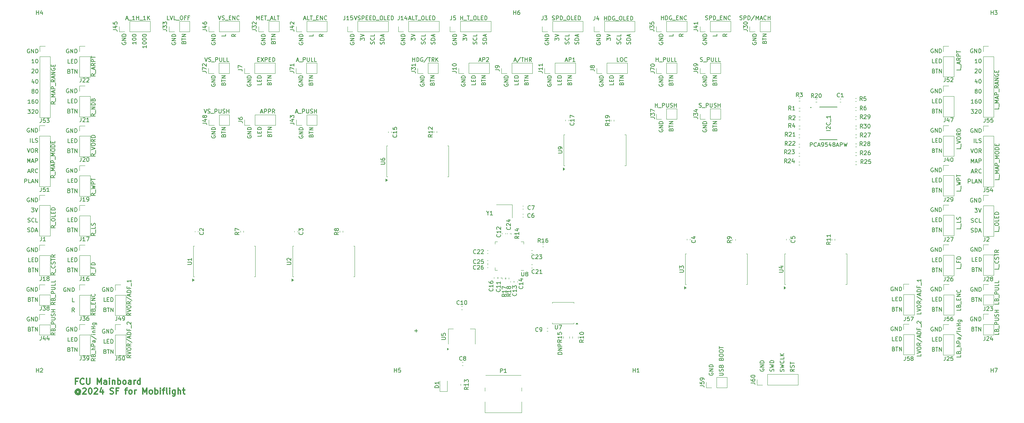
<source format=gbr>
%TF.GenerationSoftware,KiCad,Pcbnew,8.0.5*%
%TF.CreationDate,2024-09-28T19:10:59+02:00*%
%TF.ProjectId,FCU_Mainboard_v4,4643555f-4d61-4696-9e62-6f6172645f76,rev?*%
%TF.SameCoordinates,Original*%
%TF.FileFunction,Legend,Top*%
%TF.FilePolarity,Positive*%
%FSLAX46Y46*%
G04 Gerber Fmt 4.6, Leading zero omitted, Abs format (unit mm)*
G04 Created by KiCad (PCBNEW 8.0.5) date 2024-09-28 19:10:59*
%MOMM*%
%LPD*%
G01*
G04 APERTURE LIST*
%ADD10C,0.150000*%
%ADD11C,0.300000*%
%ADD12C,0.120000*%
%ADD13C,0.127000*%
%ADD14C,0.200000*%
G04 APERTURE END LIST*
D10*
X32360588Y-60867438D02*
X32265350Y-60819819D01*
X32265350Y-60819819D02*
X32122493Y-60819819D01*
X32122493Y-60819819D02*
X31979636Y-60867438D01*
X31979636Y-60867438D02*
X31884398Y-60962676D01*
X31884398Y-60962676D02*
X31836779Y-61057914D01*
X31836779Y-61057914D02*
X31789160Y-61248390D01*
X31789160Y-61248390D02*
X31789160Y-61391247D01*
X31789160Y-61391247D02*
X31836779Y-61581723D01*
X31836779Y-61581723D02*
X31884398Y-61676961D01*
X31884398Y-61676961D02*
X31979636Y-61772200D01*
X31979636Y-61772200D02*
X32122493Y-61819819D01*
X32122493Y-61819819D02*
X32217731Y-61819819D01*
X32217731Y-61819819D02*
X32360588Y-61772200D01*
X32360588Y-61772200D02*
X32408207Y-61724580D01*
X32408207Y-61724580D02*
X32408207Y-61391247D01*
X32408207Y-61391247D02*
X32217731Y-61391247D01*
X32836779Y-61819819D02*
X32836779Y-60819819D01*
X32836779Y-60819819D02*
X33408207Y-61819819D01*
X33408207Y-61819819D02*
X33408207Y-60819819D01*
X33884398Y-61819819D02*
X33884398Y-60819819D01*
X33884398Y-60819819D02*
X34122493Y-60819819D01*
X34122493Y-60819819D02*
X34265350Y-60867438D01*
X34265350Y-60867438D02*
X34360588Y-60962676D01*
X34360588Y-60962676D02*
X34408207Y-61057914D01*
X34408207Y-61057914D02*
X34455826Y-61248390D01*
X34455826Y-61248390D02*
X34455826Y-61391247D01*
X34455826Y-61391247D02*
X34408207Y-61581723D01*
X34408207Y-61581723D02*
X34360588Y-61676961D01*
X34360588Y-61676961D02*
X34265350Y-61772200D01*
X34265350Y-61772200D02*
X34122493Y-61819819D01*
X34122493Y-61819819D02*
X33884398Y-61819819D01*
X260429636Y-41298390D02*
X260334398Y-41250771D01*
X260334398Y-41250771D02*
X260286779Y-41203152D01*
X260286779Y-41203152D02*
X260239160Y-41107914D01*
X260239160Y-41107914D02*
X260239160Y-41060295D01*
X260239160Y-41060295D02*
X260286779Y-40965057D01*
X260286779Y-40965057D02*
X260334398Y-40917438D01*
X260334398Y-40917438D02*
X260429636Y-40869819D01*
X260429636Y-40869819D02*
X260620112Y-40869819D01*
X260620112Y-40869819D02*
X260715350Y-40917438D01*
X260715350Y-40917438D02*
X260762969Y-40965057D01*
X260762969Y-40965057D02*
X260810588Y-41060295D01*
X260810588Y-41060295D02*
X260810588Y-41107914D01*
X260810588Y-41107914D02*
X260762969Y-41203152D01*
X260762969Y-41203152D02*
X260715350Y-41250771D01*
X260715350Y-41250771D02*
X260620112Y-41298390D01*
X260620112Y-41298390D02*
X260429636Y-41298390D01*
X260429636Y-41298390D02*
X260334398Y-41346009D01*
X260334398Y-41346009D02*
X260286779Y-41393628D01*
X260286779Y-41393628D02*
X260239160Y-41488866D01*
X260239160Y-41488866D02*
X260239160Y-41679342D01*
X260239160Y-41679342D02*
X260286779Y-41774580D01*
X260286779Y-41774580D02*
X260334398Y-41822200D01*
X260334398Y-41822200D02*
X260429636Y-41869819D01*
X260429636Y-41869819D02*
X260620112Y-41869819D01*
X260620112Y-41869819D02*
X260715350Y-41822200D01*
X260715350Y-41822200D02*
X260762969Y-41774580D01*
X260762969Y-41774580D02*
X260810588Y-41679342D01*
X260810588Y-41679342D02*
X260810588Y-41488866D01*
X260810588Y-41488866D02*
X260762969Y-41393628D01*
X260762969Y-41393628D02*
X260715350Y-41346009D01*
X260715350Y-41346009D02*
X260620112Y-41298390D01*
X261429636Y-40869819D02*
X261524874Y-40869819D01*
X261524874Y-40869819D02*
X261620112Y-40917438D01*
X261620112Y-40917438D02*
X261667731Y-40965057D01*
X261667731Y-40965057D02*
X261715350Y-41060295D01*
X261715350Y-41060295D02*
X261762969Y-41250771D01*
X261762969Y-41250771D02*
X261762969Y-41488866D01*
X261762969Y-41488866D02*
X261715350Y-41679342D01*
X261715350Y-41679342D02*
X261667731Y-41774580D01*
X261667731Y-41774580D02*
X261620112Y-41822200D01*
X261620112Y-41822200D02*
X261524874Y-41869819D01*
X261524874Y-41869819D02*
X261429636Y-41869819D01*
X261429636Y-41869819D02*
X261334398Y-41822200D01*
X261334398Y-41822200D02*
X261286779Y-41774580D01*
X261286779Y-41774580D02*
X261239160Y-41679342D01*
X261239160Y-41679342D02*
X261191541Y-41488866D01*
X261191541Y-41488866D02*
X261191541Y-41250771D01*
X261191541Y-41250771D02*
X261239160Y-41060295D01*
X261239160Y-41060295D02*
X261286779Y-40965057D01*
X261286779Y-40965057D02*
X261334398Y-40917438D01*
X261334398Y-40917438D02*
X261429636Y-40869819D01*
X249710588Y-50767438D02*
X249615350Y-50719819D01*
X249615350Y-50719819D02*
X249472493Y-50719819D01*
X249472493Y-50719819D02*
X249329636Y-50767438D01*
X249329636Y-50767438D02*
X249234398Y-50862676D01*
X249234398Y-50862676D02*
X249186779Y-50957914D01*
X249186779Y-50957914D02*
X249139160Y-51148390D01*
X249139160Y-51148390D02*
X249139160Y-51291247D01*
X249139160Y-51291247D02*
X249186779Y-51481723D01*
X249186779Y-51481723D02*
X249234398Y-51576961D01*
X249234398Y-51576961D02*
X249329636Y-51672200D01*
X249329636Y-51672200D02*
X249472493Y-51719819D01*
X249472493Y-51719819D02*
X249567731Y-51719819D01*
X249567731Y-51719819D02*
X249710588Y-51672200D01*
X249710588Y-51672200D02*
X249758207Y-51624580D01*
X249758207Y-51624580D02*
X249758207Y-51291247D01*
X249758207Y-51291247D02*
X249567731Y-51291247D01*
X250186779Y-51719819D02*
X250186779Y-50719819D01*
X250186779Y-50719819D02*
X250758207Y-51719819D01*
X250758207Y-51719819D02*
X250758207Y-50719819D01*
X251234398Y-51719819D02*
X251234398Y-50719819D01*
X251234398Y-50719819D02*
X251472493Y-50719819D01*
X251472493Y-50719819D02*
X251615350Y-50767438D01*
X251615350Y-50767438D02*
X251710588Y-50862676D01*
X251710588Y-50862676D02*
X251758207Y-50957914D01*
X251758207Y-50957914D02*
X251805826Y-51148390D01*
X251805826Y-51148390D02*
X251805826Y-51291247D01*
X251805826Y-51291247D02*
X251758207Y-51481723D01*
X251758207Y-51481723D02*
X251710588Y-51576961D01*
X251710588Y-51576961D02*
X251615350Y-51672200D01*
X251615350Y-51672200D02*
X251472493Y-51719819D01*
X251472493Y-51719819D02*
X251234398Y-51719819D01*
X90267438Y-39589411D02*
X90219819Y-39684649D01*
X90219819Y-39684649D02*
X90219819Y-39827506D01*
X90219819Y-39827506D02*
X90267438Y-39970363D01*
X90267438Y-39970363D02*
X90362676Y-40065601D01*
X90362676Y-40065601D02*
X90457914Y-40113220D01*
X90457914Y-40113220D02*
X90648390Y-40160839D01*
X90648390Y-40160839D02*
X90791247Y-40160839D01*
X90791247Y-40160839D02*
X90981723Y-40113220D01*
X90981723Y-40113220D02*
X91076961Y-40065601D01*
X91076961Y-40065601D02*
X91172200Y-39970363D01*
X91172200Y-39970363D02*
X91219819Y-39827506D01*
X91219819Y-39827506D02*
X91219819Y-39732268D01*
X91219819Y-39732268D02*
X91172200Y-39589411D01*
X91172200Y-39589411D02*
X91124580Y-39541792D01*
X91124580Y-39541792D02*
X90791247Y-39541792D01*
X90791247Y-39541792D02*
X90791247Y-39732268D01*
X91219819Y-39113220D02*
X90219819Y-39113220D01*
X90219819Y-39113220D02*
X91219819Y-38541792D01*
X91219819Y-38541792D02*
X90219819Y-38541792D01*
X91219819Y-38065601D02*
X90219819Y-38065601D01*
X90219819Y-38065601D02*
X90219819Y-37827506D01*
X90219819Y-37827506D02*
X90267438Y-37684649D01*
X90267438Y-37684649D02*
X90362676Y-37589411D01*
X90362676Y-37589411D02*
X90457914Y-37541792D01*
X90457914Y-37541792D02*
X90648390Y-37494173D01*
X90648390Y-37494173D02*
X90791247Y-37494173D01*
X90791247Y-37494173D02*
X90981723Y-37541792D01*
X90981723Y-37541792D02*
X91076961Y-37589411D01*
X91076961Y-37589411D02*
X91172200Y-37684649D01*
X91172200Y-37684649D02*
X91219819Y-37827506D01*
X91219819Y-37827506D02*
X91219819Y-38065601D01*
X259710588Y-50817438D02*
X259615350Y-50769819D01*
X259615350Y-50769819D02*
X259472493Y-50769819D01*
X259472493Y-50769819D02*
X259329636Y-50817438D01*
X259329636Y-50817438D02*
X259234398Y-50912676D01*
X259234398Y-50912676D02*
X259186779Y-51007914D01*
X259186779Y-51007914D02*
X259139160Y-51198390D01*
X259139160Y-51198390D02*
X259139160Y-51341247D01*
X259139160Y-51341247D02*
X259186779Y-51531723D01*
X259186779Y-51531723D02*
X259234398Y-51626961D01*
X259234398Y-51626961D02*
X259329636Y-51722200D01*
X259329636Y-51722200D02*
X259472493Y-51769819D01*
X259472493Y-51769819D02*
X259567731Y-51769819D01*
X259567731Y-51769819D02*
X259710588Y-51722200D01*
X259710588Y-51722200D02*
X259758207Y-51674580D01*
X259758207Y-51674580D02*
X259758207Y-51341247D01*
X259758207Y-51341247D02*
X259567731Y-51341247D01*
X260186779Y-51769819D02*
X260186779Y-50769819D01*
X260186779Y-50769819D02*
X260758207Y-51769819D01*
X260758207Y-51769819D02*
X260758207Y-50769819D01*
X261234398Y-51769819D02*
X261234398Y-50769819D01*
X261234398Y-50769819D02*
X261472493Y-50769819D01*
X261472493Y-50769819D02*
X261615350Y-50817438D01*
X261615350Y-50817438D02*
X261710588Y-50912676D01*
X261710588Y-50912676D02*
X261758207Y-51007914D01*
X261758207Y-51007914D02*
X261805826Y-51198390D01*
X261805826Y-51198390D02*
X261805826Y-51341247D01*
X261805826Y-51341247D02*
X261758207Y-51531723D01*
X261758207Y-51531723D02*
X261710588Y-51626961D01*
X261710588Y-51626961D02*
X261615350Y-51722200D01*
X261615350Y-51722200D02*
X261472493Y-51769819D01*
X261472493Y-51769819D02*
X261234398Y-51769819D01*
X249710588Y-100767438D02*
X249615350Y-100719819D01*
X249615350Y-100719819D02*
X249472493Y-100719819D01*
X249472493Y-100719819D02*
X249329636Y-100767438D01*
X249329636Y-100767438D02*
X249234398Y-100862676D01*
X249234398Y-100862676D02*
X249186779Y-100957914D01*
X249186779Y-100957914D02*
X249139160Y-101148390D01*
X249139160Y-101148390D02*
X249139160Y-101291247D01*
X249139160Y-101291247D02*
X249186779Y-101481723D01*
X249186779Y-101481723D02*
X249234398Y-101576961D01*
X249234398Y-101576961D02*
X249329636Y-101672200D01*
X249329636Y-101672200D02*
X249472493Y-101719819D01*
X249472493Y-101719819D02*
X249567731Y-101719819D01*
X249567731Y-101719819D02*
X249710588Y-101672200D01*
X249710588Y-101672200D02*
X249758207Y-101624580D01*
X249758207Y-101624580D02*
X249758207Y-101291247D01*
X249758207Y-101291247D02*
X249567731Y-101291247D01*
X250186779Y-101719819D02*
X250186779Y-100719819D01*
X250186779Y-100719819D02*
X250758207Y-101719819D01*
X250758207Y-101719819D02*
X250758207Y-100719819D01*
X251234398Y-101719819D02*
X251234398Y-100719819D01*
X251234398Y-100719819D02*
X251472493Y-100719819D01*
X251472493Y-100719819D02*
X251615350Y-100767438D01*
X251615350Y-100767438D02*
X251710588Y-100862676D01*
X251710588Y-100862676D02*
X251758207Y-100957914D01*
X251758207Y-100957914D02*
X251805826Y-101148390D01*
X251805826Y-101148390D02*
X251805826Y-101291247D01*
X251805826Y-101291247D02*
X251758207Y-101481723D01*
X251758207Y-101481723D02*
X251710588Y-101576961D01*
X251710588Y-101576961D02*
X251615350Y-101672200D01*
X251615350Y-101672200D02*
X251472493Y-101719819D01*
X251472493Y-101719819D02*
X251234398Y-101719819D01*
X121952200Y-29510839D02*
X121999819Y-29367982D01*
X121999819Y-29367982D02*
X121999819Y-29129887D01*
X121999819Y-29129887D02*
X121952200Y-29034649D01*
X121952200Y-29034649D02*
X121904580Y-28987030D01*
X121904580Y-28987030D02*
X121809342Y-28939411D01*
X121809342Y-28939411D02*
X121714104Y-28939411D01*
X121714104Y-28939411D02*
X121618866Y-28987030D01*
X121618866Y-28987030D02*
X121571247Y-29034649D01*
X121571247Y-29034649D02*
X121523628Y-29129887D01*
X121523628Y-29129887D02*
X121476009Y-29320363D01*
X121476009Y-29320363D02*
X121428390Y-29415601D01*
X121428390Y-29415601D02*
X121380771Y-29463220D01*
X121380771Y-29463220D02*
X121285533Y-29510839D01*
X121285533Y-29510839D02*
X121190295Y-29510839D01*
X121190295Y-29510839D02*
X121095057Y-29463220D01*
X121095057Y-29463220D02*
X121047438Y-29415601D01*
X121047438Y-29415601D02*
X120999819Y-29320363D01*
X120999819Y-29320363D02*
X120999819Y-29082268D01*
X120999819Y-29082268D02*
X121047438Y-28939411D01*
X121904580Y-27939411D02*
X121952200Y-27987030D01*
X121952200Y-27987030D02*
X121999819Y-28129887D01*
X121999819Y-28129887D02*
X121999819Y-28225125D01*
X121999819Y-28225125D02*
X121952200Y-28367982D01*
X121952200Y-28367982D02*
X121856961Y-28463220D01*
X121856961Y-28463220D02*
X121761723Y-28510839D01*
X121761723Y-28510839D02*
X121571247Y-28558458D01*
X121571247Y-28558458D02*
X121428390Y-28558458D01*
X121428390Y-28558458D02*
X121237914Y-28510839D01*
X121237914Y-28510839D02*
X121142676Y-28463220D01*
X121142676Y-28463220D02*
X121047438Y-28367982D01*
X121047438Y-28367982D02*
X120999819Y-28225125D01*
X120999819Y-28225125D02*
X120999819Y-28129887D01*
X120999819Y-28129887D02*
X121047438Y-27987030D01*
X121047438Y-27987030D02*
X121095057Y-27939411D01*
X121999819Y-27034649D02*
X121999819Y-27510839D01*
X121999819Y-27510839D02*
X120999819Y-27510839D01*
X260810588Y-34269819D02*
X260239160Y-34269819D01*
X260524874Y-34269819D02*
X260524874Y-33269819D01*
X260524874Y-33269819D02*
X260429636Y-33412676D01*
X260429636Y-33412676D02*
X260334398Y-33507914D01*
X260334398Y-33507914D02*
X260239160Y-33555533D01*
X261429636Y-33269819D02*
X261524874Y-33269819D01*
X261524874Y-33269819D02*
X261620112Y-33317438D01*
X261620112Y-33317438D02*
X261667731Y-33365057D01*
X261667731Y-33365057D02*
X261715350Y-33460295D01*
X261715350Y-33460295D02*
X261762969Y-33650771D01*
X261762969Y-33650771D02*
X261762969Y-33888866D01*
X261762969Y-33888866D02*
X261715350Y-34079342D01*
X261715350Y-34079342D02*
X261667731Y-34174580D01*
X261667731Y-34174580D02*
X261620112Y-34222200D01*
X261620112Y-34222200D02*
X261524874Y-34269819D01*
X261524874Y-34269819D02*
X261429636Y-34269819D01*
X261429636Y-34269819D02*
X261334398Y-34222200D01*
X261334398Y-34222200D02*
X261286779Y-34174580D01*
X261286779Y-34174580D02*
X261239160Y-34079342D01*
X261239160Y-34079342D02*
X261191541Y-33888866D01*
X261191541Y-33888866D02*
X261191541Y-33650771D01*
X261191541Y-33650771D02*
X261239160Y-33460295D01*
X261239160Y-33460295D02*
X261286779Y-33365057D01*
X261286779Y-33365057D02*
X261334398Y-33317438D01*
X261334398Y-33317438D02*
X261429636Y-33269819D01*
X249820112Y-86296009D02*
X249962969Y-86343628D01*
X249962969Y-86343628D02*
X250010588Y-86391247D01*
X250010588Y-86391247D02*
X250058207Y-86486485D01*
X250058207Y-86486485D02*
X250058207Y-86629342D01*
X250058207Y-86629342D02*
X250010588Y-86724580D01*
X250010588Y-86724580D02*
X249962969Y-86772200D01*
X249962969Y-86772200D02*
X249867731Y-86819819D01*
X249867731Y-86819819D02*
X249486779Y-86819819D01*
X249486779Y-86819819D02*
X249486779Y-85819819D01*
X249486779Y-85819819D02*
X249820112Y-85819819D01*
X249820112Y-85819819D02*
X249915350Y-85867438D01*
X249915350Y-85867438D02*
X249962969Y-85915057D01*
X249962969Y-85915057D02*
X250010588Y-86010295D01*
X250010588Y-86010295D02*
X250010588Y-86105533D01*
X250010588Y-86105533D02*
X249962969Y-86200771D01*
X249962969Y-86200771D02*
X249915350Y-86248390D01*
X249915350Y-86248390D02*
X249820112Y-86296009D01*
X249820112Y-86296009D02*
X249486779Y-86296009D01*
X250343922Y-85819819D02*
X250915350Y-85819819D01*
X250629636Y-86819819D02*
X250629636Y-85819819D01*
X251248684Y-86819819D02*
X251248684Y-85819819D01*
X251248684Y-85819819D02*
X251820112Y-86819819D01*
X251820112Y-86819819D02*
X251820112Y-85819819D01*
X103197438Y-29139411D02*
X103149819Y-29234649D01*
X103149819Y-29234649D02*
X103149819Y-29377506D01*
X103149819Y-29377506D02*
X103197438Y-29520363D01*
X103197438Y-29520363D02*
X103292676Y-29615601D01*
X103292676Y-29615601D02*
X103387914Y-29663220D01*
X103387914Y-29663220D02*
X103578390Y-29710839D01*
X103578390Y-29710839D02*
X103721247Y-29710839D01*
X103721247Y-29710839D02*
X103911723Y-29663220D01*
X103911723Y-29663220D02*
X104006961Y-29615601D01*
X104006961Y-29615601D02*
X104102200Y-29520363D01*
X104102200Y-29520363D02*
X104149819Y-29377506D01*
X104149819Y-29377506D02*
X104149819Y-29282268D01*
X104149819Y-29282268D02*
X104102200Y-29139411D01*
X104102200Y-29139411D02*
X104054580Y-29091792D01*
X104054580Y-29091792D02*
X103721247Y-29091792D01*
X103721247Y-29091792D02*
X103721247Y-29282268D01*
X104149819Y-28663220D02*
X103149819Y-28663220D01*
X103149819Y-28663220D02*
X104149819Y-28091792D01*
X104149819Y-28091792D02*
X103149819Y-28091792D01*
X104149819Y-27615601D02*
X103149819Y-27615601D01*
X103149819Y-27615601D02*
X103149819Y-27377506D01*
X103149819Y-27377506D02*
X103197438Y-27234649D01*
X103197438Y-27234649D02*
X103292676Y-27139411D01*
X103292676Y-27139411D02*
X103387914Y-27091792D01*
X103387914Y-27091792D02*
X103578390Y-27044173D01*
X103578390Y-27044173D02*
X103721247Y-27044173D01*
X103721247Y-27044173D02*
X103911723Y-27091792D01*
X103911723Y-27091792D02*
X104006961Y-27139411D01*
X104006961Y-27139411D02*
X104102200Y-27234649D01*
X104102200Y-27234649D02*
X104149819Y-27377506D01*
X104149819Y-27377506D02*
X104149819Y-27615601D01*
X183796009Y-51029887D02*
X183843628Y-50887030D01*
X183843628Y-50887030D02*
X183891247Y-50839411D01*
X183891247Y-50839411D02*
X183986485Y-50791792D01*
X183986485Y-50791792D02*
X184129342Y-50791792D01*
X184129342Y-50791792D02*
X184224580Y-50839411D01*
X184224580Y-50839411D02*
X184272200Y-50887030D01*
X184272200Y-50887030D02*
X184319819Y-50982268D01*
X184319819Y-50982268D02*
X184319819Y-51363220D01*
X184319819Y-51363220D02*
X183319819Y-51363220D01*
X183319819Y-51363220D02*
X183319819Y-51029887D01*
X183319819Y-51029887D02*
X183367438Y-50934649D01*
X183367438Y-50934649D02*
X183415057Y-50887030D01*
X183415057Y-50887030D02*
X183510295Y-50839411D01*
X183510295Y-50839411D02*
X183605533Y-50839411D01*
X183605533Y-50839411D02*
X183700771Y-50887030D01*
X183700771Y-50887030D02*
X183748390Y-50934649D01*
X183748390Y-50934649D02*
X183796009Y-51029887D01*
X183796009Y-51029887D02*
X183796009Y-51363220D01*
X183319819Y-50506077D02*
X183319819Y-49934649D01*
X184319819Y-50220363D02*
X183319819Y-50220363D01*
X184319819Y-49601315D02*
X183319819Y-49601315D01*
X183319819Y-49601315D02*
X184319819Y-49029887D01*
X184319819Y-49029887D02*
X183319819Y-49029887D01*
X21986779Y-59349819D02*
X21986779Y-58349819D01*
X21986779Y-58349819D02*
X22320112Y-59064104D01*
X22320112Y-59064104D02*
X22653445Y-58349819D01*
X22653445Y-58349819D02*
X22653445Y-59349819D01*
X23082017Y-59064104D02*
X23558207Y-59064104D01*
X22986779Y-59349819D02*
X23320112Y-58349819D01*
X23320112Y-58349819D02*
X23653445Y-59349819D01*
X23986779Y-59349819D02*
X23986779Y-58349819D01*
X23986779Y-58349819D02*
X24367731Y-58349819D01*
X24367731Y-58349819D02*
X24462969Y-58397438D01*
X24462969Y-58397438D02*
X24510588Y-58445057D01*
X24510588Y-58445057D02*
X24558207Y-58540295D01*
X24558207Y-58540295D02*
X24558207Y-58683152D01*
X24558207Y-58683152D02*
X24510588Y-58778390D01*
X24510588Y-58778390D02*
X24462969Y-58826009D01*
X24462969Y-58826009D02*
X24367731Y-58873628D01*
X24367731Y-58873628D02*
X23986779Y-58873628D01*
X259710588Y-80717438D02*
X259615350Y-80669819D01*
X259615350Y-80669819D02*
X259472493Y-80669819D01*
X259472493Y-80669819D02*
X259329636Y-80717438D01*
X259329636Y-80717438D02*
X259234398Y-80812676D01*
X259234398Y-80812676D02*
X259186779Y-80907914D01*
X259186779Y-80907914D02*
X259139160Y-81098390D01*
X259139160Y-81098390D02*
X259139160Y-81241247D01*
X259139160Y-81241247D02*
X259186779Y-81431723D01*
X259186779Y-81431723D02*
X259234398Y-81526961D01*
X259234398Y-81526961D02*
X259329636Y-81622200D01*
X259329636Y-81622200D02*
X259472493Y-81669819D01*
X259472493Y-81669819D02*
X259567731Y-81669819D01*
X259567731Y-81669819D02*
X259710588Y-81622200D01*
X259710588Y-81622200D02*
X259758207Y-81574580D01*
X259758207Y-81574580D02*
X259758207Y-81241247D01*
X259758207Y-81241247D02*
X259567731Y-81241247D01*
X260186779Y-81669819D02*
X260186779Y-80669819D01*
X260186779Y-80669819D02*
X260758207Y-81669819D01*
X260758207Y-81669819D02*
X260758207Y-80669819D01*
X261234398Y-81669819D02*
X261234398Y-80669819D01*
X261234398Y-80669819D02*
X261472493Y-80669819D01*
X261472493Y-80669819D02*
X261615350Y-80717438D01*
X261615350Y-80717438D02*
X261710588Y-80812676D01*
X261710588Y-80812676D02*
X261758207Y-80907914D01*
X261758207Y-80907914D02*
X261805826Y-81098390D01*
X261805826Y-81098390D02*
X261805826Y-81241247D01*
X261805826Y-81241247D02*
X261758207Y-81431723D01*
X261758207Y-81431723D02*
X261710588Y-81526961D01*
X261710588Y-81526961D02*
X261615350Y-81622200D01*
X261615350Y-81622200D02*
X261472493Y-81669819D01*
X261472493Y-81669819D02*
X261234398Y-81669819D01*
X134962200Y-29510839D02*
X135009819Y-29367982D01*
X135009819Y-29367982D02*
X135009819Y-29129887D01*
X135009819Y-29129887D02*
X134962200Y-29034649D01*
X134962200Y-29034649D02*
X134914580Y-28987030D01*
X134914580Y-28987030D02*
X134819342Y-28939411D01*
X134819342Y-28939411D02*
X134724104Y-28939411D01*
X134724104Y-28939411D02*
X134628866Y-28987030D01*
X134628866Y-28987030D02*
X134581247Y-29034649D01*
X134581247Y-29034649D02*
X134533628Y-29129887D01*
X134533628Y-29129887D02*
X134486009Y-29320363D01*
X134486009Y-29320363D02*
X134438390Y-29415601D01*
X134438390Y-29415601D02*
X134390771Y-29463220D01*
X134390771Y-29463220D02*
X134295533Y-29510839D01*
X134295533Y-29510839D02*
X134200295Y-29510839D01*
X134200295Y-29510839D02*
X134105057Y-29463220D01*
X134105057Y-29463220D02*
X134057438Y-29415601D01*
X134057438Y-29415601D02*
X134009819Y-29320363D01*
X134009819Y-29320363D02*
X134009819Y-29082268D01*
X134009819Y-29082268D02*
X134057438Y-28939411D01*
X134914580Y-27939411D02*
X134962200Y-27987030D01*
X134962200Y-27987030D02*
X135009819Y-28129887D01*
X135009819Y-28129887D02*
X135009819Y-28225125D01*
X135009819Y-28225125D02*
X134962200Y-28367982D01*
X134962200Y-28367982D02*
X134866961Y-28463220D01*
X134866961Y-28463220D02*
X134771723Y-28510839D01*
X134771723Y-28510839D02*
X134581247Y-28558458D01*
X134581247Y-28558458D02*
X134438390Y-28558458D01*
X134438390Y-28558458D02*
X134247914Y-28510839D01*
X134247914Y-28510839D02*
X134152676Y-28463220D01*
X134152676Y-28463220D02*
X134057438Y-28367982D01*
X134057438Y-28367982D02*
X134009819Y-28225125D01*
X134009819Y-28225125D02*
X134009819Y-28129887D01*
X134009819Y-28129887D02*
X134057438Y-27987030D01*
X134057438Y-27987030D02*
X134105057Y-27939411D01*
X135009819Y-27034649D02*
X135009819Y-27510839D01*
X135009819Y-27510839D02*
X134009819Y-27510839D01*
X239962969Y-94169819D02*
X239486779Y-94169819D01*
X239486779Y-94169819D02*
X239486779Y-93169819D01*
X240296303Y-93646009D02*
X240629636Y-93646009D01*
X240772493Y-94169819D02*
X240296303Y-94169819D01*
X240296303Y-94169819D02*
X240296303Y-93169819D01*
X240296303Y-93169819D02*
X240772493Y-93169819D01*
X241201065Y-94169819D02*
X241201065Y-93169819D01*
X241201065Y-93169819D02*
X241439160Y-93169819D01*
X241439160Y-93169819D02*
X241582017Y-93217438D01*
X241582017Y-93217438D02*
X241677255Y-93312676D01*
X241677255Y-93312676D02*
X241724874Y-93407914D01*
X241724874Y-93407914D02*
X241772493Y-93598390D01*
X241772493Y-93598390D02*
X241772493Y-93741247D01*
X241772493Y-93741247D02*
X241724874Y-93931723D01*
X241724874Y-93931723D02*
X241677255Y-94026961D01*
X241677255Y-94026961D02*
X241582017Y-94122200D01*
X241582017Y-94122200D02*
X241439160Y-94169819D01*
X241439160Y-94169819D02*
X241201065Y-94169819D01*
X147436009Y-39479887D02*
X147483628Y-39337030D01*
X147483628Y-39337030D02*
X147531247Y-39289411D01*
X147531247Y-39289411D02*
X147626485Y-39241792D01*
X147626485Y-39241792D02*
X147769342Y-39241792D01*
X147769342Y-39241792D02*
X147864580Y-39289411D01*
X147864580Y-39289411D02*
X147912200Y-39337030D01*
X147912200Y-39337030D02*
X147959819Y-39432268D01*
X147959819Y-39432268D02*
X147959819Y-39813220D01*
X147959819Y-39813220D02*
X146959819Y-39813220D01*
X146959819Y-39813220D02*
X146959819Y-39479887D01*
X146959819Y-39479887D02*
X147007438Y-39384649D01*
X147007438Y-39384649D02*
X147055057Y-39337030D01*
X147055057Y-39337030D02*
X147150295Y-39289411D01*
X147150295Y-39289411D02*
X147245533Y-39289411D01*
X147245533Y-39289411D02*
X147340771Y-39337030D01*
X147340771Y-39337030D02*
X147388390Y-39384649D01*
X147388390Y-39384649D02*
X147436009Y-39479887D01*
X147436009Y-39479887D02*
X147436009Y-39813220D01*
X146959819Y-38956077D02*
X146959819Y-38384649D01*
X147959819Y-38670363D02*
X146959819Y-38670363D01*
X147959819Y-38051315D02*
X146959819Y-38051315D01*
X146959819Y-38051315D02*
X147959819Y-37479887D01*
X147959819Y-37479887D02*
X146959819Y-37479887D01*
X71246009Y-39529887D02*
X71293628Y-39387030D01*
X71293628Y-39387030D02*
X71341247Y-39339411D01*
X71341247Y-39339411D02*
X71436485Y-39291792D01*
X71436485Y-39291792D02*
X71579342Y-39291792D01*
X71579342Y-39291792D02*
X71674580Y-39339411D01*
X71674580Y-39339411D02*
X71722200Y-39387030D01*
X71722200Y-39387030D02*
X71769819Y-39482268D01*
X71769819Y-39482268D02*
X71769819Y-39863220D01*
X71769819Y-39863220D02*
X70769819Y-39863220D01*
X70769819Y-39863220D02*
X70769819Y-39529887D01*
X70769819Y-39529887D02*
X70817438Y-39434649D01*
X70817438Y-39434649D02*
X70865057Y-39387030D01*
X70865057Y-39387030D02*
X70960295Y-39339411D01*
X70960295Y-39339411D02*
X71055533Y-39339411D01*
X71055533Y-39339411D02*
X71150771Y-39387030D01*
X71150771Y-39387030D02*
X71198390Y-39434649D01*
X71198390Y-39434649D02*
X71246009Y-39529887D01*
X71246009Y-39529887D02*
X71246009Y-39863220D01*
X70769819Y-39006077D02*
X70769819Y-38434649D01*
X71769819Y-38720363D02*
X70769819Y-38720363D01*
X71769819Y-38101315D02*
X70769819Y-38101315D01*
X70769819Y-38101315D02*
X71769819Y-37529887D01*
X71769819Y-37529887D02*
X70769819Y-37529887D01*
X41410588Y-101317438D02*
X41315350Y-101269819D01*
X41315350Y-101269819D02*
X41172493Y-101269819D01*
X41172493Y-101269819D02*
X41029636Y-101317438D01*
X41029636Y-101317438D02*
X40934398Y-101412676D01*
X40934398Y-101412676D02*
X40886779Y-101507914D01*
X40886779Y-101507914D02*
X40839160Y-101698390D01*
X40839160Y-101698390D02*
X40839160Y-101841247D01*
X40839160Y-101841247D02*
X40886779Y-102031723D01*
X40886779Y-102031723D02*
X40934398Y-102126961D01*
X40934398Y-102126961D02*
X41029636Y-102222200D01*
X41029636Y-102222200D02*
X41172493Y-102269819D01*
X41172493Y-102269819D02*
X41267731Y-102269819D01*
X41267731Y-102269819D02*
X41410588Y-102222200D01*
X41410588Y-102222200D02*
X41458207Y-102174580D01*
X41458207Y-102174580D02*
X41458207Y-101841247D01*
X41458207Y-101841247D02*
X41267731Y-101841247D01*
X41886779Y-102269819D02*
X41886779Y-101269819D01*
X41886779Y-101269819D02*
X42458207Y-102269819D01*
X42458207Y-102269819D02*
X42458207Y-101269819D01*
X42934398Y-102269819D02*
X42934398Y-101269819D01*
X42934398Y-101269819D02*
X43172493Y-101269819D01*
X43172493Y-101269819D02*
X43315350Y-101317438D01*
X43315350Y-101317438D02*
X43410588Y-101412676D01*
X43410588Y-101412676D02*
X43458207Y-101507914D01*
X43458207Y-101507914D02*
X43505826Y-101698390D01*
X43505826Y-101698390D02*
X43505826Y-101841247D01*
X43505826Y-101841247D02*
X43458207Y-102031723D01*
X43458207Y-102031723D02*
X43410588Y-102126961D01*
X43410588Y-102126961D02*
X43315350Y-102222200D01*
X43315350Y-102222200D02*
X43172493Y-102269819D01*
X43172493Y-102269819D02*
X42934398Y-102269819D01*
X171346009Y-39479887D02*
X171393628Y-39337030D01*
X171393628Y-39337030D02*
X171441247Y-39289411D01*
X171441247Y-39289411D02*
X171536485Y-39241792D01*
X171536485Y-39241792D02*
X171679342Y-39241792D01*
X171679342Y-39241792D02*
X171774580Y-39289411D01*
X171774580Y-39289411D02*
X171822200Y-39337030D01*
X171822200Y-39337030D02*
X171869819Y-39432268D01*
X171869819Y-39432268D02*
X171869819Y-39813220D01*
X171869819Y-39813220D02*
X170869819Y-39813220D01*
X170869819Y-39813220D02*
X170869819Y-39479887D01*
X170869819Y-39479887D02*
X170917438Y-39384649D01*
X170917438Y-39384649D02*
X170965057Y-39337030D01*
X170965057Y-39337030D02*
X171060295Y-39289411D01*
X171060295Y-39289411D02*
X171155533Y-39289411D01*
X171155533Y-39289411D02*
X171250771Y-39337030D01*
X171250771Y-39337030D02*
X171298390Y-39384649D01*
X171298390Y-39384649D02*
X171346009Y-39479887D01*
X171346009Y-39479887D02*
X171346009Y-39813220D01*
X170869819Y-38956077D02*
X170869819Y-38384649D01*
X171869819Y-38670363D02*
X170869819Y-38670363D01*
X171869819Y-38051315D02*
X170869819Y-38051315D01*
X170869819Y-38051315D02*
X171869819Y-37479887D01*
X171869819Y-37479887D02*
X170869819Y-37479887D01*
X249710588Y-70717438D02*
X249615350Y-70669819D01*
X249615350Y-70669819D02*
X249472493Y-70669819D01*
X249472493Y-70669819D02*
X249329636Y-70717438D01*
X249329636Y-70717438D02*
X249234398Y-70812676D01*
X249234398Y-70812676D02*
X249186779Y-70907914D01*
X249186779Y-70907914D02*
X249139160Y-71098390D01*
X249139160Y-71098390D02*
X249139160Y-71241247D01*
X249139160Y-71241247D02*
X249186779Y-71431723D01*
X249186779Y-71431723D02*
X249234398Y-71526961D01*
X249234398Y-71526961D02*
X249329636Y-71622200D01*
X249329636Y-71622200D02*
X249472493Y-71669819D01*
X249472493Y-71669819D02*
X249567731Y-71669819D01*
X249567731Y-71669819D02*
X249710588Y-71622200D01*
X249710588Y-71622200D02*
X249758207Y-71574580D01*
X249758207Y-71574580D02*
X249758207Y-71241247D01*
X249758207Y-71241247D02*
X249567731Y-71241247D01*
X250186779Y-71669819D02*
X250186779Y-70669819D01*
X250186779Y-70669819D02*
X250758207Y-71669819D01*
X250758207Y-71669819D02*
X250758207Y-70669819D01*
X251234398Y-71669819D02*
X251234398Y-70669819D01*
X251234398Y-70669819D02*
X251472493Y-70669819D01*
X251472493Y-70669819D02*
X251615350Y-70717438D01*
X251615350Y-70717438D02*
X251710588Y-70812676D01*
X251710588Y-70812676D02*
X251758207Y-70907914D01*
X251758207Y-70907914D02*
X251805826Y-71098390D01*
X251805826Y-71098390D02*
X251805826Y-71241247D01*
X251805826Y-71241247D02*
X251758207Y-71431723D01*
X251758207Y-71431723D02*
X251710588Y-71526961D01*
X251710588Y-71526961D02*
X251615350Y-71622200D01*
X251615350Y-71622200D02*
X251472493Y-71669819D01*
X251472493Y-71669819D02*
X251234398Y-71669819D01*
X145409819Y-39287030D02*
X145409819Y-39763220D01*
X145409819Y-39763220D02*
X144409819Y-39763220D01*
X144886009Y-38953696D02*
X144886009Y-38620363D01*
X145409819Y-38477506D02*
X145409819Y-38953696D01*
X145409819Y-38953696D02*
X144409819Y-38953696D01*
X144409819Y-38953696D02*
X144409819Y-38477506D01*
X145409819Y-38048934D02*
X144409819Y-38048934D01*
X144409819Y-38048934D02*
X144409819Y-37810839D01*
X144409819Y-37810839D02*
X144457438Y-37667982D01*
X144457438Y-37667982D02*
X144552676Y-37572744D01*
X144552676Y-37572744D02*
X144647914Y-37525125D01*
X144647914Y-37525125D02*
X144838390Y-37477506D01*
X144838390Y-37477506D02*
X144981247Y-37477506D01*
X144981247Y-37477506D02*
X145171723Y-37525125D01*
X145171723Y-37525125D02*
X145266961Y-37572744D01*
X145266961Y-37572744D02*
X145362200Y-37667982D01*
X145362200Y-37667982D02*
X145409819Y-37810839D01*
X145409819Y-37810839D02*
X145409819Y-38048934D01*
X259289160Y-74342200D02*
X259432017Y-74389819D01*
X259432017Y-74389819D02*
X259670112Y-74389819D01*
X259670112Y-74389819D02*
X259765350Y-74342200D01*
X259765350Y-74342200D02*
X259812969Y-74294580D01*
X259812969Y-74294580D02*
X259860588Y-74199342D01*
X259860588Y-74199342D02*
X259860588Y-74104104D01*
X259860588Y-74104104D02*
X259812969Y-74008866D01*
X259812969Y-74008866D02*
X259765350Y-73961247D01*
X259765350Y-73961247D02*
X259670112Y-73913628D01*
X259670112Y-73913628D02*
X259479636Y-73866009D01*
X259479636Y-73866009D02*
X259384398Y-73818390D01*
X259384398Y-73818390D02*
X259336779Y-73770771D01*
X259336779Y-73770771D02*
X259289160Y-73675533D01*
X259289160Y-73675533D02*
X259289160Y-73580295D01*
X259289160Y-73580295D02*
X259336779Y-73485057D01*
X259336779Y-73485057D02*
X259384398Y-73437438D01*
X259384398Y-73437438D02*
X259479636Y-73389819D01*
X259479636Y-73389819D02*
X259717731Y-73389819D01*
X259717731Y-73389819D02*
X259860588Y-73437438D01*
X260860588Y-74294580D02*
X260812969Y-74342200D01*
X260812969Y-74342200D02*
X260670112Y-74389819D01*
X260670112Y-74389819D02*
X260574874Y-74389819D01*
X260574874Y-74389819D02*
X260432017Y-74342200D01*
X260432017Y-74342200D02*
X260336779Y-74246961D01*
X260336779Y-74246961D02*
X260289160Y-74151723D01*
X260289160Y-74151723D02*
X260241541Y-73961247D01*
X260241541Y-73961247D02*
X260241541Y-73818390D01*
X260241541Y-73818390D02*
X260289160Y-73627914D01*
X260289160Y-73627914D02*
X260336779Y-73532676D01*
X260336779Y-73532676D02*
X260432017Y-73437438D01*
X260432017Y-73437438D02*
X260574874Y-73389819D01*
X260574874Y-73389819D02*
X260670112Y-73389819D01*
X260670112Y-73389819D02*
X260812969Y-73437438D01*
X260812969Y-73437438D02*
X260860588Y-73485057D01*
X261765350Y-74389819D02*
X261289160Y-74389819D01*
X261289160Y-74389819D02*
X261289160Y-73389819D01*
X22089160Y-61614104D02*
X22565350Y-61614104D01*
X21993922Y-61899819D02*
X22327255Y-60899819D01*
X22327255Y-60899819D02*
X22660588Y-61899819D01*
X23565350Y-61899819D02*
X23232017Y-61423628D01*
X22993922Y-61899819D02*
X22993922Y-60899819D01*
X22993922Y-60899819D02*
X23374874Y-60899819D01*
X23374874Y-60899819D02*
X23470112Y-60947438D01*
X23470112Y-60947438D02*
X23517731Y-60995057D01*
X23517731Y-60995057D02*
X23565350Y-61090295D01*
X23565350Y-61090295D02*
X23565350Y-61233152D01*
X23565350Y-61233152D02*
X23517731Y-61328390D01*
X23517731Y-61328390D02*
X23470112Y-61376009D01*
X23470112Y-61376009D02*
X23374874Y-61423628D01*
X23374874Y-61423628D02*
X22993922Y-61423628D01*
X24565350Y-61804580D02*
X24517731Y-61852200D01*
X24517731Y-61852200D02*
X24374874Y-61899819D01*
X24374874Y-61899819D02*
X24279636Y-61899819D01*
X24279636Y-61899819D02*
X24136779Y-61852200D01*
X24136779Y-61852200D02*
X24041541Y-61756961D01*
X24041541Y-61756961D02*
X23993922Y-61661723D01*
X23993922Y-61661723D02*
X23946303Y-61471247D01*
X23946303Y-61471247D02*
X23946303Y-61328390D01*
X23946303Y-61328390D02*
X23993922Y-61137914D01*
X23993922Y-61137914D02*
X24041541Y-61042676D01*
X24041541Y-61042676D02*
X24136779Y-60947438D01*
X24136779Y-60947438D02*
X24279636Y-60899819D01*
X24279636Y-60899819D02*
X24374874Y-60899819D01*
X24374874Y-60899819D02*
X24517731Y-60947438D01*
X24517731Y-60947438D02*
X24565350Y-60995057D01*
X32662969Y-64369819D02*
X32186779Y-64369819D01*
X32186779Y-64369819D02*
X32186779Y-63369819D01*
X32996303Y-63846009D02*
X33329636Y-63846009D01*
X33472493Y-64369819D02*
X32996303Y-64369819D01*
X32996303Y-64369819D02*
X32996303Y-63369819D01*
X32996303Y-63369819D02*
X33472493Y-63369819D01*
X33901065Y-64369819D02*
X33901065Y-63369819D01*
X33901065Y-63369819D02*
X34139160Y-63369819D01*
X34139160Y-63369819D02*
X34282017Y-63417438D01*
X34282017Y-63417438D02*
X34377255Y-63512676D01*
X34377255Y-63512676D02*
X34424874Y-63607914D01*
X34424874Y-63607914D02*
X34472493Y-63798390D01*
X34472493Y-63798390D02*
X34472493Y-63941247D01*
X34472493Y-63941247D02*
X34424874Y-64131723D01*
X34424874Y-64131723D02*
X34377255Y-64226961D01*
X34377255Y-64226961D02*
X34282017Y-64322200D01*
X34282017Y-64322200D02*
X34139160Y-64369819D01*
X34139160Y-64369819D02*
X33901065Y-64369819D01*
X259239160Y-76792200D02*
X259382017Y-76839819D01*
X259382017Y-76839819D02*
X259620112Y-76839819D01*
X259620112Y-76839819D02*
X259715350Y-76792200D01*
X259715350Y-76792200D02*
X259762969Y-76744580D01*
X259762969Y-76744580D02*
X259810588Y-76649342D01*
X259810588Y-76649342D02*
X259810588Y-76554104D01*
X259810588Y-76554104D02*
X259762969Y-76458866D01*
X259762969Y-76458866D02*
X259715350Y-76411247D01*
X259715350Y-76411247D02*
X259620112Y-76363628D01*
X259620112Y-76363628D02*
X259429636Y-76316009D01*
X259429636Y-76316009D02*
X259334398Y-76268390D01*
X259334398Y-76268390D02*
X259286779Y-76220771D01*
X259286779Y-76220771D02*
X259239160Y-76125533D01*
X259239160Y-76125533D02*
X259239160Y-76030295D01*
X259239160Y-76030295D02*
X259286779Y-75935057D01*
X259286779Y-75935057D02*
X259334398Y-75887438D01*
X259334398Y-75887438D02*
X259429636Y-75839819D01*
X259429636Y-75839819D02*
X259667731Y-75839819D01*
X259667731Y-75839819D02*
X259810588Y-75887438D01*
X260239160Y-76839819D02*
X260239160Y-75839819D01*
X260239160Y-75839819D02*
X260477255Y-75839819D01*
X260477255Y-75839819D02*
X260620112Y-75887438D01*
X260620112Y-75887438D02*
X260715350Y-75982676D01*
X260715350Y-75982676D02*
X260762969Y-76077914D01*
X260762969Y-76077914D02*
X260810588Y-76268390D01*
X260810588Y-76268390D02*
X260810588Y-76411247D01*
X260810588Y-76411247D02*
X260762969Y-76601723D01*
X260762969Y-76601723D02*
X260715350Y-76696961D01*
X260715350Y-76696961D02*
X260620112Y-76792200D01*
X260620112Y-76792200D02*
X260477255Y-76839819D01*
X260477255Y-76839819D02*
X260239160Y-76839819D01*
X261191541Y-76554104D02*
X261667731Y-76554104D01*
X261096303Y-76839819D02*
X261429636Y-75839819D01*
X261429636Y-75839819D02*
X261762969Y-76839819D01*
X41520112Y-106846009D02*
X41662969Y-106893628D01*
X41662969Y-106893628D02*
X41710588Y-106941247D01*
X41710588Y-106941247D02*
X41758207Y-107036485D01*
X41758207Y-107036485D02*
X41758207Y-107179342D01*
X41758207Y-107179342D02*
X41710588Y-107274580D01*
X41710588Y-107274580D02*
X41662969Y-107322200D01*
X41662969Y-107322200D02*
X41567731Y-107369819D01*
X41567731Y-107369819D02*
X41186779Y-107369819D01*
X41186779Y-107369819D02*
X41186779Y-106369819D01*
X41186779Y-106369819D02*
X41520112Y-106369819D01*
X41520112Y-106369819D02*
X41615350Y-106417438D01*
X41615350Y-106417438D02*
X41662969Y-106465057D01*
X41662969Y-106465057D02*
X41710588Y-106560295D01*
X41710588Y-106560295D02*
X41710588Y-106655533D01*
X41710588Y-106655533D02*
X41662969Y-106750771D01*
X41662969Y-106750771D02*
X41615350Y-106798390D01*
X41615350Y-106798390D02*
X41520112Y-106846009D01*
X41520112Y-106846009D02*
X41186779Y-106846009D01*
X42043922Y-106369819D02*
X42615350Y-106369819D01*
X42329636Y-107369819D02*
X42329636Y-106369819D01*
X42948684Y-107369819D02*
X42948684Y-106369819D01*
X42948684Y-106369819D02*
X43520112Y-107369819D01*
X43520112Y-107369819D02*
X43520112Y-106369819D01*
X197869819Y-26991792D02*
X197393628Y-27325125D01*
X197869819Y-27563220D02*
X196869819Y-27563220D01*
X196869819Y-27563220D02*
X196869819Y-27182268D01*
X196869819Y-27182268D02*
X196917438Y-27087030D01*
X196917438Y-27087030D02*
X196965057Y-27039411D01*
X196965057Y-27039411D02*
X197060295Y-26991792D01*
X197060295Y-26991792D02*
X197203152Y-26991792D01*
X197203152Y-26991792D02*
X197298390Y-27039411D01*
X197298390Y-27039411D02*
X197346009Y-27087030D01*
X197346009Y-27087030D02*
X197393628Y-27182268D01*
X197393628Y-27182268D02*
X197393628Y-27563220D01*
X32470112Y-46346009D02*
X32612969Y-46393628D01*
X32612969Y-46393628D02*
X32660588Y-46441247D01*
X32660588Y-46441247D02*
X32708207Y-46536485D01*
X32708207Y-46536485D02*
X32708207Y-46679342D01*
X32708207Y-46679342D02*
X32660588Y-46774580D01*
X32660588Y-46774580D02*
X32612969Y-46822200D01*
X32612969Y-46822200D02*
X32517731Y-46869819D01*
X32517731Y-46869819D02*
X32136779Y-46869819D01*
X32136779Y-46869819D02*
X32136779Y-45869819D01*
X32136779Y-45869819D02*
X32470112Y-45869819D01*
X32470112Y-45869819D02*
X32565350Y-45917438D01*
X32565350Y-45917438D02*
X32612969Y-45965057D01*
X32612969Y-45965057D02*
X32660588Y-46060295D01*
X32660588Y-46060295D02*
X32660588Y-46155533D01*
X32660588Y-46155533D02*
X32612969Y-46250771D01*
X32612969Y-46250771D02*
X32565350Y-46298390D01*
X32565350Y-46298390D02*
X32470112Y-46346009D01*
X32470112Y-46346009D02*
X32136779Y-46346009D01*
X32993922Y-45869819D02*
X33565350Y-45869819D01*
X33279636Y-46869819D02*
X33279636Y-45869819D01*
X33898684Y-46869819D02*
X33898684Y-45869819D01*
X33898684Y-45869819D02*
X34470112Y-46869819D01*
X34470112Y-46869819D02*
X34470112Y-45869819D01*
X41410588Y-90817438D02*
X41315350Y-90769819D01*
X41315350Y-90769819D02*
X41172493Y-90769819D01*
X41172493Y-90769819D02*
X41029636Y-90817438D01*
X41029636Y-90817438D02*
X40934398Y-90912676D01*
X40934398Y-90912676D02*
X40886779Y-91007914D01*
X40886779Y-91007914D02*
X40839160Y-91198390D01*
X40839160Y-91198390D02*
X40839160Y-91341247D01*
X40839160Y-91341247D02*
X40886779Y-91531723D01*
X40886779Y-91531723D02*
X40934398Y-91626961D01*
X40934398Y-91626961D02*
X41029636Y-91722200D01*
X41029636Y-91722200D02*
X41172493Y-91769819D01*
X41172493Y-91769819D02*
X41267731Y-91769819D01*
X41267731Y-91769819D02*
X41410588Y-91722200D01*
X41410588Y-91722200D02*
X41458207Y-91674580D01*
X41458207Y-91674580D02*
X41458207Y-91341247D01*
X41458207Y-91341247D02*
X41267731Y-91341247D01*
X41886779Y-91769819D02*
X41886779Y-90769819D01*
X41886779Y-90769819D02*
X42458207Y-91769819D01*
X42458207Y-91769819D02*
X42458207Y-90769819D01*
X42934398Y-91769819D02*
X42934398Y-90769819D01*
X42934398Y-90769819D02*
X43172493Y-90769819D01*
X43172493Y-90769819D02*
X43315350Y-90817438D01*
X43315350Y-90817438D02*
X43410588Y-90912676D01*
X43410588Y-90912676D02*
X43458207Y-91007914D01*
X43458207Y-91007914D02*
X43505826Y-91198390D01*
X43505826Y-91198390D02*
X43505826Y-91341247D01*
X43505826Y-91341247D02*
X43458207Y-91531723D01*
X43458207Y-91531723D02*
X43410588Y-91626961D01*
X43410588Y-91626961D02*
X43315350Y-91722200D01*
X43315350Y-91722200D02*
X43172493Y-91769819D01*
X43172493Y-91769819D02*
X42934398Y-91769819D01*
X259820112Y-86246009D02*
X259962969Y-86293628D01*
X259962969Y-86293628D02*
X260010588Y-86341247D01*
X260010588Y-86341247D02*
X260058207Y-86436485D01*
X260058207Y-86436485D02*
X260058207Y-86579342D01*
X260058207Y-86579342D02*
X260010588Y-86674580D01*
X260010588Y-86674580D02*
X259962969Y-86722200D01*
X259962969Y-86722200D02*
X259867731Y-86769819D01*
X259867731Y-86769819D02*
X259486779Y-86769819D01*
X259486779Y-86769819D02*
X259486779Y-85769819D01*
X259486779Y-85769819D02*
X259820112Y-85769819D01*
X259820112Y-85769819D02*
X259915350Y-85817438D01*
X259915350Y-85817438D02*
X259962969Y-85865057D01*
X259962969Y-85865057D02*
X260010588Y-85960295D01*
X260010588Y-85960295D02*
X260010588Y-86055533D01*
X260010588Y-86055533D02*
X259962969Y-86150771D01*
X259962969Y-86150771D02*
X259915350Y-86198390D01*
X259915350Y-86198390D02*
X259820112Y-86246009D01*
X259820112Y-86246009D02*
X259486779Y-86246009D01*
X260343922Y-85769819D02*
X260915350Y-85769819D01*
X260629636Y-86769819D02*
X260629636Y-85769819D01*
X261248684Y-86769819D02*
X261248684Y-85769819D01*
X261248684Y-85769819D02*
X261820112Y-86769819D01*
X261820112Y-86769819D02*
X261820112Y-85769819D01*
X259720112Y-101196009D02*
X259862969Y-101243628D01*
X259862969Y-101243628D02*
X259910588Y-101291247D01*
X259910588Y-101291247D02*
X259958207Y-101386485D01*
X259958207Y-101386485D02*
X259958207Y-101529342D01*
X259958207Y-101529342D02*
X259910588Y-101624580D01*
X259910588Y-101624580D02*
X259862969Y-101672200D01*
X259862969Y-101672200D02*
X259767731Y-101719819D01*
X259767731Y-101719819D02*
X259386779Y-101719819D01*
X259386779Y-101719819D02*
X259386779Y-100719819D01*
X259386779Y-100719819D02*
X259720112Y-100719819D01*
X259720112Y-100719819D02*
X259815350Y-100767438D01*
X259815350Y-100767438D02*
X259862969Y-100815057D01*
X259862969Y-100815057D02*
X259910588Y-100910295D01*
X259910588Y-100910295D02*
X259910588Y-101005533D01*
X259910588Y-101005533D02*
X259862969Y-101100771D01*
X259862969Y-101100771D02*
X259815350Y-101148390D01*
X259815350Y-101148390D02*
X259720112Y-101196009D01*
X259720112Y-101196009D02*
X259386779Y-101196009D01*
X260243922Y-100719819D02*
X260815350Y-100719819D01*
X260529636Y-101719819D02*
X260529636Y-100719819D01*
X261148684Y-101719819D02*
X261148684Y-100719819D01*
X261148684Y-100719819D02*
X261720112Y-101719819D01*
X261720112Y-101719819D02*
X261720112Y-100719819D01*
X32470112Y-106346009D02*
X32612969Y-106393628D01*
X32612969Y-106393628D02*
X32660588Y-106441247D01*
X32660588Y-106441247D02*
X32708207Y-106536485D01*
X32708207Y-106536485D02*
X32708207Y-106679342D01*
X32708207Y-106679342D02*
X32660588Y-106774580D01*
X32660588Y-106774580D02*
X32612969Y-106822200D01*
X32612969Y-106822200D02*
X32517731Y-106869819D01*
X32517731Y-106869819D02*
X32136779Y-106869819D01*
X32136779Y-106869819D02*
X32136779Y-105869819D01*
X32136779Y-105869819D02*
X32470112Y-105869819D01*
X32470112Y-105869819D02*
X32565350Y-105917438D01*
X32565350Y-105917438D02*
X32612969Y-105965057D01*
X32612969Y-105965057D02*
X32660588Y-106060295D01*
X32660588Y-106060295D02*
X32660588Y-106155533D01*
X32660588Y-106155533D02*
X32612969Y-106250771D01*
X32612969Y-106250771D02*
X32565350Y-106298390D01*
X32565350Y-106298390D02*
X32470112Y-106346009D01*
X32470112Y-106346009D02*
X32136779Y-106346009D01*
X32993922Y-105869819D02*
X33565350Y-105869819D01*
X33279636Y-106869819D02*
X33279636Y-105869819D01*
X33898684Y-106869819D02*
X33898684Y-105869819D01*
X33898684Y-105869819D02*
X34470112Y-106869819D01*
X34470112Y-106869819D02*
X34470112Y-105869819D01*
X111652200Y-29560839D02*
X111699819Y-29417982D01*
X111699819Y-29417982D02*
X111699819Y-29179887D01*
X111699819Y-29179887D02*
X111652200Y-29084649D01*
X111652200Y-29084649D02*
X111604580Y-29037030D01*
X111604580Y-29037030D02*
X111509342Y-28989411D01*
X111509342Y-28989411D02*
X111414104Y-28989411D01*
X111414104Y-28989411D02*
X111318866Y-29037030D01*
X111318866Y-29037030D02*
X111271247Y-29084649D01*
X111271247Y-29084649D02*
X111223628Y-29179887D01*
X111223628Y-29179887D02*
X111176009Y-29370363D01*
X111176009Y-29370363D02*
X111128390Y-29465601D01*
X111128390Y-29465601D02*
X111080771Y-29513220D01*
X111080771Y-29513220D02*
X110985533Y-29560839D01*
X110985533Y-29560839D02*
X110890295Y-29560839D01*
X110890295Y-29560839D02*
X110795057Y-29513220D01*
X110795057Y-29513220D02*
X110747438Y-29465601D01*
X110747438Y-29465601D02*
X110699819Y-29370363D01*
X110699819Y-29370363D02*
X110699819Y-29132268D01*
X110699819Y-29132268D02*
X110747438Y-28989411D01*
X111699819Y-28560839D02*
X110699819Y-28560839D01*
X110699819Y-28560839D02*
X110699819Y-28322744D01*
X110699819Y-28322744D02*
X110747438Y-28179887D01*
X110747438Y-28179887D02*
X110842676Y-28084649D01*
X110842676Y-28084649D02*
X110937914Y-28037030D01*
X110937914Y-28037030D02*
X111128390Y-27989411D01*
X111128390Y-27989411D02*
X111271247Y-27989411D01*
X111271247Y-27989411D02*
X111461723Y-28037030D01*
X111461723Y-28037030D02*
X111556961Y-28084649D01*
X111556961Y-28084649D02*
X111652200Y-28179887D01*
X111652200Y-28179887D02*
X111699819Y-28322744D01*
X111699819Y-28322744D02*
X111699819Y-28560839D01*
X111414104Y-27608458D02*
X111414104Y-27132268D01*
X111699819Y-27703696D02*
X110699819Y-27370363D01*
X110699819Y-27370363D02*
X111699819Y-27037030D01*
X212172200Y-111910839D02*
X212219819Y-111767982D01*
X212219819Y-111767982D02*
X212219819Y-111529887D01*
X212219819Y-111529887D02*
X212172200Y-111434649D01*
X212172200Y-111434649D02*
X212124580Y-111387030D01*
X212124580Y-111387030D02*
X212029342Y-111339411D01*
X212029342Y-111339411D02*
X211934104Y-111339411D01*
X211934104Y-111339411D02*
X211838866Y-111387030D01*
X211838866Y-111387030D02*
X211791247Y-111434649D01*
X211791247Y-111434649D02*
X211743628Y-111529887D01*
X211743628Y-111529887D02*
X211696009Y-111720363D01*
X211696009Y-111720363D02*
X211648390Y-111815601D01*
X211648390Y-111815601D02*
X211600771Y-111863220D01*
X211600771Y-111863220D02*
X211505533Y-111910839D01*
X211505533Y-111910839D02*
X211410295Y-111910839D01*
X211410295Y-111910839D02*
X211315057Y-111863220D01*
X211315057Y-111863220D02*
X211267438Y-111815601D01*
X211267438Y-111815601D02*
X211219819Y-111720363D01*
X211219819Y-111720363D02*
X211219819Y-111482268D01*
X211219819Y-111482268D02*
X211267438Y-111339411D01*
X211219819Y-111006077D02*
X212219819Y-110767982D01*
X212219819Y-110767982D02*
X211505533Y-110577506D01*
X211505533Y-110577506D02*
X212219819Y-110387030D01*
X212219819Y-110387030D02*
X211219819Y-110148935D01*
X212124580Y-109196554D02*
X212172200Y-109244173D01*
X212172200Y-109244173D02*
X212219819Y-109387030D01*
X212219819Y-109387030D02*
X212219819Y-109482268D01*
X212219819Y-109482268D02*
X212172200Y-109625125D01*
X212172200Y-109625125D02*
X212076961Y-109720363D01*
X212076961Y-109720363D02*
X211981723Y-109767982D01*
X211981723Y-109767982D02*
X211791247Y-109815601D01*
X211791247Y-109815601D02*
X211648390Y-109815601D01*
X211648390Y-109815601D02*
X211457914Y-109767982D01*
X211457914Y-109767982D02*
X211362676Y-109720363D01*
X211362676Y-109720363D02*
X211267438Y-109625125D01*
X211267438Y-109625125D02*
X211219819Y-109482268D01*
X211219819Y-109482268D02*
X211219819Y-109387030D01*
X211219819Y-109387030D02*
X211267438Y-109244173D01*
X211267438Y-109244173D02*
X211315057Y-109196554D01*
X212219819Y-108291792D02*
X212219819Y-108767982D01*
X212219819Y-108767982D02*
X211219819Y-108767982D01*
X212219819Y-107958458D02*
X211219819Y-107958458D01*
X212219819Y-107387030D02*
X211648390Y-107815601D01*
X211219819Y-107387030D02*
X211791247Y-107958458D01*
X23279636Y-41338390D02*
X23184398Y-41290771D01*
X23184398Y-41290771D02*
X23136779Y-41243152D01*
X23136779Y-41243152D02*
X23089160Y-41147914D01*
X23089160Y-41147914D02*
X23089160Y-41100295D01*
X23089160Y-41100295D02*
X23136779Y-41005057D01*
X23136779Y-41005057D02*
X23184398Y-40957438D01*
X23184398Y-40957438D02*
X23279636Y-40909819D01*
X23279636Y-40909819D02*
X23470112Y-40909819D01*
X23470112Y-40909819D02*
X23565350Y-40957438D01*
X23565350Y-40957438D02*
X23612969Y-41005057D01*
X23612969Y-41005057D02*
X23660588Y-41100295D01*
X23660588Y-41100295D02*
X23660588Y-41147914D01*
X23660588Y-41147914D02*
X23612969Y-41243152D01*
X23612969Y-41243152D02*
X23565350Y-41290771D01*
X23565350Y-41290771D02*
X23470112Y-41338390D01*
X23470112Y-41338390D02*
X23279636Y-41338390D01*
X23279636Y-41338390D02*
X23184398Y-41386009D01*
X23184398Y-41386009D02*
X23136779Y-41433628D01*
X23136779Y-41433628D02*
X23089160Y-41528866D01*
X23089160Y-41528866D02*
X23089160Y-41719342D01*
X23089160Y-41719342D02*
X23136779Y-41814580D01*
X23136779Y-41814580D02*
X23184398Y-41862200D01*
X23184398Y-41862200D02*
X23279636Y-41909819D01*
X23279636Y-41909819D02*
X23470112Y-41909819D01*
X23470112Y-41909819D02*
X23565350Y-41862200D01*
X23565350Y-41862200D02*
X23612969Y-41814580D01*
X23612969Y-41814580D02*
X23660588Y-41719342D01*
X23660588Y-41719342D02*
X23660588Y-41528866D01*
X23660588Y-41528866D02*
X23612969Y-41433628D01*
X23612969Y-41433628D02*
X23565350Y-41386009D01*
X23565350Y-41386009D02*
X23470112Y-41338390D01*
X24279636Y-40909819D02*
X24374874Y-40909819D01*
X24374874Y-40909819D02*
X24470112Y-40957438D01*
X24470112Y-40957438D02*
X24517731Y-41005057D01*
X24517731Y-41005057D02*
X24565350Y-41100295D01*
X24565350Y-41100295D02*
X24612969Y-41290771D01*
X24612969Y-41290771D02*
X24612969Y-41528866D01*
X24612969Y-41528866D02*
X24565350Y-41719342D01*
X24565350Y-41719342D02*
X24517731Y-41814580D01*
X24517731Y-41814580D02*
X24470112Y-41862200D01*
X24470112Y-41862200D02*
X24374874Y-41909819D01*
X24374874Y-41909819D02*
X24279636Y-41909819D01*
X24279636Y-41909819D02*
X24184398Y-41862200D01*
X24184398Y-41862200D02*
X24136779Y-41814580D01*
X24136779Y-41814580D02*
X24089160Y-41719342D01*
X24089160Y-41719342D02*
X24041541Y-41528866D01*
X24041541Y-41528866D02*
X24041541Y-41290771D01*
X24041541Y-41290771D02*
X24089160Y-41100295D01*
X24089160Y-41100295D02*
X24136779Y-41005057D01*
X24136779Y-41005057D02*
X24184398Y-40957438D01*
X24184398Y-40957438D02*
X24279636Y-40909819D01*
X191817438Y-29089411D02*
X191769819Y-29184649D01*
X191769819Y-29184649D02*
X191769819Y-29327506D01*
X191769819Y-29327506D02*
X191817438Y-29470363D01*
X191817438Y-29470363D02*
X191912676Y-29565601D01*
X191912676Y-29565601D02*
X192007914Y-29613220D01*
X192007914Y-29613220D02*
X192198390Y-29660839D01*
X192198390Y-29660839D02*
X192341247Y-29660839D01*
X192341247Y-29660839D02*
X192531723Y-29613220D01*
X192531723Y-29613220D02*
X192626961Y-29565601D01*
X192626961Y-29565601D02*
X192722200Y-29470363D01*
X192722200Y-29470363D02*
X192769819Y-29327506D01*
X192769819Y-29327506D02*
X192769819Y-29232268D01*
X192769819Y-29232268D02*
X192722200Y-29089411D01*
X192722200Y-29089411D02*
X192674580Y-29041792D01*
X192674580Y-29041792D02*
X192341247Y-29041792D01*
X192341247Y-29041792D02*
X192341247Y-29232268D01*
X192769819Y-28613220D02*
X191769819Y-28613220D01*
X191769819Y-28613220D02*
X192769819Y-28041792D01*
X192769819Y-28041792D02*
X191769819Y-28041792D01*
X192769819Y-27565601D02*
X191769819Y-27565601D01*
X191769819Y-27565601D02*
X191769819Y-27327506D01*
X191769819Y-27327506D02*
X191817438Y-27184649D01*
X191817438Y-27184649D02*
X191912676Y-27089411D01*
X191912676Y-27089411D02*
X192007914Y-27041792D01*
X192007914Y-27041792D02*
X192198390Y-26994173D01*
X192198390Y-26994173D02*
X192341247Y-26994173D01*
X192341247Y-26994173D02*
X192531723Y-27041792D01*
X192531723Y-27041792D02*
X192626961Y-27089411D01*
X192626961Y-27089411D02*
X192722200Y-27184649D01*
X192722200Y-27184649D02*
X192769819Y-27327506D01*
X192769819Y-27327506D02*
X192769819Y-27565601D01*
X82846009Y-52479887D02*
X82893628Y-52337030D01*
X82893628Y-52337030D02*
X82941247Y-52289411D01*
X82941247Y-52289411D02*
X83036485Y-52241792D01*
X83036485Y-52241792D02*
X83179342Y-52241792D01*
X83179342Y-52241792D02*
X83274580Y-52289411D01*
X83274580Y-52289411D02*
X83322200Y-52337030D01*
X83322200Y-52337030D02*
X83369819Y-52432268D01*
X83369819Y-52432268D02*
X83369819Y-52813220D01*
X83369819Y-52813220D02*
X82369819Y-52813220D01*
X82369819Y-52813220D02*
X82369819Y-52479887D01*
X82369819Y-52479887D02*
X82417438Y-52384649D01*
X82417438Y-52384649D02*
X82465057Y-52337030D01*
X82465057Y-52337030D02*
X82560295Y-52289411D01*
X82560295Y-52289411D02*
X82655533Y-52289411D01*
X82655533Y-52289411D02*
X82750771Y-52337030D01*
X82750771Y-52337030D02*
X82798390Y-52384649D01*
X82798390Y-52384649D02*
X82846009Y-52479887D01*
X82846009Y-52479887D02*
X82846009Y-52813220D01*
X82369819Y-51956077D02*
X82369819Y-51384649D01*
X83369819Y-51670363D02*
X82369819Y-51670363D01*
X83369819Y-51051315D02*
X82369819Y-51051315D01*
X82369819Y-51051315D02*
X83369819Y-50479887D01*
X83369819Y-50479887D02*
X82369819Y-50479887D01*
X152117438Y-29139411D02*
X152069819Y-29234649D01*
X152069819Y-29234649D02*
X152069819Y-29377506D01*
X152069819Y-29377506D02*
X152117438Y-29520363D01*
X152117438Y-29520363D02*
X152212676Y-29615601D01*
X152212676Y-29615601D02*
X152307914Y-29663220D01*
X152307914Y-29663220D02*
X152498390Y-29710839D01*
X152498390Y-29710839D02*
X152641247Y-29710839D01*
X152641247Y-29710839D02*
X152831723Y-29663220D01*
X152831723Y-29663220D02*
X152926961Y-29615601D01*
X152926961Y-29615601D02*
X153022200Y-29520363D01*
X153022200Y-29520363D02*
X153069819Y-29377506D01*
X153069819Y-29377506D02*
X153069819Y-29282268D01*
X153069819Y-29282268D02*
X153022200Y-29139411D01*
X153022200Y-29139411D02*
X152974580Y-29091792D01*
X152974580Y-29091792D02*
X152641247Y-29091792D01*
X152641247Y-29091792D02*
X152641247Y-29282268D01*
X153069819Y-28663220D02*
X152069819Y-28663220D01*
X152069819Y-28663220D02*
X153069819Y-28091792D01*
X153069819Y-28091792D02*
X152069819Y-28091792D01*
X153069819Y-27615601D02*
X152069819Y-27615601D01*
X152069819Y-27615601D02*
X152069819Y-27377506D01*
X152069819Y-27377506D02*
X152117438Y-27234649D01*
X152117438Y-27234649D02*
X152212676Y-27139411D01*
X152212676Y-27139411D02*
X152307914Y-27091792D01*
X152307914Y-27091792D02*
X152498390Y-27044173D01*
X152498390Y-27044173D02*
X152641247Y-27044173D01*
X152641247Y-27044173D02*
X152831723Y-27091792D01*
X152831723Y-27091792D02*
X152926961Y-27139411D01*
X152926961Y-27139411D02*
X153022200Y-27234649D01*
X153022200Y-27234649D02*
X153069819Y-27377506D01*
X153069819Y-27377506D02*
X153069819Y-27615601D01*
X191817438Y-39589411D02*
X191769819Y-39684649D01*
X191769819Y-39684649D02*
X191769819Y-39827506D01*
X191769819Y-39827506D02*
X191817438Y-39970363D01*
X191817438Y-39970363D02*
X191912676Y-40065601D01*
X191912676Y-40065601D02*
X192007914Y-40113220D01*
X192007914Y-40113220D02*
X192198390Y-40160839D01*
X192198390Y-40160839D02*
X192341247Y-40160839D01*
X192341247Y-40160839D02*
X192531723Y-40113220D01*
X192531723Y-40113220D02*
X192626961Y-40065601D01*
X192626961Y-40065601D02*
X192722200Y-39970363D01*
X192722200Y-39970363D02*
X192769819Y-39827506D01*
X192769819Y-39827506D02*
X192769819Y-39732268D01*
X192769819Y-39732268D02*
X192722200Y-39589411D01*
X192722200Y-39589411D02*
X192674580Y-39541792D01*
X192674580Y-39541792D02*
X192341247Y-39541792D01*
X192341247Y-39541792D02*
X192341247Y-39732268D01*
X192769819Y-39113220D02*
X191769819Y-39113220D01*
X191769819Y-39113220D02*
X192769819Y-38541792D01*
X192769819Y-38541792D02*
X191769819Y-38541792D01*
X192769819Y-38065601D02*
X191769819Y-38065601D01*
X191769819Y-38065601D02*
X191769819Y-37827506D01*
X191769819Y-37827506D02*
X191817438Y-37684649D01*
X191817438Y-37684649D02*
X191912676Y-37589411D01*
X191912676Y-37589411D02*
X192007914Y-37541792D01*
X192007914Y-37541792D02*
X192198390Y-37494173D01*
X192198390Y-37494173D02*
X192341247Y-37494173D01*
X192341247Y-37494173D02*
X192531723Y-37541792D01*
X192531723Y-37541792D02*
X192626961Y-37589411D01*
X192626961Y-37589411D02*
X192722200Y-37684649D01*
X192722200Y-37684649D02*
X192769819Y-37827506D01*
X192769819Y-37827506D02*
X192769819Y-38065601D01*
X214769819Y-111291792D02*
X214293628Y-111625125D01*
X214769819Y-111863220D02*
X213769819Y-111863220D01*
X213769819Y-111863220D02*
X213769819Y-111482268D01*
X213769819Y-111482268D02*
X213817438Y-111387030D01*
X213817438Y-111387030D02*
X213865057Y-111339411D01*
X213865057Y-111339411D02*
X213960295Y-111291792D01*
X213960295Y-111291792D02*
X214103152Y-111291792D01*
X214103152Y-111291792D02*
X214198390Y-111339411D01*
X214198390Y-111339411D02*
X214246009Y-111387030D01*
X214246009Y-111387030D02*
X214293628Y-111482268D01*
X214293628Y-111482268D02*
X214293628Y-111863220D01*
X214722200Y-110910839D02*
X214769819Y-110767982D01*
X214769819Y-110767982D02*
X214769819Y-110529887D01*
X214769819Y-110529887D02*
X214722200Y-110434649D01*
X214722200Y-110434649D02*
X214674580Y-110387030D01*
X214674580Y-110387030D02*
X214579342Y-110339411D01*
X214579342Y-110339411D02*
X214484104Y-110339411D01*
X214484104Y-110339411D02*
X214388866Y-110387030D01*
X214388866Y-110387030D02*
X214341247Y-110434649D01*
X214341247Y-110434649D02*
X214293628Y-110529887D01*
X214293628Y-110529887D02*
X214246009Y-110720363D01*
X214246009Y-110720363D02*
X214198390Y-110815601D01*
X214198390Y-110815601D02*
X214150771Y-110863220D01*
X214150771Y-110863220D02*
X214055533Y-110910839D01*
X214055533Y-110910839D02*
X213960295Y-110910839D01*
X213960295Y-110910839D02*
X213865057Y-110863220D01*
X213865057Y-110863220D02*
X213817438Y-110815601D01*
X213817438Y-110815601D02*
X213769819Y-110720363D01*
X213769819Y-110720363D02*
X213769819Y-110482268D01*
X213769819Y-110482268D02*
X213817438Y-110339411D01*
X213769819Y-110053696D02*
X213769819Y-109482268D01*
X214769819Y-109767982D02*
X213769819Y-109767982D01*
X21286779Y-64449819D02*
X21286779Y-63449819D01*
X21286779Y-63449819D02*
X21667731Y-63449819D01*
X21667731Y-63449819D02*
X21762969Y-63497438D01*
X21762969Y-63497438D02*
X21810588Y-63545057D01*
X21810588Y-63545057D02*
X21858207Y-63640295D01*
X21858207Y-63640295D02*
X21858207Y-63783152D01*
X21858207Y-63783152D02*
X21810588Y-63878390D01*
X21810588Y-63878390D02*
X21762969Y-63926009D01*
X21762969Y-63926009D02*
X21667731Y-63973628D01*
X21667731Y-63973628D02*
X21286779Y-63973628D01*
X22762969Y-64449819D02*
X22286779Y-64449819D01*
X22286779Y-64449819D02*
X22286779Y-63449819D01*
X23048684Y-64164104D02*
X23524874Y-64164104D01*
X22953446Y-64449819D02*
X23286779Y-63449819D01*
X23286779Y-63449819D02*
X23620112Y-64449819D01*
X23953446Y-64449819D02*
X23953446Y-63449819D01*
X23953446Y-63449819D02*
X24524874Y-64449819D01*
X24524874Y-64449819D02*
X24524874Y-63449819D01*
X250012969Y-34269819D02*
X249536779Y-34269819D01*
X249536779Y-34269819D02*
X249536779Y-33269819D01*
X250346303Y-33746009D02*
X250679636Y-33746009D01*
X250822493Y-34269819D02*
X250346303Y-34269819D01*
X250346303Y-34269819D02*
X250346303Y-33269819D01*
X250346303Y-33269819D02*
X250822493Y-33269819D01*
X251251065Y-34269819D02*
X251251065Y-33269819D01*
X251251065Y-33269819D02*
X251489160Y-33269819D01*
X251489160Y-33269819D02*
X251632017Y-33317438D01*
X251632017Y-33317438D02*
X251727255Y-33412676D01*
X251727255Y-33412676D02*
X251774874Y-33507914D01*
X251774874Y-33507914D02*
X251822493Y-33698390D01*
X251822493Y-33698390D02*
X251822493Y-33841247D01*
X251822493Y-33841247D02*
X251774874Y-34031723D01*
X251774874Y-34031723D02*
X251727255Y-34126961D01*
X251727255Y-34126961D02*
X251632017Y-34222200D01*
X251632017Y-34222200D02*
X251489160Y-34269819D01*
X251489160Y-34269819D02*
X251251065Y-34269819D01*
X32662969Y-84269819D02*
X32186779Y-84269819D01*
X32186779Y-84269819D02*
X32186779Y-83269819D01*
X32996303Y-83746009D02*
X33329636Y-83746009D01*
X33472493Y-84269819D02*
X32996303Y-84269819D01*
X32996303Y-84269819D02*
X32996303Y-83269819D01*
X32996303Y-83269819D02*
X33472493Y-83269819D01*
X33901065Y-84269819D02*
X33901065Y-83269819D01*
X33901065Y-83269819D02*
X34139160Y-83269819D01*
X34139160Y-83269819D02*
X34282017Y-83317438D01*
X34282017Y-83317438D02*
X34377255Y-83412676D01*
X34377255Y-83412676D02*
X34424874Y-83507914D01*
X34424874Y-83507914D02*
X34472493Y-83698390D01*
X34472493Y-83698390D02*
X34472493Y-83841247D01*
X34472493Y-83841247D02*
X34424874Y-84031723D01*
X34424874Y-84031723D02*
X34377255Y-84126961D01*
X34377255Y-84126961D02*
X34282017Y-84222200D01*
X34282017Y-84222200D02*
X34139160Y-84269819D01*
X34139160Y-84269819D02*
X33901065Y-84269819D01*
X171122200Y-29510839D02*
X171169819Y-29367982D01*
X171169819Y-29367982D02*
X171169819Y-29129887D01*
X171169819Y-29129887D02*
X171122200Y-29034649D01*
X171122200Y-29034649D02*
X171074580Y-28987030D01*
X171074580Y-28987030D02*
X170979342Y-28939411D01*
X170979342Y-28939411D02*
X170884104Y-28939411D01*
X170884104Y-28939411D02*
X170788866Y-28987030D01*
X170788866Y-28987030D02*
X170741247Y-29034649D01*
X170741247Y-29034649D02*
X170693628Y-29129887D01*
X170693628Y-29129887D02*
X170646009Y-29320363D01*
X170646009Y-29320363D02*
X170598390Y-29415601D01*
X170598390Y-29415601D02*
X170550771Y-29463220D01*
X170550771Y-29463220D02*
X170455533Y-29510839D01*
X170455533Y-29510839D02*
X170360295Y-29510839D01*
X170360295Y-29510839D02*
X170265057Y-29463220D01*
X170265057Y-29463220D02*
X170217438Y-29415601D01*
X170217438Y-29415601D02*
X170169819Y-29320363D01*
X170169819Y-29320363D02*
X170169819Y-29082268D01*
X170169819Y-29082268D02*
X170217438Y-28939411D01*
X171074580Y-27939411D02*
X171122200Y-27987030D01*
X171122200Y-27987030D02*
X171169819Y-28129887D01*
X171169819Y-28129887D02*
X171169819Y-28225125D01*
X171169819Y-28225125D02*
X171122200Y-28367982D01*
X171122200Y-28367982D02*
X171026961Y-28463220D01*
X171026961Y-28463220D02*
X170931723Y-28510839D01*
X170931723Y-28510839D02*
X170741247Y-28558458D01*
X170741247Y-28558458D02*
X170598390Y-28558458D01*
X170598390Y-28558458D02*
X170407914Y-28510839D01*
X170407914Y-28510839D02*
X170312676Y-28463220D01*
X170312676Y-28463220D02*
X170217438Y-28367982D01*
X170217438Y-28367982D02*
X170169819Y-28225125D01*
X170169819Y-28225125D02*
X170169819Y-28129887D01*
X170169819Y-28129887D02*
X170217438Y-27987030D01*
X170217438Y-27987030D02*
X170265057Y-27939411D01*
X171169819Y-27034649D02*
X171169819Y-27510839D01*
X171169819Y-27510839D02*
X170169819Y-27510839D01*
X250012969Y-104269819D02*
X249536779Y-104269819D01*
X249536779Y-104269819D02*
X249536779Y-103269819D01*
X250346303Y-103746009D02*
X250679636Y-103746009D01*
X250822493Y-104269819D02*
X250346303Y-104269819D01*
X250346303Y-104269819D02*
X250346303Y-103269819D01*
X250346303Y-103269819D02*
X250822493Y-103269819D01*
X251251065Y-104269819D02*
X251251065Y-103269819D01*
X251251065Y-103269819D02*
X251489160Y-103269819D01*
X251489160Y-103269819D02*
X251632017Y-103317438D01*
X251632017Y-103317438D02*
X251727255Y-103412676D01*
X251727255Y-103412676D02*
X251774874Y-103507914D01*
X251774874Y-103507914D02*
X251822493Y-103698390D01*
X251822493Y-103698390D02*
X251822493Y-103841247D01*
X251822493Y-103841247D02*
X251774874Y-104031723D01*
X251774874Y-104031723D02*
X251727255Y-104126961D01*
X251727255Y-104126961D02*
X251632017Y-104222200D01*
X251632017Y-104222200D02*
X251489160Y-104269819D01*
X251489160Y-104269819D02*
X251251065Y-104269819D01*
X124402200Y-29560839D02*
X124449819Y-29417982D01*
X124449819Y-29417982D02*
X124449819Y-29179887D01*
X124449819Y-29179887D02*
X124402200Y-29084649D01*
X124402200Y-29084649D02*
X124354580Y-29037030D01*
X124354580Y-29037030D02*
X124259342Y-28989411D01*
X124259342Y-28989411D02*
X124164104Y-28989411D01*
X124164104Y-28989411D02*
X124068866Y-29037030D01*
X124068866Y-29037030D02*
X124021247Y-29084649D01*
X124021247Y-29084649D02*
X123973628Y-29179887D01*
X123973628Y-29179887D02*
X123926009Y-29370363D01*
X123926009Y-29370363D02*
X123878390Y-29465601D01*
X123878390Y-29465601D02*
X123830771Y-29513220D01*
X123830771Y-29513220D02*
X123735533Y-29560839D01*
X123735533Y-29560839D02*
X123640295Y-29560839D01*
X123640295Y-29560839D02*
X123545057Y-29513220D01*
X123545057Y-29513220D02*
X123497438Y-29465601D01*
X123497438Y-29465601D02*
X123449819Y-29370363D01*
X123449819Y-29370363D02*
X123449819Y-29132268D01*
X123449819Y-29132268D02*
X123497438Y-28989411D01*
X124449819Y-28560839D02*
X123449819Y-28560839D01*
X123449819Y-28560839D02*
X123449819Y-28322744D01*
X123449819Y-28322744D02*
X123497438Y-28179887D01*
X123497438Y-28179887D02*
X123592676Y-28084649D01*
X123592676Y-28084649D02*
X123687914Y-28037030D01*
X123687914Y-28037030D02*
X123878390Y-27989411D01*
X123878390Y-27989411D02*
X124021247Y-27989411D01*
X124021247Y-27989411D02*
X124211723Y-28037030D01*
X124211723Y-28037030D02*
X124306961Y-28084649D01*
X124306961Y-28084649D02*
X124402200Y-28179887D01*
X124402200Y-28179887D02*
X124449819Y-28322744D01*
X124449819Y-28322744D02*
X124449819Y-28560839D01*
X124164104Y-27608458D02*
X124164104Y-27132268D01*
X124449819Y-27703696D02*
X123449819Y-27370363D01*
X123449819Y-27370363D02*
X124449819Y-27037030D01*
X22570112Y-86346009D02*
X22712969Y-86393628D01*
X22712969Y-86393628D02*
X22760588Y-86441247D01*
X22760588Y-86441247D02*
X22808207Y-86536485D01*
X22808207Y-86536485D02*
X22808207Y-86679342D01*
X22808207Y-86679342D02*
X22760588Y-86774580D01*
X22760588Y-86774580D02*
X22712969Y-86822200D01*
X22712969Y-86822200D02*
X22617731Y-86869819D01*
X22617731Y-86869819D02*
X22236779Y-86869819D01*
X22236779Y-86869819D02*
X22236779Y-85869819D01*
X22236779Y-85869819D02*
X22570112Y-85869819D01*
X22570112Y-85869819D02*
X22665350Y-85917438D01*
X22665350Y-85917438D02*
X22712969Y-85965057D01*
X22712969Y-85965057D02*
X22760588Y-86060295D01*
X22760588Y-86060295D02*
X22760588Y-86155533D01*
X22760588Y-86155533D02*
X22712969Y-86250771D01*
X22712969Y-86250771D02*
X22665350Y-86298390D01*
X22665350Y-86298390D02*
X22570112Y-86346009D01*
X22570112Y-86346009D02*
X22236779Y-86346009D01*
X23093922Y-85869819D02*
X23665350Y-85869819D01*
X23379636Y-86869819D02*
X23379636Y-85869819D01*
X23998684Y-86869819D02*
X23998684Y-85869819D01*
X23998684Y-85869819D02*
X24570112Y-86869819D01*
X24570112Y-86869819D02*
X24570112Y-85869819D01*
X191817438Y-51089411D02*
X191769819Y-51184649D01*
X191769819Y-51184649D02*
X191769819Y-51327506D01*
X191769819Y-51327506D02*
X191817438Y-51470363D01*
X191817438Y-51470363D02*
X191912676Y-51565601D01*
X191912676Y-51565601D02*
X192007914Y-51613220D01*
X192007914Y-51613220D02*
X192198390Y-51660839D01*
X192198390Y-51660839D02*
X192341247Y-51660839D01*
X192341247Y-51660839D02*
X192531723Y-51613220D01*
X192531723Y-51613220D02*
X192626961Y-51565601D01*
X192626961Y-51565601D02*
X192722200Y-51470363D01*
X192722200Y-51470363D02*
X192769819Y-51327506D01*
X192769819Y-51327506D02*
X192769819Y-51232268D01*
X192769819Y-51232268D02*
X192722200Y-51089411D01*
X192722200Y-51089411D02*
X192674580Y-51041792D01*
X192674580Y-51041792D02*
X192341247Y-51041792D01*
X192341247Y-51041792D02*
X192341247Y-51232268D01*
X192769819Y-50613220D02*
X191769819Y-50613220D01*
X191769819Y-50613220D02*
X192769819Y-50041792D01*
X192769819Y-50041792D02*
X191769819Y-50041792D01*
X192769819Y-49565601D02*
X191769819Y-49565601D01*
X191769819Y-49565601D02*
X191769819Y-49327506D01*
X191769819Y-49327506D02*
X191817438Y-49184649D01*
X191817438Y-49184649D02*
X191912676Y-49089411D01*
X191912676Y-49089411D02*
X192007914Y-49041792D01*
X192007914Y-49041792D02*
X192198390Y-48994173D01*
X192198390Y-48994173D02*
X192341247Y-48994173D01*
X192341247Y-48994173D02*
X192531723Y-49041792D01*
X192531723Y-49041792D02*
X192626961Y-49089411D01*
X192626961Y-49089411D02*
X192722200Y-49184649D01*
X192722200Y-49184649D02*
X192769819Y-49327506D01*
X192769819Y-49327506D02*
X192769819Y-49565601D01*
X51869819Y-29889411D02*
X51869819Y-30460839D01*
X51869819Y-30175125D02*
X50869819Y-30175125D01*
X50869819Y-30175125D02*
X51012676Y-30270363D01*
X51012676Y-30270363D02*
X51107914Y-30365601D01*
X51107914Y-30365601D02*
X51155533Y-30460839D01*
X50869819Y-29270363D02*
X50869819Y-29175125D01*
X50869819Y-29175125D02*
X50917438Y-29079887D01*
X50917438Y-29079887D02*
X50965057Y-29032268D01*
X50965057Y-29032268D02*
X51060295Y-28984649D01*
X51060295Y-28984649D02*
X51250771Y-28937030D01*
X51250771Y-28937030D02*
X51488866Y-28937030D01*
X51488866Y-28937030D02*
X51679342Y-28984649D01*
X51679342Y-28984649D02*
X51774580Y-29032268D01*
X51774580Y-29032268D02*
X51822200Y-29079887D01*
X51822200Y-29079887D02*
X51869819Y-29175125D01*
X51869819Y-29175125D02*
X51869819Y-29270363D01*
X51869819Y-29270363D02*
X51822200Y-29365601D01*
X51822200Y-29365601D02*
X51774580Y-29413220D01*
X51774580Y-29413220D02*
X51679342Y-29460839D01*
X51679342Y-29460839D02*
X51488866Y-29508458D01*
X51488866Y-29508458D02*
X51250771Y-29508458D01*
X51250771Y-29508458D02*
X51060295Y-29460839D01*
X51060295Y-29460839D02*
X50965057Y-29413220D01*
X50965057Y-29413220D02*
X50917438Y-29365601D01*
X50917438Y-29365601D02*
X50869819Y-29270363D01*
X50869819Y-28317982D02*
X50869819Y-28222744D01*
X50869819Y-28222744D02*
X50917438Y-28127506D01*
X50917438Y-28127506D02*
X50965057Y-28079887D01*
X50965057Y-28079887D02*
X51060295Y-28032268D01*
X51060295Y-28032268D02*
X51250771Y-27984649D01*
X51250771Y-27984649D02*
X51488866Y-27984649D01*
X51488866Y-27984649D02*
X51679342Y-28032268D01*
X51679342Y-28032268D02*
X51774580Y-28079887D01*
X51774580Y-28079887D02*
X51822200Y-28127506D01*
X51822200Y-28127506D02*
X51869819Y-28222744D01*
X51869819Y-28222744D02*
X51869819Y-28317982D01*
X51869819Y-28317982D02*
X51822200Y-28413220D01*
X51822200Y-28413220D02*
X51774580Y-28460839D01*
X51774580Y-28460839D02*
X51679342Y-28508458D01*
X51679342Y-28508458D02*
X51488866Y-28556077D01*
X51488866Y-28556077D02*
X51250771Y-28556077D01*
X51250771Y-28556077D02*
X51060295Y-28508458D01*
X51060295Y-28508458D02*
X50965057Y-28460839D01*
X50965057Y-28460839D02*
X50917438Y-28413220D01*
X50917438Y-28413220D02*
X50869819Y-28317982D01*
X50869819Y-27365601D02*
X50869819Y-27270363D01*
X50869819Y-27270363D02*
X50917438Y-27175125D01*
X50917438Y-27175125D02*
X50965057Y-27127506D01*
X50965057Y-27127506D02*
X51060295Y-27079887D01*
X51060295Y-27079887D02*
X51250771Y-27032268D01*
X51250771Y-27032268D02*
X51488866Y-27032268D01*
X51488866Y-27032268D02*
X51679342Y-27079887D01*
X51679342Y-27079887D02*
X51774580Y-27127506D01*
X51774580Y-27127506D02*
X51822200Y-27175125D01*
X51822200Y-27175125D02*
X51869819Y-27270363D01*
X51869819Y-27270363D02*
X51869819Y-27365601D01*
X51869819Y-27365601D02*
X51822200Y-27460839D01*
X51822200Y-27460839D02*
X51774580Y-27508458D01*
X51774580Y-27508458D02*
X51679342Y-27556077D01*
X51679342Y-27556077D02*
X51488866Y-27603696D01*
X51488866Y-27603696D02*
X51250771Y-27603696D01*
X51250771Y-27603696D02*
X51060295Y-27556077D01*
X51060295Y-27556077D02*
X50965057Y-27508458D01*
X50965057Y-27508458D02*
X50917438Y-27460839D01*
X50917438Y-27460839D02*
X50869819Y-27365601D01*
X120817438Y-39589411D02*
X120769819Y-39684649D01*
X120769819Y-39684649D02*
X120769819Y-39827506D01*
X120769819Y-39827506D02*
X120817438Y-39970363D01*
X120817438Y-39970363D02*
X120912676Y-40065601D01*
X120912676Y-40065601D02*
X121007914Y-40113220D01*
X121007914Y-40113220D02*
X121198390Y-40160839D01*
X121198390Y-40160839D02*
X121341247Y-40160839D01*
X121341247Y-40160839D02*
X121531723Y-40113220D01*
X121531723Y-40113220D02*
X121626961Y-40065601D01*
X121626961Y-40065601D02*
X121722200Y-39970363D01*
X121722200Y-39970363D02*
X121769819Y-39827506D01*
X121769819Y-39827506D02*
X121769819Y-39732268D01*
X121769819Y-39732268D02*
X121722200Y-39589411D01*
X121722200Y-39589411D02*
X121674580Y-39541792D01*
X121674580Y-39541792D02*
X121341247Y-39541792D01*
X121341247Y-39541792D02*
X121341247Y-39732268D01*
X121769819Y-39113220D02*
X120769819Y-39113220D01*
X120769819Y-39113220D02*
X121769819Y-38541792D01*
X121769819Y-38541792D02*
X120769819Y-38541792D01*
X121769819Y-38065601D02*
X120769819Y-38065601D01*
X120769819Y-38065601D02*
X120769819Y-37827506D01*
X120769819Y-37827506D02*
X120817438Y-37684649D01*
X120817438Y-37684649D02*
X120912676Y-37589411D01*
X120912676Y-37589411D02*
X121007914Y-37541792D01*
X121007914Y-37541792D02*
X121198390Y-37494173D01*
X121198390Y-37494173D02*
X121341247Y-37494173D01*
X121341247Y-37494173D02*
X121531723Y-37541792D01*
X121531723Y-37541792D02*
X121626961Y-37589411D01*
X121626961Y-37589411D02*
X121722200Y-37684649D01*
X121722200Y-37684649D02*
X121769819Y-37827506D01*
X121769819Y-37827506D02*
X121769819Y-38065601D01*
X22991541Y-70769819D02*
X23610588Y-70769819D01*
X23610588Y-70769819D02*
X23277255Y-71150771D01*
X23277255Y-71150771D02*
X23420112Y-71150771D01*
X23420112Y-71150771D02*
X23515350Y-71198390D01*
X23515350Y-71198390D02*
X23562969Y-71246009D01*
X23562969Y-71246009D02*
X23610588Y-71341247D01*
X23610588Y-71341247D02*
X23610588Y-71579342D01*
X23610588Y-71579342D02*
X23562969Y-71674580D01*
X23562969Y-71674580D02*
X23515350Y-71722200D01*
X23515350Y-71722200D02*
X23420112Y-71769819D01*
X23420112Y-71769819D02*
X23134398Y-71769819D01*
X23134398Y-71769819D02*
X23039160Y-71722200D01*
X23039160Y-71722200D02*
X22991541Y-71674580D01*
X23896303Y-70769819D02*
X24229636Y-71769819D01*
X24229636Y-71769819D02*
X24562969Y-70769819D01*
X259193922Y-55869819D02*
X259527255Y-56869819D01*
X259527255Y-56869819D02*
X259860588Y-55869819D01*
X260384398Y-55869819D02*
X260574874Y-55869819D01*
X260574874Y-55869819D02*
X260670112Y-55917438D01*
X260670112Y-55917438D02*
X260765350Y-56012676D01*
X260765350Y-56012676D02*
X260812969Y-56203152D01*
X260812969Y-56203152D02*
X260812969Y-56536485D01*
X260812969Y-56536485D02*
X260765350Y-56726961D01*
X260765350Y-56726961D02*
X260670112Y-56822200D01*
X260670112Y-56822200D02*
X260574874Y-56869819D01*
X260574874Y-56869819D02*
X260384398Y-56869819D01*
X260384398Y-56869819D02*
X260289160Y-56822200D01*
X260289160Y-56822200D02*
X260193922Y-56726961D01*
X260193922Y-56726961D02*
X260146303Y-56536485D01*
X260146303Y-56536485D02*
X260146303Y-56203152D01*
X260146303Y-56203152D02*
X260193922Y-56012676D01*
X260193922Y-56012676D02*
X260289160Y-55917438D01*
X260289160Y-55917438D02*
X260384398Y-55869819D01*
X261812969Y-56869819D02*
X261479636Y-56393628D01*
X261241541Y-56869819D02*
X261241541Y-55869819D01*
X261241541Y-55869819D02*
X261622493Y-55869819D01*
X261622493Y-55869819D02*
X261717731Y-55917438D01*
X261717731Y-55917438D02*
X261765350Y-55965057D01*
X261765350Y-55965057D02*
X261812969Y-56060295D01*
X261812969Y-56060295D02*
X261812969Y-56203152D01*
X261812969Y-56203152D02*
X261765350Y-56298390D01*
X261765350Y-56298390D02*
X261717731Y-56346009D01*
X261717731Y-56346009D02*
X261622493Y-56393628D01*
X261622493Y-56393628D02*
X261241541Y-56393628D01*
X249820112Y-46346009D02*
X249962969Y-46393628D01*
X249962969Y-46393628D02*
X250010588Y-46441247D01*
X250010588Y-46441247D02*
X250058207Y-46536485D01*
X250058207Y-46536485D02*
X250058207Y-46679342D01*
X250058207Y-46679342D02*
X250010588Y-46774580D01*
X250010588Y-46774580D02*
X249962969Y-46822200D01*
X249962969Y-46822200D02*
X249867731Y-46869819D01*
X249867731Y-46869819D02*
X249486779Y-46869819D01*
X249486779Y-46869819D02*
X249486779Y-45869819D01*
X249486779Y-45869819D02*
X249820112Y-45869819D01*
X249820112Y-45869819D02*
X249915350Y-45917438D01*
X249915350Y-45917438D02*
X249962969Y-45965057D01*
X249962969Y-45965057D02*
X250010588Y-46060295D01*
X250010588Y-46060295D02*
X250010588Y-46155533D01*
X250010588Y-46155533D02*
X249962969Y-46250771D01*
X249962969Y-46250771D02*
X249915350Y-46298390D01*
X249915350Y-46298390D02*
X249820112Y-46346009D01*
X249820112Y-46346009D02*
X249486779Y-46346009D01*
X250343922Y-45869819D02*
X250915350Y-45869819D01*
X250629636Y-46869819D02*
X250629636Y-45869819D01*
X251248684Y-46869819D02*
X251248684Y-45869819D01*
X251248684Y-45869819D02*
X251820112Y-46869819D01*
X251820112Y-46869819D02*
X251820112Y-45869819D01*
X131459819Y-28608458D02*
X131459819Y-27989411D01*
X131459819Y-27989411D02*
X131840771Y-28322744D01*
X131840771Y-28322744D02*
X131840771Y-28179887D01*
X131840771Y-28179887D02*
X131888390Y-28084649D01*
X131888390Y-28084649D02*
X131936009Y-28037030D01*
X131936009Y-28037030D02*
X132031247Y-27989411D01*
X132031247Y-27989411D02*
X132269342Y-27989411D01*
X132269342Y-27989411D02*
X132364580Y-28037030D01*
X132364580Y-28037030D02*
X132412200Y-28084649D01*
X132412200Y-28084649D02*
X132459819Y-28179887D01*
X132459819Y-28179887D02*
X132459819Y-28465601D01*
X132459819Y-28465601D02*
X132412200Y-28560839D01*
X132412200Y-28560839D02*
X132364580Y-28608458D01*
X131459819Y-27703696D02*
X132459819Y-27370363D01*
X132459819Y-27370363D02*
X131459819Y-27037030D01*
X58317438Y-29139411D02*
X58269819Y-29234649D01*
X58269819Y-29234649D02*
X58269819Y-29377506D01*
X58269819Y-29377506D02*
X58317438Y-29520363D01*
X58317438Y-29520363D02*
X58412676Y-29615601D01*
X58412676Y-29615601D02*
X58507914Y-29663220D01*
X58507914Y-29663220D02*
X58698390Y-29710839D01*
X58698390Y-29710839D02*
X58841247Y-29710839D01*
X58841247Y-29710839D02*
X59031723Y-29663220D01*
X59031723Y-29663220D02*
X59126961Y-29615601D01*
X59126961Y-29615601D02*
X59222200Y-29520363D01*
X59222200Y-29520363D02*
X59269819Y-29377506D01*
X59269819Y-29377506D02*
X59269819Y-29282268D01*
X59269819Y-29282268D02*
X59222200Y-29139411D01*
X59222200Y-29139411D02*
X59174580Y-29091792D01*
X59174580Y-29091792D02*
X58841247Y-29091792D01*
X58841247Y-29091792D02*
X58841247Y-29282268D01*
X59269819Y-28663220D02*
X58269819Y-28663220D01*
X58269819Y-28663220D02*
X59269819Y-28091792D01*
X59269819Y-28091792D02*
X58269819Y-28091792D01*
X59269819Y-27615601D02*
X58269819Y-27615601D01*
X58269819Y-27615601D02*
X58269819Y-27377506D01*
X58269819Y-27377506D02*
X58317438Y-27234649D01*
X58317438Y-27234649D02*
X58412676Y-27139411D01*
X58412676Y-27139411D02*
X58507914Y-27091792D01*
X58507914Y-27091792D02*
X58698390Y-27044173D01*
X58698390Y-27044173D02*
X58841247Y-27044173D01*
X58841247Y-27044173D02*
X59031723Y-27091792D01*
X59031723Y-27091792D02*
X59126961Y-27139411D01*
X59126961Y-27139411D02*
X59222200Y-27234649D01*
X59222200Y-27234649D02*
X59269819Y-27377506D01*
X59269819Y-27377506D02*
X59269819Y-27615601D01*
X259660588Y-30767438D02*
X259565350Y-30719819D01*
X259565350Y-30719819D02*
X259422493Y-30719819D01*
X259422493Y-30719819D02*
X259279636Y-30767438D01*
X259279636Y-30767438D02*
X259184398Y-30862676D01*
X259184398Y-30862676D02*
X259136779Y-30957914D01*
X259136779Y-30957914D02*
X259089160Y-31148390D01*
X259089160Y-31148390D02*
X259089160Y-31291247D01*
X259089160Y-31291247D02*
X259136779Y-31481723D01*
X259136779Y-31481723D02*
X259184398Y-31576961D01*
X259184398Y-31576961D02*
X259279636Y-31672200D01*
X259279636Y-31672200D02*
X259422493Y-31719819D01*
X259422493Y-31719819D02*
X259517731Y-31719819D01*
X259517731Y-31719819D02*
X259660588Y-31672200D01*
X259660588Y-31672200D02*
X259708207Y-31624580D01*
X259708207Y-31624580D02*
X259708207Y-31291247D01*
X259708207Y-31291247D02*
X259517731Y-31291247D01*
X260136779Y-31719819D02*
X260136779Y-30719819D01*
X260136779Y-30719819D02*
X260708207Y-31719819D01*
X260708207Y-31719819D02*
X260708207Y-30719819D01*
X261184398Y-31719819D02*
X261184398Y-30719819D01*
X261184398Y-30719819D02*
X261422493Y-30719819D01*
X261422493Y-30719819D02*
X261565350Y-30767438D01*
X261565350Y-30767438D02*
X261660588Y-30862676D01*
X261660588Y-30862676D02*
X261708207Y-30957914D01*
X261708207Y-30957914D02*
X261755826Y-31148390D01*
X261755826Y-31148390D02*
X261755826Y-31291247D01*
X261755826Y-31291247D02*
X261708207Y-31481723D01*
X261708207Y-31481723D02*
X261660588Y-31576961D01*
X261660588Y-31576961D02*
X261565350Y-31672200D01*
X261565350Y-31672200D02*
X261422493Y-31719819D01*
X261422493Y-31719819D02*
X261184398Y-31719819D01*
X249710588Y-60717438D02*
X249615350Y-60669819D01*
X249615350Y-60669819D02*
X249472493Y-60669819D01*
X249472493Y-60669819D02*
X249329636Y-60717438D01*
X249329636Y-60717438D02*
X249234398Y-60812676D01*
X249234398Y-60812676D02*
X249186779Y-60907914D01*
X249186779Y-60907914D02*
X249139160Y-61098390D01*
X249139160Y-61098390D02*
X249139160Y-61241247D01*
X249139160Y-61241247D02*
X249186779Y-61431723D01*
X249186779Y-61431723D02*
X249234398Y-61526961D01*
X249234398Y-61526961D02*
X249329636Y-61622200D01*
X249329636Y-61622200D02*
X249472493Y-61669819D01*
X249472493Y-61669819D02*
X249567731Y-61669819D01*
X249567731Y-61669819D02*
X249710588Y-61622200D01*
X249710588Y-61622200D02*
X249758207Y-61574580D01*
X249758207Y-61574580D02*
X249758207Y-61241247D01*
X249758207Y-61241247D02*
X249567731Y-61241247D01*
X250186779Y-61669819D02*
X250186779Y-60669819D01*
X250186779Y-60669819D02*
X250758207Y-61669819D01*
X250758207Y-61669819D02*
X250758207Y-60669819D01*
X251234398Y-61669819D02*
X251234398Y-60669819D01*
X251234398Y-60669819D02*
X251472493Y-60669819D01*
X251472493Y-60669819D02*
X251615350Y-60717438D01*
X251615350Y-60717438D02*
X251710588Y-60812676D01*
X251710588Y-60812676D02*
X251758207Y-60907914D01*
X251758207Y-60907914D02*
X251805826Y-61098390D01*
X251805826Y-61098390D02*
X251805826Y-61241247D01*
X251805826Y-61241247D02*
X251758207Y-61431723D01*
X251758207Y-61431723D02*
X251710588Y-61526961D01*
X251710588Y-61526961D02*
X251615350Y-61622200D01*
X251615350Y-61622200D02*
X251472493Y-61669819D01*
X251472493Y-61669819D02*
X251234398Y-61669819D01*
X250012969Y-44319819D02*
X249536779Y-44319819D01*
X249536779Y-44319819D02*
X249536779Y-43319819D01*
X250346303Y-43796009D02*
X250679636Y-43796009D01*
X250822493Y-44319819D02*
X250346303Y-44319819D01*
X250346303Y-44319819D02*
X250346303Y-43319819D01*
X250346303Y-43319819D02*
X250822493Y-43319819D01*
X251251065Y-44319819D02*
X251251065Y-43319819D01*
X251251065Y-43319819D02*
X251489160Y-43319819D01*
X251489160Y-43319819D02*
X251632017Y-43367438D01*
X251632017Y-43367438D02*
X251727255Y-43462676D01*
X251727255Y-43462676D02*
X251774874Y-43557914D01*
X251774874Y-43557914D02*
X251822493Y-43748390D01*
X251822493Y-43748390D02*
X251822493Y-43891247D01*
X251822493Y-43891247D02*
X251774874Y-44081723D01*
X251774874Y-44081723D02*
X251727255Y-44176961D01*
X251727255Y-44176961D02*
X251632017Y-44272200D01*
X251632017Y-44272200D02*
X251489160Y-44319819D01*
X251489160Y-44319819D02*
X251251065Y-44319819D01*
X119336779Y-101643866D02*
X120098684Y-101643866D01*
X119717731Y-102024819D02*
X119717731Y-101262914D01*
X258536779Y-64519819D02*
X258536779Y-63519819D01*
X258536779Y-63519819D02*
X258917731Y-63519819D01*
X258917731Y-63519819D02*
X259012969Y-63567438D01*
X259012969Y-63567438D02*
X259060588Y-63615057D01*
X259060588Y-63615057D02*
X259108207Y-63710295D01*
X259108207Y-63710295D02*
X259108207Y-63853152D01*
X259108207Y-63853152D02*
X259060588Y-63948390D01*
X259060588Y-63948390D02*
X259012969Y-63996009D01*
X259012969Y-63996009D02*
X258917731Y-64043628D01*
X258917731Y-64043628D02*
X258536779Y-64043628D01*
X260012969Y-64519819D02*
X259536779Y-64519819D01*
X259536779Y-64519819D02*
X259536779Y-63519819D01*
X260298684Y-64234104D02*
X260774874Y-64234104D01*
X260203446Y-64519819D02*
X260536779Y-63519819D01*
X260536779Y-63519819D02*
X260870112Y-64519819D01*
X261203446Y-64519819D02*
X261203446Y-63519819D01*
X261203446Y-63519819D02*
X261774874Y-64519819D01*
X261774874Y-64519819D02*
X261774874Y-63519819D01*
X167619819Y-28608458D02*
X167619819Y-27989411D01*
X167619819Y-27989411D02*
X168000771Y-28322744D01*
X168000771Y-28322744D02*
X168000771Y-28179887D01*
X168000771Y-28179887D02*
X168048390Y-28084649D01*
X168048390Y-28084649D02*
X168096009Y-28037030D01*
X168096009Y-28037030D02*
X168191247Y-27989411D01*
X168191247Y-27989411D02*
X168429342Y-27989411D01*
X168429342Y-27989411D02*
X168524580Y-28037030D01*
X168524580Y-28037030D02*
X168572200Y-28084649D01*
X168572200Y-28084649D02*
X168619819Y-28179887D01*
X168619819Y-28179887D02*
X168619819Y-28465601D01*
X168619819Y-28465601D02*
X168572200Y-28560839D01*
X168572200Y-28560839D02*
X168524580Y-28608458D01*
X167619819Y-27703696D02*
X168619819Y-27370363D01*
X168619819Y-27370363D02*
X167619819Y-27037030D01*
X41712969Y-94319819D02*
X41236779Y-94319819D01*
X41236779Y-94319819D02*
X41236779Y-93319819D01*
X42046303Y-93796009D02*
X42379636Y-93796009D01*
X42522493Y-94319819D02*
X42046303Y-94319819D01*
X42046303Y-94319819D02*
X42046303Y-93319819D01*
X42046303Y-93319819D02*
X42522493Y-93319819D01*
X42951065Y-94319819D02*
X42951065Y-93319819D01*
X42951065Y-93319819D02*
X43189160Y-93319819D01*
X43189160Y-93319819D02*
X43332017Y-93367438D01*
X43332017Y-93367438D02*
X43427255Y-93462676D01*
X43427255Y-93462676D02*
X43474874Y-93557914D01*
X43474874Y-93557914D02*
X43522493Y-93748390D01*
X43522493Y-93748390D02*
X43522493Y-93891247D01*
X43522493Y-93891247D02*
X43474874Y-94081723D01*
X43474874Y-94081723D02*
X43427255Y-94176961D01*
X43427255Y-94176961D02*
X43332017Y-94272200D01*
X43332017Y-94272200D02*
X43189160Y-94319819D01*
X43189160Y-94319819D02*
X42951065Y-94319819D01*
X32662969Y-104319819D02*
X32186779Y-104319819D01*
X32186779Y-104319819D02*
X32186779Y-103319819D01*
X32996303Y-103796009D02*
X33329636Y-103796009D01*
X33472493Y-104319819D02*
X32996303Y-104319819D01*
X32996303Y-104319819D02*
X32996303Y-103319819D01*
X32996303Y-103319819D02*
X33472493Y-103319819D01*
X33901065Y-104319819D02*
X33901065Y-103319819D01*
X33901065Y-103319819D02*
X34139160Y-103319819D01*
X34139160Y-103319819D02*
X34282017Y-103367438D01*
X34282017Y-103367438D02*
X34377255Y-103462676D01*
X34377255Y-103462676D02*
X34424874Y-103557914D01*
X34424874Y-103557914D02*
X34472493Y-103748390D01*
X34472493Y-103748390D02*
X34472493Y-103891247D01*
X34472493Y-103891247D02*
X34424874Y-104081723D01*
X34424874Y-104081723D02*
X34377255Y-104176961D01*
X34377255Y-104176961D02*
X34282017Y-104272200D01*
X34282017Y-104272200D02*
X34139160Y-104319819D01*
X34139160Y-104319819D02*
X33901065Y-104319819D01*
X32470112Y-56346009D02*
X32612969Y-56393628D01*
X32612969Y-56393628D02*
X32660588Y-56441247D01*
X32660588Y-56441247D02*
X32708207Y-56536485D01*
X32708207Y-56536485D02*
X32708207Y-56679342D01*
X32708207Y-56679342D02*
X32660588Y-56774580D01*
X32660588Y-56774580D02*
X32612969Y-56822200D01*
X32612969Y-56822200D02*
X32517731Y-56869819D01*
X32517731Y-56869819D02*
X32136779Y-56869819D01*
X32136779Y-56869819D02*
X32136779Y-55869819D01*
X32136779Y-55869819D02*
X32470112Y-55869819D01*
X32470112Y-55869819D02*
X32565350Y-55917438D01*
X32565350Y-55917438D02*
X32612969Y-55965057D01*
X32612969Y-55965057D02*
X32660588Y-56060295D01*
X32660588Y-56060295D02*
X32660588Y-56155533D01*
X32660588Y-56155533D02*
X32612969Y-56250771D01*
X32612969Y-56250771D02*
X32565350Y-56298390D01*
X32565350Y-56298390D02*
X32470112Y-56346009D01*
X32470112Y-56346009D02*
X32136779Y-56346009D01*
X32993922Y-55869819D02*
X33565350Y-55869819D01*
X33279636Y-56869819D02*
X33279636Y-55869819D01*
X33898684Y-56869819D02*
X33898684Y-55869819D01*
X33898684Y-55869819D02*
X34470112Y-56869819D01*
X34470112Y-56869819D02*
X34470112Y-55869819D01*
X74369819Y-27041792D02*
X73893628Y-27375125D01*
X74369819Y-27613220D02*
X73369819Y-27613220D01*
X73369819Y-27613220D02*
X73369819Y-27232268D01*
X73369819Y-27232268D02*
X73417438Y-27137030D01*
X73417438Y-27137030D02*
X73465057Y-27089411D01*
X73465057Y-27089411D02*
X73560295Y-27041792D01*
X73560295Y-27041792D02*
X73703152Y-27041792D01*
X73703152Y-27041792D02*
X73798390Y-27089411D01*
X73798390Y-27089411D02*
X73846009Y-27137030D01*
X73846009Y-27137030D02*
X73893628Y-27232268D01*
X73893628Y-27232268D02*
X73893628Y-27613220D01*
X32360588Y-70717438D02*
X32265350Y-70669819D01*
X32265350Y-70669819D02*
X32122493Y-70669819D01*
X32122493Y-70669819D02*
X31979636Y-70717438D01*
X31979636Y-70717438D02*
X31884398Y-70812676D01*
X31884398Y-70812676D02*
X31836779Y-70907914D01*
X31836779Y-70907914D02*
X31789160Y-71098390D01*
X31789160Y-71098390D02*
X31789160Y-71241247D01*
X31789160Y-71241247D02*
X31836779Y-71431723D01*
X31836779Y-71431723D02*
X31884398Y-71526961D01*
X31884398Y-71526961D02*
X31979636Y-71622200D01*
X31979636Y-71622200D02*
X32122493Y-71669819D01*
X32122493Y-71669819D02*
X32217731Y-71669819D01*
X32217731Y-71669819D02*
X32360588Y-71622200D01*
X32360588Y-71622200D02*
X32408207Y-71574580D01*
X32408207Y-71574580D02*
X32408207Y-71241247D01*
X32408207Y-71241247D02*
X32217731Y-71241247D01*
X32836779Y-71669819D02*
X32836779Y-70669819D01*
X32836779Y-70669819D02*
X33408207Y-71669819D01*
X33408207Y-71669819D02*
X33408207Y-70669819D01*
X33884398Y-71669819D02*
X33884398Y-70669819D01*
X33884398Y-70669819D02*
X34122493Y-70669819D01*
X34122493Y-70669819D02*
X34265350Y-70717438D01*
X34265350Y-70717438D02*
X34360588Y-70812676D01*
X34360588Y-70812676D02*
X34408207Y-70907914D01*
X34408207Y-70907914D02*
X34455826Y-71098390D01*
X34455826Y-71098390D02*
X34455826Y-71241247D01*
X34455826Y-71241247D02*
X34408207Y-71431723D01*
X34408207Y-71431723D02*
X34360588Y-71526961D01*
X34360588Y-71526961D02*
X34265350Y-71622200D01*
X34265350Y-71622200D02*
X34122493Y-71669819D01*
X34122493Y-71669819D02*
X33884398Y-71669819D01*
X186869819Y-26991792D02*
X186393628Y-27325125D01*
X186869819Y-27563220D02*
X185869819Y-27563220D01*
X185869819Y-27563220D02*
X185869819Y-27182268D01*
X185869819Y-27182268D02*
X185917438Y-27087030D01*
X185917438Y-27087030D02*
X185965057Y-27039411D01*
X185965057Y-27039411D02*
X186060295Y-26991792D01*
X186060295Y-26991792D02*
X186203152Y-26991792D01*
X186203152Y-26991792D02*
X186298390Y-27039411D01*
X186298390Y-27039411D02*
X186346009Y-27087030D01*
X186346009Y-27087030D02*
X186393628Y-27182268D01*
X186393628Y-27182268D02*
X186393628Y-27563220D01*
X250012969Y-74219819D02*
X249536779Y-74219819D01*
X249536779Y-74219819D02*
X249536779Y-73219819D01*
X250346303Y-73696009D02*
X250679636Y-73696009D01*
X250822493Y-74219819D02*
X250346303Y-74219819D01*
X250346303Y-74219819D02*
X250346303Y-73219819D01*
X250346303Y-73219819D02*
X250822493Y-73219819D01*
X251251065Y-74219819D02*
X251251065Y-73219819D01*
X251251065Y-73219819D02*
X251489160Y-73219819D01*
X251489160Y-73219819D02*
X251632017Y-73267438D01*
X251632017Y-73267438D02*
X251727255Y-73362676D01*
X251727255Y-73362676D02*
X251774874Y-73457914D01*
X251774874Y-73457914D02*
X251822493Y-73648390D01*
X251822493Y-73648390D02*
X251822493Y-73791247D01*
X251822493Y-73791247D02*
X251774874Y-73981723D01*
X251774874Y-73981723D02*
X251727255Y-74076961D01*
X251727255Y-74076961D02*
X251632017Y-74172200D01*
X251632017Y-74172200D02*
X251489160Y-74219819D01*
X251489160Y-74219819D02*
X251251065Y-74219819D01*
X250012969Y-94219819D02*
X249536779Y-94219819D01*
X249536779Y-94219819D02*
X249536779Y-93219819D01*
X250346303Y-93696009D02*
X250679636Y-93696009D01*
X250822493Y-94219819D02*
X250346303Y-94219819D01*
X250346303Y-94219819D02*
X250346303Y-93219819D01*
X250346303Y-93219819D02*
X250822493Y-93219819D01*
X251251065Y-94219819D02*
X251251065Y-93219819D01*
X251251065Y-93219819D02*
X251489160Y-93219819D01*
X251489160Y-93219819D02*
X251632017Y-93267438D01*
X251632017Y-93267438D02*
X251727255Y-93362676D01*
X251727255Y-93362676D02*
X251774874Y-93457914D01*
X251774874Y-93457914D02*
X251822493Y-93648390D01*
X251822493Y-93648390D02*
X251822493Y-93791247D01*
X251822493Y-93791247D02*
X251774874Y-93981723D01*
X251774874Y-93981723D02*
X251727255Y-94076961D01*
X251727255Y-94076961D02*
X251632017Y-94172200D01*
X251632017Y-94172200D02*
X251489160Y-94219819D01*
X251489160Y-94219819D02*
X251251065Y-94219819D01*
X32470112Y-36346009D02*
X32612969Y-36393628D01*
X32612969Y-36393628D02*
X32660588Y-36441247D01*
X32660588Y-36441247D02*
X32708207Y-36536485D01*
X32708207Y-36536485D02*
X32708207Y-36679342D01*
X32708207Y-36679342D02*
X32660588Y-36774580D01*
X32660588Y-36774580D02*
X32612969Y-36822200D01*
X32612969Y-36822200D02*
X32517731Y-36869819D01*
X32517731Y-36869819D02*
X32136779Y-36869819D01*
X32136779Y-36869819D02*
X32136779Y-35869819D01*
X32136779Y-35869819D02*
X32470112Y-35869819D01*
X32470112Y-35869819D02*
X32565350Y-35917438D01*
X32565350Y-35917438D02*
X32612969Y-35965057D01*
X32612969Y-35965057D02*
X32660588Y-36060295D01*
X32660588Y-36060295D02*
X32660588Y-36155533D01*
X32660588Y-36155533D02*
X32612969Y-36250771D01*
X32612969Y-36250771D02*
X32565350Y-36298390D01*
X32565350Y-36298390D02*
X32470112Y-36346009D01*
X32470112Y-36346009D02*
X32136779Y-36346009D01*
X32993922Y-35869819D02*
X33565350Y-35869819D01*
X33279636Y-36869819D02*
X33279636Y-35869819D01*
X33898684Y-36869819D02*
X33898684Y-35869819D01*
X33898684Y-35869819D02*
X34470112Y-36869819D01*
X34470112Y-36869819D02*
X34470112Y-35869819D01*
D11*
X34554510Y-114350198D02*
X34054510Y-114350198D01*
X34054510Y-115135912D02*
X34054510Y-113635912D01*
X34054510Y-113635912D02*
X34768796Y-113635912D01*
X36197367Y-114993055D02*
X36125939Y-115064484D01*
X36125939Y-115064484D02*
X35911653Y-115135912D01*
X35911653Y-115135912D02*
X35768796Y-115135912D01*
X35768796Y-115135912D02*
X35554510Y-115064484D01*
X35554510Y-115064484D02*
X35411653Y-114921626D01*
X35411653Y-114921626D02*
X35340224Y-114778769D01*
X35340224Y-114778769D02*
X35268796Y-114493055D01*
X35268796Y-114493055D02*
X35268796Y-114278769D01*
X35268796Y-114278769D02*
X35340224Y-113993055D01*
X35340224Y-113993055D02*
X35411653Y-113850198D01*
X35411653Y-113850198D02*
X35554510Y-113707341D01*
X35554510Y-113707341D02*
X35768796Y-113635912D01*
X35768796Y-113635912D02*
X35911653Y-113635912D01*
X35911653Y-113635912D02*
X36125939Y-113707341D01*
X36125939Y-113707341D02*
X36197367Y-113778769D01*
X36840224Y-113635912D02*
X36840224Y-114850198D01*
X36840224Y-114850198D02*
X36911653Y-114993055D01*
X36911653Y-114993055D02*
X36983082Y-115064484D01*
X36983082Y-115064484D02*
X37125939Y-115135912D01*
X37125939Y-115135912D02*
X37411653Y-115135912D01*
X37411653Y-115135912D02*
X37554510Y-115064484D01*
X37554510Y-115064484D02*
X37625939Y-114993055D01*
X37625939Y-114993055D02*
X37697367Y-114850198D01*
X37697367Y-114850198D02*
X37697367Y-113635912D01*
X39554510Y-115135912D02*
X39554510Y-113635912D01*
X39554510Y-113635912D02*
X40054510Y-114707341D01*
X40054510Y-114707341D02*
X40554510Y-113635912D01*
X40554510Y-113635912D02*
X40554510Y-115135912D01*
X41911654Y-115135912D02*
X41911654Y-114350198D01*
X41911654Y-114350198D02*
X41840225Y-114207341D01*
X41840225Y-114207341D02*
X41697368Y-114135912D01*
X41697368Y-114135912D02*
X41411654Y-114135912D01*
X41411654Y-114135912D02*
X41268796Y-114207341D01*
X41911654Y-115064484D02*
X41768796Y-115135912D01*
X41768796Y-115135912D02*
X41411654Y-115135912D01*
X41411654Y-115135912D02*
X41268796Y-115064484D01*
X41268796Y-115064484D02*
X41197368Y-114921626D01*
X41197368Y-114921626D02*
X41197368Y-114778769D01*
X41197368Y-114778769D02*
X41268796Y-114635912D01*
X41268796Y-114635912D02*
X41411654Y-114564484D01*
X41411654Y-114564484D02*
X41768796Y-114564484D01*
X41768796Y-114564484D02*
X41911654Y-114493055D01*
X42625939Y-115135912D02*
X42625939Y-114135912D01*
X42625939Y-113635912D02*
X42554511Y-113707341D01*
X42554511Y-113707341D02*
X42625939Y-113778769D01*
X42625939Y-113778769D02*
X42697368Y-113707341D01*
X42697368Y-113707341D02*
X42625939Y-113635912D01*
X42625939Y-113635912D02*
X42625939Y-113778769D01*
X43340225Y-114135912D02*
X43340225Y-115135912D01*
X43340225Y-114278769D02*
X43411654Y-114207341D01*
X43411654Y-114207341D02*
X43554511Y-114135912D01*
X43554511Y-114135912D02*
X43768797Y-114135912D01*
X43768797Y-114135912D02*
X43911654Y-114207341D01*
X43911654Y-114207341D02*
X43983083Y-114350198D01*
X43983083Y-114350198D02*
X43983083Y-115135912D01*
X44697368Y-115135912D02*
X44697368Y-113635912D01*
X44697368Y-114207341D02*
X44840226Y-114135912D01*
X44840226Y-114135912D02*
X45125940Y-114135912D01*
X45125940Y-114135912D02*
X45268797Y-114207341D01*
X45268797Y-114207341D02*
X45340226Y-114278769D01*
X45340226Y-114278769D02*
X45411654Y-114421626D01*
X45411654Y-114421626D02*
X45411654Y-114850198D01*
X45411654Y-114850198D02*
X45340226Y-114993055D01*
X45340226Y-114993055D02*
X45268797Y-115064484D01*
X45268797Y-115064484D02*
X45125940Y-115135912D01*
X45125940Y-115135912D02*
X44840226Y-115135912D01*
X44840226Y-115135912D02*
X44697368Y-115064484D01*
X46268797Y-115135912D02*
X46125940Y-115064484D01*
X46125940Y-115064484D02*
X46054511Y-114993055D01*
X46054511Y-114993055D02*
X45983083Y-114850198D01*
X45983083Y-114850198D02*
X45983083Y-114421626D01*
X45983083Y-114421626D02*
X46054511Y-114278769D01*
X46054511Y-114278769D02*
X46125940Y-114207341D01*
X46125940Y-114207341D02*
X46268797Y-114135912D01*
X46268797Y-114135912D02*
X46483083Y-114135912D01*
X46483083Y-114135912D02*
X46625940Y-114207341D01*
X46625940Y-114207341D02*
X46697369Y-114278769D01*
X46697369Y-114278769D02*
X46768797Y-114421626D01*
X46768797Y-114421626D02*
X46768797Y-114850198D01*
X46768797Y-114850198D02*
X46697369Y-114993055D01*
X46697369Y-114993055D02*
X46625940Y-115064484D01*
X46625940Y-115064484D02*
X46483083Y-115135912D01*
X46483083Y-115135912D02*
X46268797Y-115135912D01*
X48054512Y-115135912D02*
X48054512Y-114350198D01*
X48054512Y-114350198D02*
X47983083Y-114207341D01*
X47983083Y-114207341D02*
X47840226Y-114135912D01*
X47840226Y-114135912D02*
X47554512Y-114135912D01*
X47554512Y-114135912D02*
X47411654Y-114207341D01*
X48054512Y-115064484D02*
X47911654Y-115135912D01*
X47911654Y-115135912D02*
X47554512Y-115135912D01*
X47554512Y-115135912D02*
X47411654Y-115064484D01*
X47411654Y-115064484D02*
X47340226Y-114921626D01*
X47340226Y-114921626D02*
X47340226Y-114778769D01*
X47340226Y-114778769D02*
X47411654Y-114635912D01*
X47411654Y-114635912D02*
X47554512Y-114564484D01*
X47554512Y-114564484D02*
X47911654Y-114564484D01*
X47911654Y-114564484D02*
X48054512Y-114493055D01*
X48768797Y-115135912D02*
X48768797Y-114135912D01*
X48768797Y-114421626D02*
X48840226Y-114278769D01*
X48840226Y-114278769D02*
X48911655Y-114207341D01*
X48911655Y-114207341D02*
X49054512Y-114135912D01*
X49054512Y-114135912D02*
X49197369Y-114135912D01*
X50340226Y-115135912D02*
X50340226Y-113635912D01*
X50340226Y-115064484D02*
X50197368Y-115135912D01*
X50197368Y-115135912D02*
X49911654Y-115135912D01*
X49911654Y-115135912D02*
X49768797Y-115064484D01*
X49768797Y-115064484D02*
X49697368Y-114993055D01*
X49697368Y-114993055D02*
X49625940Y-114850198D01*
X49625940Y-114850198D02*
X49625940Y-114421626D01*
X49625940Y-114421626D02*
X49697368Y-114278769D01*
X49697368Y-114278769D02*
X49768797Y-114207341D01*
X49768797Y-114207341D02*
X49911654Y-114135912D01*
X49911654Y-114135912D02*
X50197368Y-114135912D01*
X50197368Y-114135912D02*
X50340226Y-114207341D01*
X34983082Y-116836542D02*
X34911653Y-116765114D01*
X34911653Y-116765114D02*
X34768796Y-116693685D01*
X34768796Y-116693685D02*
X34625939Y-116693685D01*
X34625939Y-116693685D02*
X34483082Y-116765114D01*
X34483082Y-116765114D02*
X34411653Y-116836542D01*
X34411653Y-116836542D02*
X34340225Y-116979400D01*
X34340225Y-116979400D02*
X34340225Y-117122257D01*
X34340225Y-117122257D02*
X34411653Y-117265114D01*
X34411653Y-117265114D02*
X34483082Y-117336542D01*
X34483082Y-117336542D02*
X34625939Y-117407971D01*
X34625939Y-117407971D02*
X34768796Y-117407971D01*
X34768796Y-117407971D02*
X34911653Y-117336542D01*
X34911653Y-117336542D02*
X34983082Y-117265114D01*
X34983082Y-116693685D02*
X34983082Y-117265114D01*
X34983082Y-117265114D02*
X35054510Y-117336542D01*
X35054510Y-117336542D02*
X35125939Y-117336542D01*
X35125939Y-117336542D02*
X35268796Y-117265114D01*
X35268796Y-117265114D02*
X35340225Y-117122257D01*
X35340225Y-117122257D02*
X35340225Y-116765114D01*
X35340225Y-116765114D02*
X35197368Y-116550828D01*
X35197368Y-116550828D02*
X34983082Y-116407971D01*
X34983082Y-116407971D02*
X34697368Y-116336542D01*
X34697368Y-116336542D02*
X34411653Y-116407971D01*
X34411653Y-116407971D02*
X34197368Y-116550828D01*
X34197368Y-116550828D02*
X34054510Y-116765114D01*
X34054510Y-116765114D02*
X33983082Y-117050828D01*
X33983082Y-117050828D02*
X34054510Y-117336542D01*
X34054510Y-117336542D02*
X34197368Y-117550828D01*
X34197368Y-117550828D02*
X34411653Y-117693685D01*
X34411653Y-117693685D02*
X34697368Y-117765114D01*
X34697368Y-117765114D02*
X34983082Y-117693685D01*
X34983082Y-117693685D02*
X35197368Y-117550828D01*
X35911653Y-116193685D02*
X35983081Y-116122257D01*
X35983081Y-116122257D02*
X36125939Y-116050828D01*
X36125939Y-116050828D02*
X36483081Y-116050828D01*
X36483081Y-116050828D02*
X36625939Y-116122257D01*
X36625939Y-116122257D02*
X36697367Y-116193685D01*
X36697367Y-116193685D02*
X36768796Y-116336542D01*
X36768796Y-116336542D02*
X36768796Y-116479400D01*
X36768796Y-116479400D02*
X36697367Y-116693685D01*
X36697367Y-116693685D02*
X35840224Y-117550828D01*
X35840224Y-117550828D02*
X36768796Y-117550828D01*
X37697367Y-116050828D02*
X37840224Y-116050828D01*
X37840224Y-116050828D02*
X37983081Y-116122257D01*
X37983081Y-116122257D02*
X38054510Y-116193685D01*
X38054510Y-116193685D02*
X38125938Y-116336542D01*
X38125938Y-116336542D02*
X38197367Y-116622257D01*
X38197367Y-116622257D02*
X38197367Y-116979400D01*
X38197367Y-116979400D02*
X38125938Y-117265114D01*
X38125938Y-117265114D02*
X38054510Y-117407971D01*
X38054510Y-117407971D02*
X37983081Y-117479400D01*
X37983081Y-117479400D02*
X37840224Y-117550828D01*
X37840224Y-117550828D02*
X37697367Y-117550828D01*
X37697367Y-117550828D02*
X37554510Y-117479400D01*
X37554510Y-117479400D02*
X37483081Y-117407971D01*
X37483081Y-117407971D02*
X37411652Y-117265114D01*
X37411652Y-117265114D02*
X37340224Y-116979400D01*
X37340224Y-116979400D02*
X37340224Y-116622257D01*
X37340224Y-116622257D02*
X37411652Y-116336542D01*
X37411652Y-116336542D02*
X37483081Y-116193685D01*
X37483081Y-116193685D02*
X37554510Y-116122257D01*
X37554510Y-116122257D02*
X37697367Y-116050828D01*
X38768795Y-116193685D02*
X38840223Y-116122257D01*
X38840223Y-116122257D02*
X38983081Y-116050828D01*
X38983081Y-116050828D02*
X39340223Y-116050828D01*
X39340223Y-116050828D02*
X39483081Y-116122257D01*
X39483081Y-116122257D02*
X39554509Y-116193685D01*
X39554509Y-116193685D02*
X39625938Y-116336542D01*
X39625938Y-116336542D02*
X39625938Y-116479400D01*
X39625938Y-116479400D02*
X39554509Y-116693685D01*
X39554509Y-116693685D02*
X38697366Y-117550828D01*
X38697366Y-117550828D02*
X39625938Y-117550828D01*
X40911652Y-116550828D02*
X40911652Y-117550828D01*
X40554509Y-115979400D02*
X40197366Y-117050828D01*
X40197366Y-117050828D02*
X41125937Y-117050828D01*
X42768794Y-117479400D02*
X42983080Y-117550828D01*
X42983080Y-117550828D02*
X43340222Y-117550828D01*
X43340222Y-117550828D02*
X43483080Y-117479400D01*
X43483080Y-117479400D02*
X43554508Y-117407971D01*
X43554508Y-117407971D02*
X43625937Y-117265114D01*
X43625937Y-117265114D02*
X43625937Y-117122257D01*
X43625937Y-117122257D02*
X43554508Y-116979400D01*
X43554508Y-116979400D02*
X43483080Y-116907971D01*
X43483080Y-116907971D02*
X43340222Y-116836542D01*
X43340222Y-116836542D02*
X43054508Y-116765114D01*
X43054508Y-116765114D02*
X42911651Y-116693685D01*
X42911651Y-116693685D02*
X42840222Y-116622257D01*
X42840222Y-116622257D02*
X42768794Y-116479400D01*
X42768794Y-116479400D02*
X42768794Y-116336542D01*
X42768794Y-116336542D02*
X42840222Y-116193685D01*
X42840222Y-116193685D02*
X42911651Y-116122257D01*
X42911651Y-116122257D02*
X43054508Y-116050828D01*
X43054508Y-116050828D02*
X43411651Y-116050828D01*
X43411651Y-116050828D02*
X43625937Y-116122257D01*
X44768793Y-116765114D02*
X44268793Y-116765114D01*
X44268793Y-117550828D02*
X44268793Y-116050828D01*
X44268793Y-116050828D02*
X44983079Y-116050828D01*
X46483079Y-116550828D02*
X47054507Y-116550828D01*
X46697364Y-117550828D02*
X46697364Y-116265114D01*
X46697364Y-116265114D02*
X46768793Y-116122257D01*
X46768793Y-116122257D02*
X46911650Y-116050828D01*
X46911650Y-116050828D02*
X47054507Y-116050828D01*
X47768793Y-117550828D02*
X47625936Y-117479400D01*
X47625936Y-117479400D02*
X47554507Y-117407971D01*
X47554507Y-117407971D02*
X47483079Y-117265114D01*
X47483079Y-117265114D02*
X47483079Y-116836542D01*
X47483079Y-116836542D02*
X47554507Y-116693685D01*
X47554507Y-116693685D02*
X47625936Y-116622257D01*
X47625936Y-116622257D02*
X47768793Y-116550828D01*
X47768793Y-116550828D02*
X47983079Y-116550828D01*
X47983079Y-116550828D02*
X48125936Y-116622257D01*
X48125936Y-116622257D02*
X48197365Y-116693685D01*
X48197365Y-116693685D02*
X48268793Y-116836542D01*
X48268793Y-116836542D02*
X48268793Y-117265114D01*
X48268793Y-117265114D02*
X48197365Y-117407971D01*
X48197365Y-117407971D02*
X48125936Y-117479400D01*
X48125936Y-117479400D02*
X47983079Y-117550828D01*
X47983079Y-117550828D02*
X47768793Y-117550828D01*
X48911650Y-117550828D02*
X48911650Y-116550828D01*
X48911650Y-116836542D02*
X48983079Y-116693685D01*
X48983079Y-116693685D02*
X49054508Y-116622257D01*
X49054508Y-116622257D02*
X49197365Y-116550828D01*
X49197365Y-116550828D02*
X49340222Y-116550828D01*
X50983078Y-117550828D02*
X50983078Y-116050828D01*
X50983078Y-116050828D02*
X51483078Y-117122257D01*
X51483078Y-117122257D02*
X51983078Y-116050828D01*
X51983078Y-116050828D02*
X51983078Y-117550828D01*
X52911650Y-117550828D02*
X52768793Y-117479400D01*
X52768793Y-117479400D02*
X52697364Y-117407971D01*
X52697364Y-117407971D02*
X52625936Y-117265114D01*
X52625936Y-117265114D02*
X52625936Y-116836542D01*
X52625936Y-116836542D02*
X52697364Y-116693685D01*
X52697364Y-116693685D02*
X52768793Y-116622257D01*
X52768793Y-116622257D02*
X52911650Y-116550828D01*
X52911650Y-116550828D02*
X53125936Y-116550828D01*
X53125936Y-116550828D02*
X53268793Y-116622257D01*
X53268793Y-116622257D02*
X53340222Y-116693685D01*
X53340222Y-116693685D02*
X53411650Y-116836542D01*
X53411650Y-116836542D02*
X53411650Y-117265114D01*
X53411650Y-117265114D02*
X53340222Y-117407971D01*
X53340222Y-117407971D02*
X53268793Y-117479400D01*
X53268793Y-117479400D02*
X53125936Y-117550828D01*
X53125936Y-117550828D02*
X52911650Y-117550828D01*
X54054507Y-117550828D02*
X54054507Y-116050828D01*
X54054507Y-116622257D02*
X54197365Y-116550828D01*
X54197365Y-116550828D02*
X54483079Y-116550828D01*
X54483079Y-116550828D02*
X54625936Y-116622257D01*
X54625936Y-116622257D02*
X54697365Y-116693685D01*
X54697365Y-116693685D02*
X54768793Y-116836542D01*
X54768793Y-116836542D02*
X54768793Y-117265114D01*
X54768793Y-117265114D02*
X54697365Y-117407971D01*
X54697365Y-117407971D02*
X54625936Y-117479400D01*
X54625936Y-117479400D02*
X54483079Y-117550828D01*
X54483079Y-117550828D02*
X54197365Y-117550828D01*
X54197365Y-117550828D02*
X54054507Y-117479400D01*
X55411650Y-117550828D02*
X55411650Y-116550828D01*
X55411650Y-116050828D02*
X55340222Y-116122257D01*
X55340222Y-116122257D02*
X55411650Y-116193685D01*
X55411650Y-116193685D02*
X55483079Y-116122257D01*
X55483079Y-116122257D02*
X55411650Y-116050828D01*
X55411650Y-116050828D02*
X55411650Y-116193685D01*
X55911651Y-116550828D02*
X56483079Y-116550828D01*
X56125936Y-117550828D02*
X56125936Y-116265114D01*
X56125936Y-116265114D02*
X56197365Y-116122257D01*
X56197365Y-116122257D02*
X56340222Y-116050828D01*
X56340222Y-116050828D02*
X56483079Y-116050828D01*
X57197365Y-117550828D02*
X57054508Y-117479400D01*
X57054508Y-117479400D02*
X56983079Y-117336542D01*
X56983079Y-117336542D02*
X56983079Y-116050828D01*
X57768793Y-117550828D02*
X57768793Y-116550828D01*
X57768793Y-116050828D02*
X57697365Y-116122257D01*
X57697365Y-116122257D02*
X57768793Y-116193685D01*
X57768793Y-116193685D02*
X57840222Y-116122257D01*
X57840222Y-116122257D02*
X57768793Y-116050828D01*
X57768793Y-116050828D02*
X57768793Y-116193685D01*
X59125937Y-116550828D02*
X59125937Y-117765114D01*
X59125937Y-117765114D02*
X59054508Y-117907971D01*
X59054508Y-117907971D02*
X58983079Y-117979400D01*
X58983079Y-117979400D02*
X58840222Y-118050828D01*
X58840222Y-118050828D02*
X58625937Y-118050828D01*
X58625937Y-118050828D02*
X58483079Y-117979400D01*
X59125937Y-117479400D02*
X58983079Y-117550828D01*
X58983079Y-117550828D02*
X58697365Y-117550828D01*
X58697365Y-117550828D02*
X58554508Y-117479400D01*
X58554508Y-117479400D02*
X58483079Y-117407971D01*
X58483079Y-117407971D02*
X58411651Y-117265114D01*
X58411651Y-117265114D02*
X58411651Y-116836542D01*
X58411651Y-116836542D02*
X58483079Y-116693685D01*
X58483079Y-116693685D02*
X58554508Y-116622257D01*
X58554508Y-116622257D02*
X58697365Y-116550828D01*
X58697365Y-116550828D02*
X58983079Y-116550828D01*
X58983079Y-116550828D02*
X59125937Y-116622257D01*
X59840222Y-117550828D02*
X59840222Y-116050828D01*
X60483080Y-117550828D02*
X60483080Y-116765114D01*
X60483080Y-116765114D02*
X60411651Y-116622257D01*
X60411651Y-116622257D02*
X60268794Y-116550828D01*
X60268794Y-116550828D02*
X60054508Y-116550828D01*
X60054508Y-116550828D02*
X59911651Y-116622257D01*
X59911651Y-116622257D02*
X59840222Y-116693685D01*
X60983080Y-116550828D02*
X61554508Y-116550828D01*
X61197365Y-116050828D02*
X61197365Y-117336542D01*
X61197365Y-117336542D02*
X61268794Y-117479400D01*
X61268794Y-117479400D02*
X61411651Y-117550828D01*
X61411651Y-117550828D02*
X61554508Y-117550828D01*
D10*
X23565350Y-38743152D02*
X23565350Y-39409819D01*
X23327255Y-38362200D02*
X23089160Y-39076485D01*
X23089160Y-39076485D02*
X23708207Y-39076485D01*
X24279636Y-38409819D02*
X24374874Y-38409819D01*
X24374874Y-38409819D02*
X24470112Y-38457438D01*
X24470112Y-38457438D02*
X24517731Y-38505057D01*
X24517731Y-38505057D02*
X24565350Y-38600295D01*
X24565350Y-38600295D02*
X24612969Y-38790771D01*
X24612969Y-38790771D02*
X24612969Y-39028866D01*
X24612969Y-39028866D02*
X24565350Y-39219342D01*
X24565350Y-39219342D02*
X24517731Y-39314580D01*
X24517731Y-39314580D02*
X24470112Y-39362200D01*
X24470112Y-39362200D02*
X24374874Y-39409819D01*
X24374874Y-39409819D02*
X24279636Y-39409819D01*
X24279636Y-39409819D02*
X24184398Y-39362200D01*
X24184398Y-39362200D02*
X24136779Y-39314580D01*
X24136779Y-39314580D02*
X24089160Y-39219342D01*
X24089160Y-39219342D02*
X24041541Y-39028866D01*
X24041541Y-39028866D02*
X24041541Y-38790771D01*
X24041541Y-38790771D02*
X24089160Y-38600295D01*
X24089160Y-38600295D02*
X24136779Y-38505057D01*
X24136779Y-38505057D02*
X24184398Y-38457438D01*
X24184398Y-38457438D02*
X24279636Y-38409819D01*
X22736779Y-54249819D02*
X22736779Y-53249819D01*
X23689159Y-54249819D02*
X23212969Y-54249819D01*
X23212969Y-54249819D02*
X23212969Y-53249819D01*
X23974874Y-54202200D02*
X24117731Y-54249819D01*
X24117731Y-54249819D02*
X24355826Y-54249819D01*
X24355826Y-54249819D02*
X24451064Y-54202200D01*
X24451064Y-54202200D02*
X24498683Y-54154580D01*
X24498683Y-54154580D02*
X24546302Y-54059342D01*
X24546302Y-54059342D02*
X24546302Y-53964104D01*
X24546302Y-53964104D02*
X24498683Y-53868866D01*
X24498683Y-53868866D02*
X24451064Y-53821247D01*
X24451064Y-53821247D02*
X24355826Y-53773628D01*
X24355826Y-53773628D02*
X24165350Y-53726009D01*
X24165350Y-53726009D02*
X24070112Y-53678390D01*
X24070112Y-53678390D02*
X24022493Y-53630771D01*
X24022493Y-53630771D02*
X23974874Y-53535533D01*
X23974874Y-53535533D02*
X23974874Y-53440295D01*
X23974874Y-53440295D02*
X24022493Y-53345057D01*
X24022493Y-53345057D02*
X24070112Y-53297438D01*
X24070112Y-53297438D02*
X24165350Y-53249819D01*
X24165350Y-53249819D02*
X24403445Y-53249819D01*
X24403445Y-53249819D02*
X24546302Y-53297438D01*
X250012969Y-84269819D02*
X249536779Y-84269819D01*
X249536779Y-84269819D02*
X249536779Y-83269819D01*
X250346303Y-83746009D02*
X250679636Y-83746009D01*
X250822493Y-84269819D02*
X250346303Y-84269819D01*
X250346303Y-84269819D02*
X250346303Y-83269819D01*
X250346303Y-83269819D02*
X250822493Y-83269819D01*
X251251065Y-84269819D02*
X251251065Y-83269819D01*
X251251065Y-83269819D02*
X251489160Y-83269819D01*
X251489160Y-83269819D02*
X251632017Y-83317438D01*
X251632017Y-83317438D02*
X251727255Y-83412676D01*
X251727255Y-83412676D02*
X251774874Y-83507914D01*
X251774874Y-83507914D02*
X251822493Y-83698390D01*
X251822493Y-83698390D02*
X251822493Y-83841247D01*
X251822493Y-83841247D02*
X251774874Y-84031723D01*
X251774874Y-84031723D02*
X251727255Y-84126961D01*
X251727255Y-84126961D02*
X251632017Y-84222200D01*
X251632017Y-84222200D02*
X251489160Y-84269819D01*
X251489160Y-84269819D02*
X251251065Y-84269819D01*
X80819819Y-52287030D02*
X80819819Y-52763220D01*
X80819819Y-52763220D02*
X79819819Y-52763220D01*
X80296009Y-51953696D02*
X80296009Y-51620363D01*
X80819819Y-51477506D02*
X80819819Y-51953696D01*
X80819819Y-51953696D02*
X79819819Y-51953696D01*
X79819819Y-51953696D02*
X79819819Y-51477506D01*
X80819819Y-51048934D02*
X79819819Y-51048934D01*
X79819819Y-51048934D02*
X79819819Y-50810839D01*
X79819819Y-50810839D02*
X79867438Y-50667982D01*
X79867438Y-50667982D02*
X79962676Y-50572744D01*
X79962676Y-50572744D02*
X80057914Y-50525125D01*
X80057914Y-50525125D02*
X80248390Y-50477506D01*
X80248390Y-50477506D02*
X80391247Y-50477506D01*
X80391247Y-50477506D02*
X80581723Y-50525125D01*
X80581723Y-50525125D02*
X80676961Y-50572744D01*
X80676961Y-50572744D02*
X80772200Y-50667982D01*
X80772200Y-50667982D02*
X80819819Y-50810839D01*
X80819819Y-50810839D02*
X80819819Y-51048934D01*
X249710588Y-80767438D02*
X249615350Y-80719819D01*
X249615350Y-80719819D02*
X249472493Y-80719819D01*
X249472493Y-80719819D02*
X249329636Y-80767438D01*
X249329636Y-80767438D02*
X249234398Y-80862676D01*
X249234398Y-80862676D02*
X249186779Y-80957914D01*
X249186779Y-80957914D02*
X249139160Y-81148390D01*
X249139160Y-81148390D02*
X249139160Y-81291247D01*
X249139160Y-81291247D02*
X249186779Y-81481723D01*
X249186779Y-81481723D02*
X249234398Y-81576961D01*
X249234398Y-81576961D02*
X249329636Y-81672200D01*
X249329636Y-81672200D02*
X249472493Y-81719819D01*
X249472493Y-81719819D02*
X249567731Y-81719819D01*
X249567731Y-81719819D02*
X249710588Y-81672200D01*
X249710588Y-81672200D02*
X249758207Y-81624580D01*
X249758207Y-81624580D02*
X249758207Y-81291247D01*
X249758207Y-81291247D02*
X249567731Y-81291247D01*
X250186779Y-81719819D02*
X250186779Y-80719819D01*
X250186779Y-80719819D02*
X250758207Y-81719819D01*
X250758207Y-81719819D02*
X250758207Y-80719819D01*
X251234398Y-81719819D02*
X251234398Y-80719819D01*
X251234398Y-80719819D02*
X251472493Y-80719819D01*
X251472493Y-80719819D02*
X251615350Y-80767438D01*
X251615350Y-80767438D02*
X251710588Y-80862676D01*
X251710588Y-80862676D02*
X251758207Y-80957914D01*
X251758207Y-80957914D02*
X251805826Y-81148390D01*
X251805826Y-81148390D02*
X251805826Y-81291247D01*
X251805826Y-81291247D02*
X251758207Y-81481723D01*
X251758207Y-81481723D02*
X251710588Y-81576961D01*
X251710588Y-81576961D02*
X251615350Y-81672200D01*
X251615350Y-81672200D02*
X251472493Y-81719819D01*
X251472493Y-81719819D02*
X251234398Y-81719819D01*
X184319819Y-26987030D02*
X184319819Y-27463220D01*
X184319819Y-27463220D02*
X183319819Y-27463220D01*
X259986779Y-54319819D02*
X259986779Y-53319819D01*
X260939159Y-54319819D02*
X260462969Y-54319819D01*
X260462969Y-54319819D02*
X260462969Y-53319819D01*
X261224874Y-54272200D02*
X261367731Y-54319819D01*
X261367731Y-54319819D02*
X261605826Y-54319819D01*
X261605826Y-54319819D02*
X261701064Y-54272200D01*
X261701064Y-54272200D02*
X261748683Y-54224580D01*
X261748683Y-54224580D02*
X261796302Y-54129342D01*
X261796302Y-54129342D02*
X261796302Y-54034104D01*
X261796302Y-54034104D02*
X261748683Y-53938866D01*
X261748683Y-53938866D02*
X261701064Y-53891247D01*
X261701064Y-53891247D02*
X261605826Y-53843628D01*
X261605826Y-53843628D02*
X261415350Y-53796009D01*
X261415350Y-53796009D02*
X261320112Y-53748390D01*
X261320112Y-53748390D02*
X261272493Y-53700771D01*
X261272493Y-53700771D02*
X261224874Y-53605533D01*
X261224874Y-53605533D02*
X261224874Y-53510295D01*
X261224874Y-53510295D02*
X261272493Y-53415057D01*
X261272493Y-53415057D02*
X261320112Y-53367438D01*
X261320112Y-53367438D02*
X261415350Y-53319819D01*
X261415350Y-53319819D02*
X261653445Y-53319819D01*
X261653445Y-53319819D02*
X261796302Y-53367438D01*
X239770112Y-106246009D02*
X239912969Y-106293628D01*
X239912969Y-106293628D02*
X239960588Y-106341247D01*
X239960588Y-106341247D02*
X240008207Y-106436485D01*
X240008207Y-106436485D02*
X240008207Y-106579342D01*
X240008207Y-106579342D02*
X239960588Y-106674580D01*
X239960588Y-106674580D02*
X239912969Y-106722200D01*
X239912969Y-106722200D02*
X239817731Y-106769819D01*
X239817731Y-106769819D02*
X239436779Y-106769819D01*
X239436779Y-106769819D02*
X239436779Y-105769819D01*
X239436779Y-105769819D02*
X239770112Y-105769819D01*
X239770112Y-105769819D02*
X239865350Y-105817438D01*
X239865350Y-105817438D02*
X239912969Y-105865057D01*
X239912969Y-105865057D02*
X239960588Y-105960295D01*
X239960588Y-105960295D02*
X239960588Y-106055533D01*
X239960588Y-106055533D02*
X239912969Y-106150771D01*
X239912969Y-106150771D02*
X239865350Y-106198390D01*
X239865350Y-106198390D02*
X239770112Y-106246009D01*
X239770112Y-106246009D02*
X239436779Y-106246009D01*
X240293922Y-105769819D02*
X240865350Y-105769819D01*
X240579636Y-106769819D02*
X240579636Y-105769819D01*
X241198684Y-106769819D02*
X241198684Y-105769819D01*
X241198684Y-105769819D02*
X241770112Y-106769819D01*
X241770112Y-106769819D02*
X241770112Y-105769819D01*
X206217438Y-111289411D02*
X206169819Y-111384649D01*
X206169819Y-111384649D02*
X206169819Y-111527506D01*
X206169819Y-111527506D02*
X206217438Y-111670363D01*
X206217438Y-111670363D02*
X206312676Y-111765601D01*
X206312676Y-111765601D02*
X206407914Y-111813220D01*
X206407914Y-111813220D02*
X206598390Y-111860839D01*
X206598390Y-111860839D02*
X206741247Y-111860839D01*
X206741247Y-111860839D02*
X206931723Y-111813220D01*
X206931723Y-111813220D02*
X207026961Y-111765601D01*
X207026961Y-111765601D02*
X207122200Y-111670363D01*
X207122200Y-111670363D02*
X207169819Y-111527506D01*
X207169819Y-111527506D02*
X207169819Y-111432268D01*
X207169819Y-111432268D02*
X207122200Y-111289411D01*
X207122200Y-111289411D02*
X207074580Y-111241792D01*
X207074580Y-111241792D02*
X206741247Y-111241792D01*
X206741247Y-111241792D02*
X206741247Y-111432268D01*
X207169819Y-110813220D02*
X206169819Y-110813220D01*
X206169819Y-110813220D02*
X207169819Y-110241792D01*
X207169819Y-110241792D02*
X206169819Y-110241792D01*
X207169819Y-109765601D02*
X206169819Y-109765601D01*
X206169819Y-109765601D02*
X206169819Y-109527506D01*
X206169819Y-109527506D02*
X206217438Y-109384649D01*
X206217438Y-109384649D02*
X206312676Y-109289411D01*
X206312676Y-109289411D02*
X206407914Y-109241792D01*
X206407914Y-109241792D02*
X206598390Y-109194173D01*
X206598390Y-109194173D02*
X206741247Y-109194173D01*
X206741247Y-109194173D02*
X206931723Y-109241792D01*
X206931723Y-109241792D02*
X207026961Y-109289411D01*
X207026961Y-109289411D02*
X207122200Y-109384649D01*
X207122200Y-109384649D02*
X207169819Y-109527506D01*
X207169819Y-109527506D02*
X207169819Y-109765601D01*
X21943922Y-55799819D02*
X22277255Y-56799819D01*
X22277255Y-56799819D02*
X22610588Y-55799819D01*
X23134398Y-55799819D02*
X23324874Y-55799819D01*
X23324874Y-55799819D02*
X23420112Y-55847438D01*
X23420112Y-55847438D02*
X23515350Y-55942676D01*
X23515350Y-55942676D02*
X23562969Y-56133152D01*
X23562969Y-56133152D02*
X23562969Y-56466485D01*
X23562969Y-56466485D02*
X23515350Y-56656961D01*
X23515350Y-56656961D02*
X23420112Y-56752200D01*
X23420112Y-56752200D02*
X23324874Y-56799819D01*
X23324874Y-56799819D02*
X23134398Y-56799819D01*
X23134398Y-56799819D02*
X23039160Y-56752200D01*
X23039160Y-56752200D02*
X22943922Y-56656961D01*
X22943922Y-56656961D02*
X22896303Y-56466485D01*
X22896303Y-56466485D02*
X22896303Y-56133152D01*
X22896303Y-56133152D02*
X22943922Y-55942676D01*
X22943922Y-55942676D02*
X23039160Y-55847438D01*
X23039160Y-55847438D02*
X23134398Y-55799819D01*
X24562969Y-56799819D02*
X24229636Y-56323628D01*
X23991541Y-56799819D02*
X23991541Y-55799819D01*
X23991541Y-55799819D02*
X24372493Y-55799819D01*
X24372493Y-55799819D02*
X24467731Y-55847438D01*
X24467731Y-55847438D02*
X24515350Y-55895057D01*
X24515350Y-55895057D02*
X24562969Y-55990295D01*
X24562969Y-55990295D02*
X24562969Y-56133152D01*
X24562969Y-56133152D02*
X24515350Y-56228390D01*
X24515350Y-56228390D02*
X24467731Y-56276009D01*
X24467731Y-56276009D02*
X24372493Y-56323628D01*
X24372493Y-56323628D02*
X23991541Y-56323628D01*
X80769819Y-39287030D02*
X80769819Y-39763220D01*
X80769819Y-39763220D02*
X79769819Y-39763220D01*
X80246009Y-38953696D02*
X80246009Y-38620363D01*
X80769819Y-38477506D02*
X80769819Y-38953696D01*
X80769819Y-38953696D02*
X79769819Y-38953696D01*
X79769819Y-38953696D02*
X79769819Y-38477506D01*
X80769819Y-38048934D02*
X79769819Y-38048934D01*
X79769819Y-38048934D02*
X79769819Y-37810839D01*
X79769819Y-37810839D02*
X79817438Y-37667982D01*
X79817438Y-37667982D02*
X79912676Y-37572744D01*
X79912676Y-37572744D02*
X80007914Y-37525125D01*
X80007914Y-37525125D02*
X80198390Y-37477506D01*
X80198390Y-37477506D02*
X80341247Y-37477506D01*
X80341247Y-37477506D02*
X80531723Y-37525125D01*
X80531723Y-37525125D02*
X80626961Y-37572744D01*
X80626961Y-37572744D02*
X80722200Y-37667982D01*
X80722200Y-37667982D02*
X80769819Y-37810839D01*
X80769819Y-37810839D02*
X80769819Y-38048934D01*
X239660588Y-90667438D02*
X239565350Y-90619819D01*
X239565350Y-90619819D02*
X239422493Y-90619819D01*
X239422493Y-90619819D02*
X239279636Y-90667438D01*
X239279636Y-90667438D02*
X239184398Y-90762676D01*
X239184398Y-90762676D02*
X239136779Y-90857914D01*
X239136779Y-90857914D02*
X239089160Y-91048390D01*
X239089160Y-91048390D02*
X239089160Y-91191247D01*
X239089160Y-91191247D02*
X239136779Y-91381723D01*
X239136779Y-91381723D02*
X239184398Y-91476961D01*
X239184398Y-91476961D02*
X239279636Y-91572200D01*
X239279636Y-91572200D02*
X239422493Y-91619819D01*
X239422493Y-91619819D02*
X239517731Y-91619819D01*
X239517731Y-91619819D02*
X239660588Y-91572200D01*
X239660588Y-91572200D02*
X239708207Y-91524580D01*
X239708207Y-91524580D02*
X239708207Y-91191247D01*
X239708207Y-91191247D02*
X239517731Y-91191247D01*
X240136779Y-91619819D02*
X240136779Y-90619819D01*
X240136779Y-90619819D02*
X240708207Y-91619819D01*
X240708207Y-91619819D02*
X240708207Y-90619819D01*
X241184398Y-91619819D02*
X241184398Y-90619819D01*
X241184398Y-90619819D02*
X241422493Y-90619819D01*
X241422493Y-90619819D02*
X241565350Y-90667438D01*
X241565350Y-90667438D02*
X241660588Y-90762676D01*
X241660588Y-90762676D02*
X241708207Y-90857914D01*
X241708207Y-90857914D02*
X241755826Y-91048390D01*
X241755826Y-91048390D02*
X241755826Y-91191247D01*
X241755826Y-91191247D02*
X241708207Y-91381723D01*
X241708207Y-91381723D02*
X241660588Y-91476961D01*
X241660588Y-91476961D02*
X241565350Y-91572200D01*
X241565350Y-91572200D02*
X241422493Y-91619819D01*
X241422493Y-91619819D02*
X241184398Y-91619819D01*
X93819819Y-27037030D02*
X93819819Y-27513220D01*
X93819819Y-27513220D02*
X92819819Y-27513220D01*
X41520112Y-96346009D02*
X41662969Y-96393628D01*
X41662969Y-96393628D02*
X41710588Y-96441247D01*
X41710588Y-96441247D02*
X41758207Y-96536485D01*
X41758207Y-96536485D02*
X41758207Y-96679342D01*
X41758207Y-96679342D02*
X41710588Y-96774580D01*
X41710588Y-96774580D02*
X41662969Y-96822200D01*
X41662969Y-96822200D02*
X41567731Y-96869819D01*
X41567731Y-96869819D02*
X41186779Y-96869819D01*
X41186779Y-96869819D02*
X41186779Y-95869819D01*
X41186779Y-95869819D02*
X41520112Y-95869819D01*
X41520112Y-95869819D02*
X41615350Y-95917438D01*
X41615350Y-95917438D02*
X41662969Y-95965057D01*
X41662969Y-95965057D02*
X41710588Y-96060295D01*
X41710588Y-96060295D02*
X41710588Y-96155533D01*
X41710588Y-96155533D02*
X41662969Y-96250771D01*
X41662969Y-96250771D02*
X41615350Y-96298390D01*
X41615350Y-96298390D02*
X41520112Y-96346009D01*
X41520112Y-96346009D02*
X41186779Y-96346009D01*
X42043922Y-95869819D02*
X42615350Y-95869819D01*
X42329636Y-96869819D02*
X42329636Y-95869819D01*
X42948684Y-96869819D02*
X42948684Y-95869819D01*
X42948684Y-95869819D02*
X43520112Y-96869819D01*
X43520112Y-96869819D02*
X43520112Y-95869819D01*
X22520112Y-93746009D02*
X22662969Y-93793628D01*
X22662969Y-93793628D02*
X22710588Y-93841247D01*
X22710588Y-93841247D02*
X22758207Y-93936485D01*
X22758207Y-93936485D02*
X22758207Y-94079342D01*
X22758207Y-94079342D02*
X22710588Y-94174580D01*
X22710588Y-94174580D02*
X22662969Y-94222200D01*
X22662969Y-94222200D02*
X22567731Y-94269819D01*
X22567731Y-94269819D02*
X22186779Y-94269819D01*
X22186779Y-94269819D02*
X22186779Y-93269819D01*
X22186779Y-93269819D02*
X22520112Y-93269819D01*
X22520112Y-93269819D02*
X22615350Y-93317438D01*
X22615350Y-93317438D02*
X22662969Y-93365057D01*
X22662969Y-93365057D02*
X22710588Y-93460295D01*
X22710588Y-93460295D02*
X22710588Y-93555533D01*
X22710588Y-93555533D02*
X22662969Y-93650771D01*
X22662969Y-93650771D02*
X22615350Y-93698390D01*
X22615350Y-93698390D02*
X22520112Y-93746009D01*
X22520112Y-93746009D02*
X22186779Y-93746009D01*
X23043922Y-93269819D02*
X23615350Y-93269819D01*
X23329636Y-94269819D02*
X23329636Y-93269819D01*
X23948684Y-94269819D02*
X23948684Y-93269819D01*
X23948684Y-93269819D02*
X24520112Y-94269819D01*
X24520112Y-94269819D02*
X24520112Y-93269819D01*
X249710588Y-40817438D02*
X249615350Y-40769819D01*
X249615350Y-40769819D02*
X249472493Y-40769819D01*
X249472493Y-40769819D02*
X249329636Y-40817438D01*
X249329636Y-40817438D02*
X249234398Y-40912676D01*
X249234398Y-40912676D02*
X249186779Y-41007914D01*
X249186779Y-41007914D02*
X249139160Y-41198390D01*
X249139160Y-41198390D02*
X249139160Y-41341247D01*
X249139160Y-41341247D02*
X249186779Y-41531723D01*
X249186779Y-41531723D02*
X249234398Y-41626961D01*
X249234398Y-41626961D02*
X249329636Y-41722200D01*
X249329636Y-41722200D02*
X249472493Y-41769819D01*
X249472493Y-41769819D02*
X249567731Y-41769819D01*
X249567731Y-41769819D02*
X249710588Y-41722200D01*
X249710588Y-41722200D02*
X249758207Y-41674580D01*
X249758207Y-41674580D02*
X249758207Y-41341247D01*
X249758207Y-41341247D02*
X249567731Y-41341247D01*
X250186779Y-41769819D02*
X250186779Y-40769819D01*
X250186779Y-40769819D02*
X250758207Y-41769819D01*
X250758207Y-41769819D02*
X250758207Y-40769819D01*
X251234398Y-41769819D02*
X251234398Y-40769819D01*
X251234398Y-40769819D02*
X251472493Y-40769819D01*
X251472493Y-40769819D02*
X251615350Y-40817438D01*
X251615350Y-40817438D02*
X251710588Y-40912676D01*
X251710588Y-40912676D02*
X251758207Y-41007914D01*
X251758207Y-41007914D02*
X251805826Y-41198390D01*
X251805826Y-41198390D02*
X251805826Y-41341247D01*
X251805826Y-41341247D02*
X251758207Y-41531723D01*
X251758207Y-41531723D02*
X251710588Y-41626961D01*
X251710588Y-41626961D02*
X251615350Y-41722200D01*
X251615350Y-41722200D02*
X251472493Y-41769819D01*
X251472493Y-41769819D02*
X251234398Y-41769819D01*
X22410588Y-90767438D02*
X22315350Y-90719819D01*
X22315350Y-90719819D02*
X22172493Y-90719819D01*
X22172493Y-90719819D02*
X22029636Y-90767438D01*
X22029636Y-90767438D02*
X21934398Y-90862676D01*
X21934398Y-90862676D02*
X21886779Y-90957914D01*
X21886779Y-90957914D02*
X21839160Y-91148390D01*
X21839160Y-91148390D02*
X21839160Y-91291247D01*
X21839160Y-91291247D02*
X21886779Y-91481723D01*
X21886779Y-91481723D02*
X21934398Y-91576961D01*
X21934398Y-91576961D02*
X22029636Y-91672200D01*
X22029636Y-91672200D02*
X22172493Y-91719819D01*
X22172493Y-91719819D02*
X22267731Y-91719819D01*
X22267731Y-91719819D02*
X22410588Y-91672200D01*
X22410588Y-91672200D02*
X22458207Y-91624580D01*
X22458207Y-91624580D02*
X22458207Y-91291247D01*
X22458207Y-91291247D02*
X22267731Y-91291247D01*
X22886779Y-91719819D02*
X22886779Y-90719819D01*
X22886779Y-90719819D02*
X23458207Y-91719819D01*
X23458207Y-91719819D02*
X23458207Y-90719819D01*
X23934398Y-91719819D02*
X23934398Y-90719819D01*
X23934398Y-90719819D02*
X24172493Y-90719819D01*
X24172493Y-90719819D02*
X24315350Y-90767438D01*
X24315350Y-90767438D02*
X24410588Y-90862676D01*
X24410588Y-90862676D02*
X24458207Y-90957914D01*
X24458207Y-90957914D02*
X24505826Y-91148390D01*
X24505826Y-91148390D02*
X24505826Y-91291247D01*
X24505826Y-91291247D02*
X24458207Y-91481723D01*
X24458207Y-91481723D02*
X24410588Y-91576961D01*
X24410588Y-91576961D02*
X24315350Y-91672200D01*
X24315350Y-91672200D02*
X24172493Y-91719819D01*
X24172493Y-91719819D02*
X23934398Y-91719819D01*
X22762969Y-84319819D02*
X22286779Y-84319819D01*
X22286779Y-84319819D02*
X22286779Y-83319819D01*
X23096303Y-83796009D02*
X23429636Y-83796009D01*
X23572493Y-84319819D02*
X23096303Y-84319819D01*
X23096303Y-84319819D02*
X23096303Y-83319819D01*
X23096303Y-83319819D02*
X23572493Y-83319819D01*
X24001065Y-84319819D02*
X24001065Y-83319819D01*
X24001065Y-83319819D02*
X24239160Y-83319819D01*
X24239160Y-83319819D02*
X24382017Y-83367438D01*
X24382017Y-83367438D02*
X24477255Y-83462676D01*
X24477255Y-83462676D02*
X24524874Y-83557914D01*
X24524874Y-83557914D02*
X24572493Y-83748390D01*
X24572493Y-83748390D02*
X24572493Y-83891247D01*
X24572493Y-83891247D02*
X24524874Y-84081723D01*
X24524874Y-84081723D02*
X24477255Y-84176961D01*
X24477255Y-84176961D02*
X24382017Y-84272200D01*
X24382017Y-84272200D02*
X24239160Y-84319819D01*
X24239160Y-84319819D02*
X24001065Y-84319819D01*
X90317438Y-29139411D02*
X90269819Y-29234649D01*
X90269819Y-29234649D02*
X90269819Y-29377506D01*
X90269819Y-29377506D02*
X90317438Y-29520363D01*
X90317438Y-29520363D02*
X90412676Y-29615601D01*
X90412676Y-29615601D02*
X90507914Y-29663220D01*
X90507914Y-29663220D02*
X90698390Y-29710839D01*
X90698390Y-29710839D02*
X90841247Y-29710839D01*
X90841247Y-29710839D02*
X91031723Y-29663220D01*
X91031723Y-29663220D02*
X91126961Y-29615601D01*
X91126961Y-29615601D02*
X91222200Y-29520363D01*
X91222200Y-29520363D02*
X91269819Y-29377506D01*
X91269819Y-29377506D02*
X91269819Y-29282268D01*
X91269819Y-29282268D02*
X91222200Y-29139411D01*
X91222200Y-29139411D02*
X91174580Y-29091792D01*
X91174580Y-29091792D02*
X90841247Y-29091792D01*
X90841247Y-29091792D02*
X90841247Y-29282268D01*
X91269819Y-28663220D02*
X90269819Y-28663220D01*
X90269819Y-28663220D02*
X91269819Y-28091792D01*
X91269819Y-28091792D02*
X90269819Y-28091792D01*
X91269819Y-27615601D02*
X90269819Y-27615601D01*
X90269819Y-27615601D02*
X90269819Y-27377506D01*
X90269819Y-27377506D02*
X90317438Y-27234649D01*
X90317438Y-27234649D02*
X90412676Y-27139411D01*
X90412676Y-27139411D02*
X90507914Y-27091792D01*
X90507914Y-27091792D02*
X90698390Y-27044173D01*
X90698390Y-27044173D02*
X90841247Y-27044173D01*
X90841247Y-27044173D02*
X91031723Y-27091792D01*
X91031723Y-27091792D02*
X91126961Y-27139411D01*
X91126961Y-27139411D02*
X91222200Y-27234649D01*
X91222200Y-27234649D02*
X91269819Y-27377506D01*
X91269819Y-27377506D02*
X91269819Y-27615601D01*
X259236779Y-59419819D02*
X259236779Y-58419819D01*
X259236779Y-58419819D02*
X259570112Y-59134104D01*
X259570112Y-59134104D02*
X259903445Y-58419819D01*
X259903445Y-58419819D02*
X259903445Y-59419819D01*
X260332017Y-59134104D02*
X260808207Y-59134104D01*
X260236779Y-59419819D02*
X260570112Y-58419819D01*
X260570112Y-58419819D02*
X260903445Y-59419819D01*
X261236779Y-59419819D02*
X261236779Y-58419819D01*
X261236779Y-58419819D02*
X261617731Y-58419819D01*
X261617731Y-58419819D02*
X261712969Y-58467438D01*
X261712969Y-58467438D02*
X261760588Y-58515057D01*
X261760588Y-58515057D02*
X261808207Y-58610295D01*
X261808207Y-58610295D02*
X261808207Y-58753152D01*
X261808207Y-58753152D02*
X261760588Y-58848390D01*
X261760588Y-58848390D02*
X261712969Y-58896009D01*
X261712969Y-58896009D02*
X261617731Y-58943628D01*
X261617731Y-58943628D02*
X261236779Y-58943628D01*
X136646009Y-39479887D02*
X136693628Y-39337030D01*
X136693628Y-39337030D02*
X136741247Y-39289411D01*
X136741247Y-39289411D02*
X136836485Y-39241792D01*
X136836485Y-39241792D02*
X136979342Y-39241792D01*
X136979342Y-39241792D02*
X137074580Y-39289411D01*
X137074580Y-39289411D02*
X137122200Y-39337030D01*
X137122200Y-39337030D02*
X137169819Y-39432268D01*
X137169819Y-39432268D02*
X137169819Y-39813220D01*
X137169819Y-39813220D02*
X136169819Y-39813220D01*
X136169819Y-39813220D02*
X136169819Y-39479887D01*
X136169819Y-39479887D02*
X136217438Y-39384649D01*
X136217438Y-39384649D02*
X136265057Y-39337030D01*
X136265057Y-39337030D02*
X136360295Y-39289411D01*
X136360295Y-39289411D02*
X136455533Y-39289411D01*
X136455533Y-39289411D02*
X136550771Y-39337030D01*
X136550771Y-39337030D02*
X136598390Y-39384649D01*
X136598390Y-39384649D02*
X136646009Y-39479887D01*
X136646009Y-39479887D02*
X136646009Y-39813220D01*
X136169819Y-38956077D02*
X136169819Y-38384649D01*
X137169819Y-38670363D02*
X136169819Y-38670363D01*
X137169819Y-38051315D02*
X136169819Y-38051315D01*
X136169819Y-38051315D02*
X137169819Y-37479887D01*
X137169819Y-37479887D02*
X136169819Y-37479887D01*
X259339160Y-61684104D02*
X259815350Y-61684104D01*
X259243922Y-61969819D02*
X259577255Y-60969819D01*
X259577255Y-60969819D02*
X259910588Y-61969819D01*
X260815350Y-61969819D02*
X260482017Y-61493628D01*
X260243922Y-61969819D02*
X260243922Y-60969819D01*
X260243922Y-60969819D02*
X260624874Y-60969819D01*
X260624874Y-60969819D02*
X260720112Y-61017438D01*
X260720112Y-61017438D02*
X260767731Y-61065057D01*
X260767731Y-61065057D02*
X260815350Y-61160295D01*
X260815350Y-61160295D02*
X260815350Y-61303152D01*
X260815350Y-61303152D02*
X260767731Y-61398390D01*
X260767731Y-61398390D02*
X260720112Y-61446009D01*
X260720112Y-61446009D02*
X260624874Y-61493628D01*
X260624874Y-61493628D02*
X260243922Y-61493628D01*
X261815350Y-61874580D02*
X261767731Y-61922200D01*
X261767731Y-61922200D02*
X261624874Y-61969819D01*
X261624874Y-61969819D02*
X261529636Y-61969819D01*
X261529636Y-61969819D02*
X261386779Y-61922200D01*
X261386779Y-61922200D02*
X261291541Y-61826961D01*
X261291541Y-61826961D02*
X261243922Y-61731723D01*
X261243922Y-61731723D02*
X261196303Y-61541247D01*
X261196303Y-61541247D02*
X261196303Y-61398390D01*
X261196303Y-61398390D02*
X261243922Y-61207914D01*
X261243922Y-61207914D02*
X261291541Y-61112676D01*
X261291541Y-61112676D02*
X261386779Y-61017438D01*
X261386779Y-61017438D02*
X261529636Y-60969819D01*
X261529636Y-60969819D02*
X261624874Y-60969819D01*
X261624874Y-60969819D02*
X261767731Y-61017438D01*
X261767731Y-61017438D02*
X261815350Y-61065057D01*
X96369819Y-27041792D02*
X95893628Y-27375125D01*
X96369819Y-27613220D02*
X95369819Y-27613220D01*
X95369819Y-27613220D02*
X95369819Y-27232268D01*
X95369819Y-27232268D02*
X95417438Y-27137030D01*
X95417438Y-27137030D02*
X95465057Y-27089411D01*
X95465057Y-27089411D02*
X95560295Y-27041792D01*
X95560295Y-27041792D02*
X95703152Y-27041792D01*
X95703152Y-27041792D02*
X95798390Y-27089411D01*
X95798390Y-27089411D02*
X95846009Y-27137030D01*
X95846009Y-27137030D02*
X95893628Y-27232268D01*
X95893628Y-27232268D02*
X95893628Y-27613220D01*
X260239160Y-35865057D02*
X260286779Y-35817438D01*
X260286779Y-35817438D02*
X260382017Y-35769819D01*
X260382017Y-35769819D02*
X260620112Y-35769819D01*
X260620112Y-35769819D02*
X260715350Y-35817438D01*
X260715350Y-35817438D02*
X260762969Y-35865057D01*
X260762969Y-35865057D02*
X260810588Y-35960295D01*
X260810588Y-35960295D02*
X260810588Y-36055533D01*
X260810588Y-36055533D02*
X260762969Y-36198390D01*
X260762969Y-36198390D02*
X260191541Y-36769819D01*
X260191541Y-36769819D02*
X260810588Y-36769819D01*
X261429636Y-35769819D02*
X261524874Y-35769819D01*
X261524874Y-35769819D02*
X261620112Y-35817438D01*
X261620112Y-35817438D02*
X261667731Y-35865057D01*
X261667731Y-35865057D02*
X261715350Y-35960295D01*
X261715350Y-35960295D02*
X261762969Y-36150771D01*
X261762969Y-36150771D02*
X261762969Y-36388866D01*
X261762969Y-36388866D02*
X261715350Y-36579342D01*
X261715350Y-36579342D02*
X261667731Y-36674580D01*
X261667731Y-36674580D02*
X261620112Y-36722200D01*
X261620112Y-36722200D02*
X261524874Y-36769819D01*
X261524874Y-36769819D02*
X261429636Y-36769819D01*
X261429636Y-36769819D02*
X261334398Y-36722200D01*
X261334398Y-36722200D02*
X261286779Y-36674580D01*
X261286779Y-36674580D02*
X261239160Y-36579342D01*
X261239160Y-36579342D02*
X261191541Y-36388866D01*
X261191541Y-36388866D02*
X261191541Y-36150771D01*
X261191541Y-36150771D02*
X261239160Y-35960295D01*
X261239160Y-35960295D02*
X261286779Y-35865057D01*
X261286779Y-35865057D02*
X261334398Y-35817438D01*
X261334398Y-35817438D02*
X261429636Y-35769819D01*
X32360588Y-80767438D02*
X32265350Y-80719819D01*
X32265350Y-80719819D02*
X32122493Y-80719819D01*
X32122493Y-80719819D02*
X31979636Y-80767438D01*
X31979636Y-80767438D02*
X31884398Y-80862676D01*
X31884398Y-80862676D02*
X31836779Y-80957914D01*
X31836779Y-80957914D02*
X31789160Y-81148390D01*
X31789160Y-81148390D02*
X31789160Y-81291247D01*
X31789160Y-81291247D02*
X31836779Y-81481723D01*
X31836779Y-81481723D02*
X31884398Y-81576961D01*
X31884398Y-81576961D02*
X31979636Y-81672200D01*
X31979636Y-81672200D02*
X32122493Y-81719819D01*
X32122493Y-81719819D02*
X32217731Y-81719819D01*
X32217731Y-81719819D02*
X32360588Y-81672200D01*
X32360588Y-81672200D02*
X32408207Y-81624580D01*
X32408207Y-81624580D02*
X32408207Y-81291247D01*
X32408207Y-81291247D02*
X32217731Y-81291247D01*
X32836779Y-81719819D02*
X32836779Y-80719819D01*
X32836779Y-80719819D02*
X33408207Y-81719819D01*
X33408207Y-81719819D02*
X33408207Y-80719819D01*
X33884398Y-81719819D02*
X33884398Y-80719819D01*
X33884398Y-80719819D02*
X34122493Y-80719819D01*
X34122493Y-80719819D02*
X34265350Y-80767438D01*
X34265350Y-80767438D02*
X34360588Y-80862676D01*
X34360588Y-80862676D02*
X34408207Y-80957914D01*
X34408207Y-80957914D02*
X34455826Y-81148390D01*
X34455826Y-81148390D02*
X34455826Y-81291247D01*
X34455826Y-81291247D02*
X34408207Y-81481723D01*
X34408207Y-81481723D02*
X34360588Y-81576961D01*
X34360588Y-81576961D02*
X34265350Y-81672200D01*
X34265350Y-81672200D02*
X34122493Y-81719819D01*
X34122493Y-81719819D02*
X33884398Y-81719819D01*
X152757438Y-39589411D02*
X152709819Y-39684649D01*
X152709819Y-39684649D02*
X152709819Y-39827506D01*
X152709819Y-39827506D02*
X152757438Y-39970363D01*
X152757438Y-39970363D02*
X152852676Y-40065601D01*
X152852676Y-40065601D02*
X152947914Y-40113220D01*
X152947914Y-40113220D02*
X153138390Y-40160839D01*
X153138390Y-40160839D02*
X153281247Y-40160839D01*
X153281247Y-40160839D02*
X153471723Y-40113220D01*
X153471723Y-40113220D02*
X153566961Y-40065601D01*
X153566961Y-40065601D02*
X153662200Y-39970363D01*
X153662200Y-39970363D02*
X153709819Y-39827506D01*
X153709819Y-39827506D02*
X153709819Y-39732268D01*
X153709819Y-39732268D02*
X153662200Y-39589411D01*
X153662200Y-39589411D02*
X153614580Y-39541792D01*
X153614580Y-39541792D02*
X153281247Y-39541792D01*
X153281247Y-39541792D02*
X153281247Y-39732268D01*
X153709819Y-39113220D02*
X152709819Y-39113220D01*
X152709819Y-39113220D02*
X153709819Y-38541792D01*
X153709819Y-38541792D02*
X152709819Y-38541792D01*
X153709819Y-38065601D02*
X152709819Y-38065601D01*
X152709819Y-38065601D02*
X152709819Y-37827506D01*
X152709819Y-37827506D02*
X152757438Y-37684649D01*
X152757438Y-37684649D02*
X152852676Y-37589411D01*
X152852676Y-37589411D02*
X152947914Y-37541792D01*
X152947914Y-37541792D02*
X153138390Y-37494173D01*
X153138390Y-37494173D02*
X153281247Y-37494173D01*
X153281247Y-37494173D02*
X153471723Y-37541792D01*
X153471723Y-37541792D02*
X153566961Y-37589411D01*
X153566961Y-37589411D02*
X153662200Y-37684649D01*
X153662200Y-37684649D02*
X153709819Y-37827506D01*
X153709819Y-37827506D02*
X153709819Y-38065601D01*
X180817438Y-29089411D02*
X180769819Y-29184649D01*
X180769819Y-29184649D02*
X180769819Y-29327506D01*
X180769819Y-29327506D02*
X180817438Y-29470363D01*
X180817438Y-29470363D02*
X180912676Y-29565601D01*
X180912676Y-29565601D02*
X181007914Y-29613220D01*
X181007914Y-29613220D02*
X181198390Y-29660839D01*
X181198390Y-29660839D02*
X181341247Y-29660839D01*
X181341247Y-29660839D02*
X181531723Y-29613220D01*
X181531723Y-29613220D02*
X181626961Y-29565601D01*
X181626961Y-29565601D02*
X181722200Y-29470363D01*
X181722200Y-29470363D02*
X181769819Y-29327506D01*
X181769819Y-29327506D02*
X181769819Y-29232268D01*
X181769819Y-29232268D02*
X181722200Y-29089411D01*
X181722200Y-29089411D02*
X181674580Y-29041792D01*
X181674580Y-29041792D02*
X181341247Y-29041792D01*
X181341247Y-29041792D02*
X181341247Y-29232268D01*
X181769819Y-28613220D02*
X180769819Y-28613220D01*
X180769819Y-28613220D02*
X181769819Y-28041792D01*
X181769819Y-28041792D02*
X180769819Y-28041792D01*
X181769819Y-27565601D02*
X180769819Y-27565601D01*
X180769819Y-27565601D02*
X180769819Y-27327506D01*
X180769819Y-27327506D02*
X180817438Y-27184649D01*
X180817438Y-27184649D02*
X180912676Y-27089411D01*
X180912676Y-27089411D02*
X181007914Y-27041792D01*
X181007914Y-27041792D02*
X181198390Y-26994173D01*
X181198390Y-26994173D02*
X181341247Y-26994173D01*
X181341247Y-26994173D02*
X181531723Y-27041792D01*
X181531723Y-27041792D02*
X181626961Y-27089411D01*
X181626961Y-27089411D02*
X181722200Y-27184649D01*
X181722200Y-27184649D02*
X181769819Y-27327506D01*
X181769819Y-27327506D02*
X181769819Y-27565601D01*
X259770112Y-93746009D02*
X259912969Y-93793628D01*
X259912969Y-93793628D02*
X259960588Y-93841247D01*
X259960588Y-93841247D02*
X260008207Y-93936485D01*
X260008207Y-93936485D02*
X260008207Y-94079342D01*
X260008207Y-94079342D02*
X259960588Y-94174580D01*
X259960588Y-94174580D02*
X259912969Y-94222200D01*
X259912969Y-94222200D02*
X259817731Y-94269819D01*
X259817731Y-94269819D02*
X259436779Y-94269819D01*
X259436779Y-94269819D02*
X259436779Y-93269819D01*
X259436779Y-93269819D02*
X259770112Y-93269819D01*
X259770112Y-93269819D02*
X259865350Y-93317438D01*
X259865350Y-93317438D02*
X259912969Y-93365057D01*
X259912969Y-93365057D02*
X259960588Y-93460295D01*
X259960588Y-93460295D02*
X259960588Y-93555533D01*
X259960588Y-93555533D02*
X259912969Y-93650771D01*
X259912969Y-93650771D02*
X259865350Y-93698390D01*
X259865350Y-93698390D02*
X259770112Y-93746009D01*
X259770112Y-93746009D02*
X259436779Y-93746009D01*
X260293922Y-93269819D02*
X260865350Y-93269819D01*
X260579636Y-94269819D02*
X260579636Y-93269819D01*
X261198684Y-94269819D02*
X261198684Y-93269819D01*
X261198684Y-93269819D02*
X261770112Y-94269819D01*
X261770112Y-94269819D02*
X261770112Y-93269819D01*
X22089160Y-74272200D02*
X22232017Y-74319819D01*
X22232017Y-74319819D02*
X22470112Y-74319819D01*
X22470112Y-74319819D02*
X22565350Y-74272200D01*
X22565350Y-74272200D02*
X22612969Y-74224580D01*
X22612969Y-74224580D02*
X22660588Y-74129342D01*
X22660588Y-74129342D02*
X22660588Y-74034104D01*
X22660588Y-74034104D02*
X22612969Y-73938866D01*
X22612969Y-73938866D02*
X22565350Y-73891247D01*
X22565350Y-73891247D02*
X22470112Y-73843628D01*
X22470112Y-73843628D02*
X22279636Y-73796009D01*
X22279636Y-73796009D02*
X22184398Y-73748390D01*
X22184398Y-73748390D02*
X22136779Y-73700771D01*
X22136779Y-73700771D02*
X22089160Y-73605533D01*
X22089160Y-73605533D02*
X22089160Y-73510295D01*
X22089160Y-73510295D02*
X22136779Y-73415057D01*
X22136779Y-73415057D02*
X22184398Y-73367438D01*
X22184398Y-73367438D02*
X22279636Y-73319819D01*
X22279636Y-73319819D02*
X22517731Y-73319819D01*
X22517731Y-73319819D02*
X22660588Y-73367438D01*
X23660588Y-74224580D02*
X23612969Y-74272200D01*
X23612969Y-74272200D02*
X23470112Y-74319819D01*
X23470112Y-74319819D02*
X23374874Y-74319819D01*
X23374874Y-74319819D02*
X23232017Y-74272200D01*
X23232017Y-74272200D02*
X23136779Y-74176961D01*
X23136779Y-74176961D02*
X23089160Y-74081723D01*
X23089160Y-74081723D02*
X23041541Y-73891247D01*
X23041541Y-73891247D02*
X23041541Y-73748390D01*
X23041541Y-73748390D02*
X23089160Y-73557914D01*
X23089160Y-73557914D02*
X23136779Y-73462676D01*
X23136779Y-73462676D02*
X23232017Y-73367438D01*
X23232017Y-73367438D02*
X23374874Y-73319819D01*
X23374874Y-73319819D02*
X23470112Y-73319819D01*
X23470112Y-73319819D02*
X23612969Y-73367438D01*
X23612969Y-73367438D02*
X23660588Y-73415057D01*
X24565350Y-74319819D02*
X24089160Y-74319819D01*
X24089160Y-74319819D02*
X24089160Y-73319819D01*
X93296009Y-52579887D02*
X93343628Y-52437030D01*
X93343628Y-52437030D02*
X93391247Y-52389411D01*
X93391247Y-52389411D02*
X93486485Y-52341792D01*
X93486485Y-52341792D02*
X93629342Y-52341792D01*
X93629342Y-52341792D02*
X93724580Y-52389411D01*
X93724580Y-52389411D02*
X93772200Y-52437030D01*
X93772200Y-52437030D02*
X93819819Y-52532268D01*
X93819819Y-52532268D02*
X93819819Y-52913220D01*
X93819819Y-52913220D02*
X92819819Y-52913220D01*
X92819819Y-52913220D02*
X92819819Y-52579887D01*
X92819819Y-52579887D02*
X92867438Y-52484649D01*
X92867438Y-52484649D02*
X92915057Y-52437030D01*
X92915057Y-52437030D02*
X93010295Y-52389411D01*
X93010295Y-52389411D02*
X93105533Y-52389411D01*
X93105533Y-52389411D02*
X93200771Y-52437030D01*
X93200771Y-52437030D02*
X93248390Y-52484649D01*
X93248390Y-52484649D02*
X93296009Y-52579887D01*
X93296009Y-52579887D02*
X93296009Y-52913220D01*
X92819819Y-52056077D02*
X92819819Y-51484649D01*
X93819819Y-51770363D02*
X92819819Y-51770363D01*
X93819819Y-51151315D02*
X92819819Y-51151315D01*
X92819819Y-51151315D02*
X93819819Y-50579887D01*
X93819819Y-50579887D02*
X92819819Y-50579887D01*
X193417438Y-112289411D02*
X193369819Y-112384649D01*
X193369819Y-112384649D02*
X193369819Y-112527506D01*
X193369819Y-112527506D02*
X193417438Y-112670363D01*
X193417438Y-112670363D02*
X193512676Y-112765601D01*
X193512676Y-112765601D02*
X193607914Y-112813220D01*
X193607914Y-112813220D02*
X193798390Y-112860839D01*
X193798390Y-112860839D02*
X193941247Y-112860839D01*
X193941247Y-112860839D02*
X194131723Y-112813220D01*
X194131723Y-112813220D02*
X194226961Y-112765601D01*
X194226961Y-112765601D02*
X194322200Y-112670363D01*
X194322200Y-112670363D02*
X194369819Y-112527506D01*
X194369819Y-112527506D02*
X194369819Y-112432268D01*
X194369819Y-112432268D02*
X194322200Y-112289411D01*
X194322200Y-112289411D02*
X194274580Y-112241792D01*
X194274580Y-112241792D02*
X193941247Y-112241792D01*
X193941247Y-112241792D02*
X193941247Y-112432268D01*
X194369819Y-111813220D02*
X193369819Y-111813220D01*
X193369819Y-111813220D02*
X194369819Y-111241792D01*
X194369819Y-111241792D02*
X193369819Y-111241792D01*
X194369819Y-110765601D02*
X193369819Y-110765601D01*
X193369819Y-110765601D02*
X193369819Y-110527506D01*
X193369819Y-110527506D02*
X193417438Y-110384649D01*
X193417438Y-110384649D02*
X193512676Y-110289411D01*
X193512676Y-110289411D02*
X193607914Y-110241792D01*
X193607914Y-110241792D02*
X193798390Y-110194173D01*
X193798390Y-110194173D02*
X193941247Y-110194173D01*
X193941247Y-110194173D02*
X194131723Y-110241792D01*
X194131723Y-110241792D02*
X194226961Y-110289411D01*
X194226961Y-110289411D02*
X194322200Y-110384649D01*
X194322200Y-110384649D02*
X194369819Y-110527506D01*
X194369819Y-110527506D02*
X194369819Y-110765601D01*
X23660588Y-34309819D02*
X23089160Y-34309819D01*
X23374874Y-34309819D02*
X23374874Y-33309819D01*
X23374874Y-33309819D02*
X23279636Y-33452676D01*
X23279636Y-33452676D02*
X23184398Y-33547914D01*
X23184398Y-33547914D02*
X23089160Y-33595533D01*
X24279636Y-33309819D02*
X24374874Y-33309819D01*
X24374874Y-33309819D02*
X24470112Y-33357438D01*
X24470112Y-33357438D02*
X24517731Y-33405057D01*
X24517731Y-33405057D02*
X24565350Y-33500295D01*
X24565350Y-33500295D02*
X24612969Y-33690771D01*
X24612969Y-33690771D02*
X24612969Y-33928866D01*
X24612969Y-33928866D02*
X24565350Y-34119342D01*
X24565350Y-34119342D02*
X24517731Y-34214580D01*
X24517731Y-34214580D02*
X24470112Y-34262200D01*
X24470112Y-34262200D02*
X24374874Y-34309819D01*
X24374874Y-34309819D02*
X24279636Y-34309819D01*
X24279636Y-34309819D02*
X24184398Y-34262200D01*
X24184398Y-34262200D02*
X24136779Y-34214580D01*
X24136779Y-34214580D02*
X24089160Y-34119342D01*
X24089160Y-34119342D02*
X24041541Y-33928866D01*
X24041541Y-33928866D02*
X24041541Y-33690771D01*
X24041541Y-33690771D02*
X24089160Y-33500295D01*
X24089160Y-33500295D02*
X24136779Y-33405057D01*
X24136779Y-33405057D02*
X24184398Y-33357438D01*
X24184398Y-33357438D02*
X24279636Y-33309819D01*
X183796009Y-39529887D02*
X183843628Y-39387030D01*
X183843628Y-39387030D02*
X183891247Y-39339411D01*
X183891247Y-39339411D02*
X183986485Y-39291792D01*
X183986485Y-39291792D02*
X184129342Y-39291792D01*
X184129342Y-39291792D02*
X184224580Y-39339411D01*
X184224580Y-39339411D02*
X184272200Y-39387030D01*
X184272200Y-39387030D02*
X184319819Y-39482268D01*
X184319819Y-39482268D02*
X184319819Y-39863220D01*
X184319819Y-39863220D02*
X183319819Y-39863220D01*
X183319819Y-39863220D02*
X183319819Y-39529887D01*
X183319819Y-39529887D02*
X183367438Y-39434649D01*
X183367438Y-39434649D02*
X183415057Y-39387030D01*
X183415057Y-39387030D02*
X183510295Y-39339411D01*
X183510295Y-39339411D02*
X183605533Y-39339411D01*
X183605533Y-39339411D02*
X183700771Y-39387030D01*
X183700771Y-39387030D02*
X183748390Y-39434649D01*
X183748390Y-39434649D02*
X183796009Y-39529887D01*
X183796009Y-39529887D02*
X183796009Y-39863220D01*
X183319819Y-39006077D02*
X183319819Y-38434649D01*
X184319819Y-38720363D02*
X183319819Y-38720363D01*
X184319819Y-38101315D02*
X183319819Y-38101315D01*
X183319819Y-38101315D02*
X184319819Y-37529887D01*
X184319819Y-37529887D02*
X183319819Y-37529887D01*
X250012969Y-54269819D02*
X249536779Y-54269819D01*
X249536779Y-54269819D02*
X249536779Y-53269819D01*
X250346303Y-53746009D02*
X250679636Y-53746009D01*
X250822493Y-54269819D02*
X250346303Y-54269819D01*
X250346303Y-54269819D02*
X250346303Y-53269819D01*
X250346303Y-53269819D02*
X250822493Y-53269819D01*
X251251065Y-54269819D02*
X251251065Y-53269819D01*
X251251065Y-53269819D02*
X251489160Y-53269819D01*
X251489160Y-53269819D02*
X251632017Y-53317438D01*
X251632017Y-53317438D02*
X251727255Y-53412676D01*
X251727255Y-53412676D02*
X251774874Y-53507914D01*
X251774874Y-53507914D02*
X251822493Y-53698390D01*
X251822493Y-53698390D02*
X251822493Y-53841247D01*
X251822493Y-53841247D02*
X251774874Y-54031723D01*
X251774874Y-54031723D02*
X251727255Y-54126961D01*
X251727255Y-54126961D02*
X251632017Y-54222200D01*
X251632017Y-54222200D02*
X251489160Y-54269819D01*
X251489160Y-54269819D02*
X251251065Y-54269819D01*
X32662969Y-44319819D02*
X32186779Y-44319819D01*
X32186779Y-44319819D02*
X32186779Y-43319819D01*
X32996303Y-43796009D02*
X33329636Y-43796009D01*
X33472493Y-44319819D02*
X32996303Y-44319819D01*
X32996303Y-44319819D02*
X32996303Y-43319819D01*
X32996303Y-43319819D02*
X33472493Y-43319819D01*
X33901065Y-44319819D02*
X33901065Y-43319819D01*
X33901065Y-43319819D02*
X34139160Y-43319819D01*
X34139160Y-43319819D02*
X34282017Y-43367438D01*
X34282017Y-43367438D02*
X34377255Y-43462676D01*
X34377255Y-43462676D02*
X34424874Y-43557914D01*
X34424874Y-43557914D02*
X34472493Y-43748390D01*
X34472493Y-43748390D02*
X34472493Y-43891247D01*
X34472493Y-43891247D02*
X34424874Y-44081723D01*
X34424874Y-44081723D02*
X34377255Y-44176961D01*
X34377255Y-44176961D02*
X34282017Y-44272200D01*
X34282017Y-44272200D02*
X34139160Y-44319819D01*
X34139160Y-44319819D02*
X33901065Y-44319819D01*
X123796009Y-39529887D02*
X123843628Y-39387030D01*
X123843628Y-39387030D02*
X123891247Y-39339411D01*
X123891247Y-39339411D02*
X123986485Y-39291792D01*
X123986485Y-39291792D02*
X124129342Y-39291792D01*
X124129342Y-39291792D02*
X124224580Y-39339411D01*
X124224580Y-39339411D02*
X124272200Y-39387030D01*
X124272200Y-39387030D02*
X124319819Y-39482268D01*
X124319819Y-39482268D02*
X124319819Y-39863220D01*
X124319819Y-39863220D02*
X123319819Y-39863220D01*
X123319819Y-39863220D02*
X123319819Y-39529887D01*
X123319819Y-39529887D02*
X123367438Y-39434649D01*
X123367438Y-39434649D02*
X123415057Y-39387030D01*
X123415057Y-39387030D02*
X123510295Y-39339411D01*
X123510295Y-39339411D02*
X123605533Y-39339411D01*
X123605533Y-39339411D02*
X123700771Y-39387030D01*
X123700771Y-39387030D02*
X123748390Y-39434649D01*
X123748390Y-39434649D02*
X123796009Y-39529887D01*
X123796009Y-39529887D02*
X123796009Y-39863220D01*
X123319819Y-39006077D02*
X123319819Y-38434649D01*
X124319819Y-38720363D02*
X123319819Y-38720363D01*
X124319819Y-38101315D02*
X123319819Y-38101315D01*
X123319819Y-38101315D02*
X124319819Y-37529887D01*
X124319819Y-37529887D02*
X123319819Y-37529887D01*
X173572200Y-29560839D02*
X173619819Y-29417982D01*
X173619819Y-29417982D02*
X173619819Y-29179887D01*
X173619819Y-29179887D02*
X173572200Y-29084649D01*
X173572200Y-29084649D02*
X173524580Y-29037030D01*
X173524580Y-29037030D02*
X173429342Y-28989411D01*
X173429342Y-28989411D02*
X173334104Y-28989411D01*
X173334104Y-28989411D02*
X173238866Y-29037030D01*
X173238866Y-29037030D02*
X173191247Y-29084649D01*
X173191247Y-29084649D02*
X173143628Y-29179887D01*
X173143628Y-29179887D02*
X173096009Y-29370363D01*
X173096009Y-29370363D02*
X173048390Y-29465601D01*
X173048390Y-29465601D02*
X173000771Y-29513220D01*
X173000771Y-29513220D02*
X172905533Y-29560839D01*
X172905533Y-29560839D02*
X172810295Y-29560839D01*
X172810295Y-29560839D02*
X172715057Y-29513220D01*
X172715057Y-29513220D02*
X172667438Y-29465601D01*
X172667438Y-29465601D02*
X172619819Y-29370363D01*
X172619819Y-29370363D02*
X172619819Y-29132268D01*
X172619819Y-29132268D02*
X172667438Y-28989411D01*
X173619819Y-28560839D02*
X172619819Y-28560839D01*
X172619819Y-28560839D02*
X172619819Y-28322744D01*
X172619819Y-28322744D02*
X172667438Y-28179887D01*
X172667438Y-28179887D02*
X172762676Y-28084649D01*
X172762676Y-28084649D02*
X172857914Y-28037030D01*
X172857914Y-28037030D02*
X173048390Y-27989411D01*
X173048390Y-27989411D02*
X173191247Y-27989411D01*
X173191247Y-27989411D02*
X173381723Y-28037030D01*
X173381723Y-28037030D02*
X173476961Y-28084649D01*
X173476961Y-28084649D02*
X173572200Y-28179887D01*
X173572200Y-28179887D02*
X173619819Y-28322744D01*
X173619819Y-28322744D02*
X173619819Y-28560839D01*
X173334104Y-27608458D02*
X173334104Y-27132268D01*
X173619819Y-27703696D02*
X172619819Y-27370363D01*
X172619819Y-27370363D02*
X173619819Y-27037030D01*
X249820112Y-76246009D02*
X249962969Y-76293628D01*
X249962969Y-76293628D02*
X250010588Y-76341247D01*
X250010588Y-76341247D02*
X250058207Y-76436485D01*
X250058207Y-76436485D02*
X250058207Y-76579342D01*
X250058207Y-76579342D02*
X250010588Y-76674580D01*
X250010588Y-76674580D02*
X249962969Y-76722200D01*
X249962969Y-76722200D02*
X249867731Y-76769819D01*
X249867731Y-76769819D02*
X249486779Y-76769819D01*
X249486779Y-76769819D02*
X249486779Y-75769819D01*
X249486779Y-75769819D02*
X249820112Y-75769819D01*
X249820112Y-75769819D02*
X249915350Y-75817438D01*
X249915350Y-75817438D02*
X249962969Y-75865057D01*
X249962969Y-75865057D02*
X250010588Y-75960295D01*
X250010588Y-75960295D02*
X250010588Y-76055533D01*
X250010588Y-76055533D02*
X249962969Y-76150771D01*
X249962969Y-76150771D02*
X249915350Y-76198390D01*
X249915350Y-76198390D02*
X249820112Y-76246009D01*
X249820112Y-76246009D02*
X249486779Y-76246009D01*
X250343922Y-75769819D02*
X250915350Y-75769819D01*
X250629636Y-76769819D02*
X250629636Y-75769819D01*
X251248684Y-76769819D02*
X251248684Y-75769819D01*
X251248684Y-75769819D02*
X251820112Y-76769819D01*
X251820112Y-76769819D02*
X251820112Y-75769819D01*
X134619819Y-39287030D02*
X134619819Y-39763220D01*
X134619819Y-39763220D02*
X133619819Y-39763220D01*
X134096009Y-38953696D02*
X134096009Y-38620363D01*
X134619819Y-38477506D02*
X134619819Y-38953696D01*
X134619819Y-38953696D02*
X133619819Y-38953696D01*
X133619819Y-38953696D02*
X133619819Y-38477506D01*
X134619819Y-38048934D02*
X133619819Y-38048934D01*
X133619819Y-38048934D02*
X133619819Y-37810839D01*
X133619819Y-37810839D02*
X133667438Y-37667982D01*
X133667438Y-37667982D02*
X133762676Y-37572744D01*
X133762676Y-37572744D02*
X133857914Y-37525125D01*
X133857914Y-37525125D02*
X134048390Y-37477506D01*
X134048390Y-37477506D02*
X134191247Y-37477506D01*
X134191247Y-37477506D02*
X134381723Y-37525125D01*
X134381723Y-37525125D02*
X134476961Y-37572744D01*
X134476961Y-37572744D02*
X134572200Y-37667982D01*
X134572200Y-37667982D02*
X134619819Y-37810839D01*
X134619819Y-37810839D02*
X134619819Y-38048934D01*
X239962969Y-104219819D02*
X239486779Y-104219819D01*
X239486779Y-104219819D02*
X239486779Y-103219819D01*
X240296303Y-103696009D02*
X240629636Y-103696009D01*
X240772493Y-104219819D02*
X240296303Y-104219819D01*
X240296303Y-104219819D02*
X240296303Y-103219819D01*
X240296303Y-103219819D02*
X240772493Y-103219819D01*
X241201065Y-104219819D02*
X241201065Y-103219819D01*
X241201065Y-103219819D02*
X241439160Y-103219819D01*
X241439160Y-103219819D02*
X241582017Y-103267438D01*
X241582017Y-103267438D02*
X241677255Y-103362676D01*
X241677255Y-103362676D02*
X241724874Y-103457914D01*
X241724874Y-103457914D02*
X241772493Y-103648390D01*
X241772493Y-103648390D02*
X241772493Y-103791247D01*
X241772493Y-103791247D02*
X241724874Y-103981723D01*
X241724874Y-103981723D02*
X241677255Y-104076961D01*
X241677255Y-104076961D02*
X241582017Y-104172200D01*
X241582017Y-104172200D02*
X241439160Y-104219819D01*
X241439160Y-104219819D02*
X241201065Y-104219819D01*
X80817438Y-29139411D02*
X80769819Y-29234649D01*
X80769819Y-29234649D02*
X80769819Y-29377506D01*
X80769819Y-29377506D02*
X80817438Y-29520363D01*
X80817438Y-29520363D02*
X80912676Y-29615601D01*
X80912676Y-29615601D02*
X81007914Y-29663220D01*
X81007914Y-29663220D02*
X81198390Y-29710839D01*
X81198390Y-29710839D02*
X81341247Y-29710839D01*
X81341247Y-29710839D02*
X81531723Y-29663220D01*
X81531723Y-29663220D02*
X81626961Y-29615601D01*
X81626961Y-29615601D02*
X81722200Y-29520363D01*
X81722200Y-29520363D02*
X81769819Y-29377506D01*
X81769819Y-29377506D02*
X81769819Y-29282268D01*
X81769819Y-29282268D02*
X81722200Y-29139411D01*
X81722200Y-29139411D02*
X81674580Y-29091792D01*
X81674580Y-29091792D02*
X81341247Y-29091792D01*
X81341247Y-29091792D02*
X81341247Y-29282268D01*
X81769819Y-28663220D02*
X80769819Y-28663220D01*
X80769819Y-28663220D02*
X81769819Y-28091792D01*
X81769819Y-28091792D02*
X80769819Y-28091792D01*
X81769819Y-27615601D02*
X80769819Y-27615601D01*
X80769819Y-27615601D02*
X80769819Y-27377506D01*
X80769819Y-27377506D02*
X80817438Y-27234649D01*
X80817438Y-27234649D02*
X80912676Y-27139411D01*
X80912676Y-27139411D02*
X81007914Y-27091792D01*
X81007914Y-27091792D02*
X81198390Y-27044173D01*
X81198390Y-27044173D02*
X81341247Y-27044173D01*
X81341247Y-27044173D02*
X81531723Y-27091792D01*
X81531723Y-27091792D02*
X81626961Y-27139411D01*
X81626961Y-27139411D02*
X81722200Y-27234649D01*
X81722200Y-27234649D02*
X81769819Y-27377506D01*
X81769819Y-27377506D02*
X81769819Y-27615601D01*
X249820112Y-56296009D02*
X249962969Y-56343628D01*
X249962969Y-56343628D02*
X250010588Y-56391247D01*
X250010588Y-56391247D02*
X250058207Y-56486485D01*
X250058207Y-56486485D02*
X250058207Y-56629342D01*
X250058207Y-56629342D02*
X250010588Y-56724580D01*
X250010588Y-56724580D02*
X249962969Y-56772200D01*
X249962969Y-56772200D02*
X249867731Y-56819819D01*
X249867731Y-56819819D02*
X249486779Y-56819819D01*
X249486779Y-56819819D02*
X249486779Y-55819819D01*
X249486779Y-55819819D02*
X249820112Y-55819819D01*
X249820112Y-55819819D02*
X249915350Y-55867438D01*
X249915350Y-55867438D02*
X249962969Y-55915057D01*
X249962969Y-55915057D02*
X250010588Y-56010295D01*
X250010588Y-56010295D02*
X250010588Y-56105533D01*
X250010588Y-56105533D02*
X249962969Y-56200771D01*
X249962969Y-56200771D02*
X249915350Y-56248390D01*
X249915350Y-56248390D02*
X249820112Y-56296009D01*
X249820112Y-56296009D02*
X249486779Y-56296009D01*
X250343922Y-55819819D02*
X250915350Y-55819819D01*
X250629636Y-56819819D02*
X250629636Y-55819819D01*
X251248684Y-56819819D02*
X251248684Y-55819819D01*
X251248684Y-55819819D02*
X251820112Y-56819819D01*
X251820112Y-56819819D02*
X251820112Y-55819819D01*
X180817438Y-39589411D02*
X180769819Y-39684649D01*
X180769819Y-39684649D02*
X180769819Y-39827506D01*
X180769819Y-39827506D02*
X180817438Y-39970363D01*
X180817438Y-39970363D02*
X180912676Y-40065601D01*
X180912676Y-40065601D02*
X181007914Y-40113220D01*
X181007914Y-40113220D02*
X181198390Y-40160839D01*
X181198390Y-40160839D02*
X181341247Y-40160839D01*
X181341247Y-40160839D02*
X181531723Y-40113220D01*
X181531723Y-40113220D02*
X181626961Y-40065601D01*
X181626961Y-40065601D02*
X181722200Y-39970363D01*
X181722200Y-39970363D02*
X181769819Y-39827506D01*
X181769819Y-39827506D02*
X181769819Y-39732268D01*
X181769819Y-39732268D02*
X181722200Y-39589411D01*
X181722200Y-39589411D02*
X181674580Y-39541792D01*
X181674580Y-39541792D02*
X181341247Y-39541792D01*
X181341247Y-39541792D02*
X181341247Y-39732268D01*
X181769819Y-39113220D02*
X180769819Y-39113220D01*
X180769819Y-39113220D02*
X181769819Y-38541792D01*
X181769819Y-38541792D02*
X180769819Y-38541792D01*
X181769819Y-38065601D02*
X180769819Y-38065601D01*
X180769819Y-38065601D02*
X180769819Y-37827506D01*
X180769819Y-37827506D02*
X180817438Y-37684649D01*
X180817438Y-37684649D02*
X180912676Y-37589411D01*
X180912676Y-37589411D02*
X181007914Y-37541792D01*
X181007914Y-37541792D02*
X181198390Y-37494173D01*
X181198390Y-37494173D02*
X181341247Y-37494173D01*
X181341247Y-37494173D02*
X181531723Y-37541792D01*
X181531723Y-37541792D02*
X181626961Y-37589411D01*
X181626961Y-37589411D02*
X181722200Y-37684649D01*
X181722200Y-37684649D02*
X181769819Y-37827506D01*
X181769819Y-37827506D02*
X181769819Y-38065601D01*
X71819819Y-27037030D02*
X71819819Y-27513220D01*
X71819819Y-27513220D02*
X70819819Y-27513220D01*
X249820112Y-106296009D02*
X249962969Y-106343628D01*
X249962969Y-106343628D02*
X250010588Y-106391247D01*
X250010588Y-106391247D02*
X250058207Y-106486485D01*
X250058207Y-106486485D02*
X250058207Y-106629342D01*
X250058207Y-106629342D02*
X250010588Y-106724580D01*
X250010588Y-106724580D02*
X249962969Y-106772200D01*
X249962969Y-106772200D02*
X249867731Y-106819819D01*
X249867731Y-106819819D02*
X249486779Y-106819819D01*
X249486779Y-106819819D02*
X249486779Y-105819819D01*
X249486779Y-105819819D02*
X249820112Y-105819819D01*
X249820112Y-105819819D02*
X249915350Y-105867438D01*
X249915350Y-105867438D02*
X249962969Y-105915057D01*
X249962969Y-105915057D02*
X250010588Y-106010295D01*
X250010588Y-106010295D02*
X250010588Y-106105533D01*
X250010588Y-106105533D02*
X249962969Y-106200771D01*
X249962969Y-106200771D02*
X249915350Y-106248390D01*
X249915350Y-106248390D02*
X249820112Y-106296009D01*
X249820112Y-106296009D02*
X249486779Y-106296009D01*
X250343922Y-105819819D02*
X250915350Y-105819819D01*
X250629636Y-106819819D02*
X250629636Y-105819819D01*
X251248684Y-106819819D02*
X251248684Y-105819819D01*
X251248684Y-105819819D02*
X251820112Y-106819819D01*
X251820112Y-106819819D02*
X251820112Y-105819819D01*
X32360588Y-100817438D02*
X32265350Y-100769819D01*
X32265350Y-100769819D02*
X32122493Y-100769819D01*
X32122493Y-100769819D02*
X31979636Y-100817438D01*
X31979636Y-100817438D02*
X31884398Y-100912676D01*
X31884398Y-100912676D02*
X31836779Y-101007914D01*
X31836779Y-101007914D02*
X31789160Y-101198390D01*
X31789160Y-101198390D02*
X31789160Y-101341247D01*
X31789160Y-101341247D02*
X31836779Y-101531723D01*
X31836779Y-101531723D02*
X31884398Y-101626961D01*
X31884398Y-101626961D02*
X31979636Y-101722200D01*
X31979636Y-101722200D02*
X32122493Y-101769819D01*
X32122493Y-101769819D02*
X32217731Y-101769819D01*
X32217731Y-101769819D02*
X32360588Y-101722200D01*
X32360588Y-101722200D02*
X32408207Y-101674580D01*
X32408207Y-101674580D02*
X32408207Y-101341247D01*
X32408207Y-101341247D02*
X32217731Y-101341247D01*
X32836779Y-101769819D02*
X32836779Y-100769819D01*
X32836779Y-100769819D02*
X33408207Y-101769819D01*
X33408207Y-101769819D02*
X33408207Y-100769819D01*
X33884398Y-101769819D02*
X33884398Y-100769819D01*
X33884398Y-100769819D02*
X34122493Y-100769819D01*
X34122493Y-100769819D02*
X34265350Y-100817438D01*
X34265350Y-100817438D02*
X34360588Y-100912676D01*
X34360588Y-100912676D02*
X34408207Y-101007914D01*
X34408207Y-101007914D02*
X34455826Y-101198390D01*
X34455826Y-101198390D02*
X34455826Y-101341247D01*
X34455826Y-101341247D02*
X34408207Y-101531723D01*
X34408207Y-101531723D02*
X34360588Y-101626961D01*
X34360588Y-101626961D02*
X34265350Y-101722200D01*
X34265350Y-101722200D02*
X34122493Y-101769819D01*
X34122493Y-101769819D02*
X33884398Y-101769819D01*
X259660588Y-98217438D02*
X259565350Y-98169819D01*
X259565350Y-98169819D02*
X259422493Y-98169819D01*
X259422493Y-98169819D02*
X259279636Y-98217438D01*
X259279636Y-98217438D02*
X259184398Y-98312676D01*
X259184398Y-98312676D02*
X259136779Y-98407914D01*
X259136779Y-98407914D02*
X259089160Y-98598390D01*
X259089160Y-98598390D02*
X259089160Y-98741247D01*
X259089160Y-98741247D02*
X259136779Y-98931723D01*
X259136779Y-98931723D02*
X259184398Y-99026961D01*
X259184398Y-99026961D02*
X259279636Y-99122200D01*
X259279636Y-99122200D02*
X259422493Y-99169819D01*
X259422493Y-99169819D02*
X259517731Y-99169819D01*
X259517731Y-99169819D02*
X259660588Y-99122200D01*
X259660588Y-99122200D02*
X259708207Y-99074580D01*
X259708207Y-99074580D02*
X259708207Y-98741247D01*
X259708207Y-98741247D02*
X259517731Y-98741247D01*
X260136779Y-99169819D02*
X260136779Y-98169819D01*
X260136779Y-98169819D02*
X260708207Y-99169819D01*
X260708207Y-99169819D02*
X260708207Y-98169819D01*
X261184398Y-99169819D02*
X261184398Y-98169819D01*
X261184398Y-98169819D02*
X261422493Y-98169819D01*
X261422493Y-98169819D02*
X261565350Y-98217438D01*
X261565350Y-98217438D02*
X261660588Y-98312676D01*
X261660588Y-98312676D02*
X261708207Y-98407914D01*
X261708207Y-98407914D02*
X261755826Y-98598390D01*
X261755826Y-98598390D02*
X261755826Y-98741247D01*
X261755826Y-98741247D02*
X261708207Y-98931723D01*
X261708207Y-98931723D02*
X261660588Y-99026961D01*
X261660588Y-99026961D02*
X261565350Y-99122200D01*
X261565350Y-99122200D02*
X261422493Y-99169819D01*
X261422493Y-99169819D02*
X261184398Y-99169819D01*
X209622200Y-111860839D02*
X209669819Y-111717982D01*
X209669819Y-111717982D02*
X209669819Y-111479887D01*
X209669819Y-111479887D02*
X209622200Y-111384649D01*
X209622200Y-111384649D02*
X209574580Y-111337030D01*
X209574580Y-111337030D02*
X209479342Y-111289411D01*
X209479342Y-111289411D02*
X209384104Y-111289411D01*
X209384104Y-111289411D02*
X209288866Y-111337030D01*
X209288866Y-111337030D02*
X209241247Y-111384649D01*
X209241247Y-111384649D02*
X209193628Y-111479887D01*
X209193628Y-111479887D02*
X209146009Y-111670363D01*
X209146009Y-111670363D02*
X209098390Y-111765601D01*
X209098390Y-111765601D02*
X209050771Y-111813220D01*
X209050771Y-111813220D02*
X208955533Y-111860839D01*
X208955533Y-111860839D02*
X208860295Y-111860839D01*
X208860295Y-111860839D02*
X208765057Y-111813220D01*
X208765057Y-111813220D02*
X208717438Y-111765601D01*
X208717438Y-111765601D02*
X208669819Y-111670363D01*
X208669819Y-111670363D02*
X208669819Y-111432268D01*
X208669819Y-111432268D02*
X208717438Y-111289411D01*
X208669819Y-110956077D02*
X209669819Y-110717982D01*
X209669819Y-110717982D02*
X208955533Y-110527506D01*
X208955533Y-110527506D02*
X209669819Y-110337030D01*
X209669819Y-110337030D02*
X208669819Y-110098935D01*
X209669819Y-109717982D02*
X208669819Y-109717982D01*
X208669819Y-109717982D02*
X208669819Y-109479887D01*
X208669819Y-109479887D02*
X208717438Y-109337030D01*
X208717438Y-109337030D02*
X208812676Y-109241792D01*
X208812676Y-109241792D02*
X208907914Y-109194173D01*
X208907914Y-109194173D02*
X209098390Y-109146554D01*
X209098390Y-109146554D02*
X209241247Y-109146554D01*
X209241247Y-109146554D02*
X209431723Y-109194173D01*
X209431723Y-109194173D02*
X209526961Y-109241792D01*
X209526961Y-109241792D02*
X209622200Y-109337030D01*
X209622200Y-109337030D02*
X209669819Y-109479887D01*
X209669819Y-109479887D02*
X209669819Y-109717982D01*
X250012969Y-64219819D02*
X249536779Y-64219819D01*
X249536779Y-64219819D02*
X249536779Y-63219819D01*
X250346303Y-63696009D02*
X250679636Y-63696009D01*
X250822493Y-64219819D02*
X250346303Y-64219819D01*
X250346303Y-64219819D02*
X250346303Y-63219819D01*
X250346303Y-63219819D02*
X250822493Y-63219819D01*
X251251065Y-64219819D02*
X251251065Y-63219819D01*
X251251065Y-63219819D02*
X251489160Y-63219819D01*
X251489160Y-63219819D02*
X251632017Y-63267438D01*
X251632017Y-63267438D02*
X251727255Y-63362676D01*
X251727255Y-63362676D02*
X251774874Y-63457914D01*
X251774874Y-63457914D02*
X251822493Y-63648390D01*
X251822493Y-63648390D02*
X251822493Y-63791247D01*
X251822493Y-63791247D02*
X251774874Y-63981723D01*
X251774874Y-63981723D02*
X251727255Y-64076961D01*
X251727255Y-64076961D02*
X251632017Y-64172200D01*
X251632017Y-64172200D02*
X251489160Y-64219819D01*
X251489160Y-64219819D02*
X251251065Y-64219819D01*
X249710588Y-30767438D02*
X249615350Y-30719819D01*
X249615350Y-30719819D02*
X249472493Y-30719819D01*
X249472493Y-30719819D02*
X249329636Y-30767438D01*
X249329636Y-30767438D02*
X249234398Y-30862676D01*
X249234398Y-30862676D02*
X249186779Y-30957914D01*
X249186779Y-30957914D02*
X249139160Y-31148390D01*
X249139160Y-31148390D02*
X249139160Y-31291247D01*
X249139160Y-31291247D02*
X249186779Y-31481723D01*
X249186779Y-31481723D02*
X249234398Y-31576961D01*
X249234398Y-31576961D02*
X249329636Y-31672200D01*
X249329636Y-31672200D02*
X249472493Y-31719819D01*
X249472493Y-31719819D02*
X249567731Y-31719819D01*
X249567731Y-31719819D02*
X249710588Y-31672200D01*
X249710588Y-31672200D02*
X249758207Y-31624580D01*
X249758207Y-31624580D02*
X249758207Y-31291247D01*
X249758207Y-31291247D02*
X249567731Y-31291247D01*
X250186779Y-31719819D02*
X250186779Y-30719819D01*
X250186779Y-30719819D02*
X250758207Y-31719819D01*
X250758207Y-31719819D02*
X250758207Y-30719819D01*
X251234398Y-31719819D02*
X251234398Y-30719819D01*
X251234398Y-30719819D02*
X251472493Y-30719819D01*
X251472493Y-30719819D02*
X251615350Y-30767438D01*
X251615350Y-30767438D02*
X251710588Y-30862676D01*
X251710588Y-30862676D02*
X251758207Y-30957914D01*
X251758207Y-30957914D02*
X251805826Y-31148390D01*
X251805826Y-31148390D02*
X251805826Y-31291247D01*
X251805826Y-31291247D02*
X251758207Y-31481723D01*
X251758207Y-31481723D02*
X251710588Y-31576961D01*
X251710588Y-31576961D02*
X251615350Y-31672200D01*
X251615350Y-31672200D02*
X251472493Y-31719819D01*
X251472493Y-31719819D02*
X251234398Y-31719819D01*
X194796009Y-39529887D02*
X194843628Y-39387030D01*
X194843628Y-39387030D02*
X194891247Y-39339411D01*
X194891247Y-39339411D02*
X194986485Y-39291792D01*
X194986485Y-39291792D02*
X195129342Y-39291792D01*
X195129342Y-39291792D02*
X195224580Y-39339411D01*
X195224580Y-39339411D02*
X195272200Y-39387030D01*
X195272200Y-39387030D02*
X195319819Y-39482268D01*
X195319819Y-39482268D02*
X195319819Y-39863220D01*
X195319819Y-39863220D02*
X194319819Y-39863220D01*
X194319819Y-39863220D02*
X194319819Y-39529887D01*
X194319819Y-39529887D02*
X194367438Y-39434649D01*
X194367438Y-39434649D02*
X194415057Y-39387030D01*
X194415057Y-39387030D02*
X194510295Y-39339411D01*
X194510295Y-39339411D02*
X194605533Y-39339411D01*
X194605533Y-39339411D02*
X194700771Y-39387030D01*
X194700771Y-39387030D02*
X194748390Y-39434649D01*
X194748390Y-39434649D02*
X194796009Y-39529887D01*
X194796009Y-39529887D02*
X194796009Y-39863220D01*
X194319819Y-39006077D02*
X194319819Y-38434649D01*
X195319819Y-38720363D02*
X194319819Y-38720363D01*
X195319819Y-38101315D02*
X194319819Y-38101315D01*
X194319819Y-38101315D02*
X195319819Y-37529887D01*
X195319819Y-37529887D02*
X194319819Y-37529887D01*
X31660588Y-90847438D02*
X31565350Y-90799819D01*
X31565350Y-90799819D02*
X31422493Y-90799819D01*
X31422493Y-90799819D02*
X31279636Y-90847438D01*
X31279636Y-90847438D02*
X31184398Y-90942676D01*
X31184398Y-90942676D02*
X31136779Y-91037914D01*
X31136779Y-91037914D02*
X31089160Y-91228390D01*
X31089160Y-91228390D02*
X31089160Y-91371247D01*
X31089160Y-91371247D02*
X31136779Y-91561723D01*
X31136779Y-91561723D02*
X31184398Y-91656961D01*
X31184398Y-91656961D02*
X31279636Y-91752200D01*
X31279636Y-91752200D02*
X31422493Y-91799819D01*
X31422493Y-91799819D02*
X31517731Y-91799819D01*
X31517731Y-91799819D02*
X31660588Y-91752200D01*
X31660588Y-91752200D02*
X31708207Y-91704580D01*
X31708207Y-91704580D02*
X31708207Y-91371247D01*
X31708207Y-91371247D02*
X31517731Y-91371247D01*
X32136779Y-91799819D02*
X32136779Y-90799819D01*
X32136779Y-90799819D02*
X32708207Y-91799819D01*
X32708207Y-91799819D02*
X32708207Y-90799819D01*
X33184398Y-91799819D02*
X33184398Y-90799819D01*
X33184398Y-90799819D02*
X33422493Y-90799819D01*
X33422493Y-90799819D02*
X33565350Y-90847438D01*
X33565350Y-90847438D02*
X33660588Y-90942676D01*
X33660588Y-90942676D02*
X33708207Y-91037914D01*
X33708207Y-91037914D02*
X33755826Y-91228390D01*
X33755826Y-91228390D02*
X33755826Y-91371247D01*
X33755826Y-91371247D02*
X33708207Y-91561723D01*
X33708207Y-91561723D02*
X33660588Y-91656961D01*
X33660588Y-91656961D02*
X33565350Y-91752200D01*
X33565350Y-91752200D02*
X33422493Y-91799819D01*
X33422493Y-91799819D02*
X33184398Y-91799819D01*
X77317438Y-52589411D02*
X77269819Y-52684649D01*
X77269819Y-52684649D02*
X77269819Y-52827506D01*
X77269819Y-52827506D02*
X77317438Y-52970363D01*
X77317438Y-52970363D02*
X77412676Y-53065601D01*
X77412676Y-53065601D02*
X77507914Y-53113220D01*
X77507914Y-53113220D02*
X77698390Y-53160839D01*
X77698390Y-53160839D02*
X77841247Y-53160839D01*
X77841247Y-53160839D02*
X78031723Y-53113220D01*
X78031723Y-53113220D02*
X78126961Y-53065601D01*
X78126961Y-53065601D02*
X78222200Y-52970363D01*
X78222200Y-52970363D02*
X78269819Y-52827506D01*
X78269819Y-52827506D02*
X78269819Y-52732268D01*
X78269819Y-52732268D02*
X78222200Y-52589411D01*
X78222200Y-52589411D02*
X78174580Y-52541792D01*
X78174580Y-52541792D02*
X77841247Y-52541792D01*
X77841247Y-52541792D02*
X77841247Y-52732268D01*
X78269819Y-52113220D02*
X77269819Y-52113220D01*
X77269819Y-52113220D02*
X78269819Y-51541792D01*
X78269819Y-51541792D02*
X77269819Y-51541792D01*
X78269819Y-51065601D02*
X77269819Y-51065601D01*
X77269819Y-51065601D02*
X77269819Y-50827506D01*
X77269819Y-50827506D02*
X77317438Y-50684649D01*
X77317438Y-50684649D02*
X77412676Y-50589411D01*
X77412676Y-50589411D02*
X77507914Y-50541792D01*
X77507914Y-50541792D02*
X77698390Y-50494173D01*
X77698390Y-50494173D02*
X77841247Y-50494173D01*
X77841247Y-50494173D02*
X78031723Y-50541792D01*
X78031723Y-50541792D02*
X78126961Y-50589411D01*
X78126961Y-50589411D02*
X78222200Y-50684649D01*
X78222200Y-50684649D02*
X78269819Y-50827506D01*
X78269819Y-50827506D02*
X78269819Y-51065601D01*
X32360588Y-30817438D02*
X32265350Y-30769819D01*
X32265350Y-30769819D02*
X32122493Y-30769819D01*
X32122493Y-30769819D02*
X31979636Y-30817438D01*
X31979636Y-30817438D02*
X31884398Y-30912676D01*
X31884398Y-30912676D02*
X31836779Y-31007914D01*
X31836779Y-31007914D02*
X31789160Y-31198390D01*
X31789160Y-31198390D02*
X31789160Y-31341247D01*
X31789160Y-31341247D02*
X31836779Y-31531723D01*
X31836779Y-31531723D02*
X31884398Y-31626961D01*
X31884398Y-31626961D02*
X31979636Y-31722200D01*
X31979636Y-31722200D02*
X32122493Y-31769819D01*
X32122493Y-31769819D02*
X32217731Y-31769819D01*
X32217731Y-31769819D02*
X32360588Y-31722200D01*
X32360588Y-31722200D02*
X32408207Y-31674580D01*
X32408207Y-31674580D02*
X32408207Y-31341247D01*
X32408207Y-31341247D02*
X32217731Y-31341247D01*
X32836779Y-31769819D02*
X32836779Y-30769819D01*
X32836779Y-30769819D02*
X33408207Y-31769819D01*
X33408207Y-31769819D02*
X33408207Y-30769819D01*
X33884398Y-31769819D02*
X33884398Y-30769819D01*
X33884398Y-30769819D02*
X34122493Y-30769819D01*
X34122493Y-30769819D02*
X34265350Y-30817438D01*
X34265350Y-30817438D02*
X34360588Y-30912676D01*
X34360588Y-30912676D02*
X34408207Y-31007914D01*
X34408207Y-31007914D02*
X34455826Y-31198390D01*
X34455826Y-31198390D02*
X34455826Y-31341247D01*
X34455826Y-31341247D02*
X34408207Y-31531723D01*
X34408207Y-31531723D02*
X34360588Y-31626961D01*
X34360588Y-31626961D02*
X34265350Y-31722200D01*
X34265350Y-31722200D02*
X34122493Y-31769819D01*
X34122493Y-31769819D02*
X33884398Y-31769819D01*
X259860588Y-44419819D02*
X259289160Y-44419819D01*
X259574874Y-44419819D02*
X259574874Y-43419819D01*
X259574874Y-43419819D02*
X259479636Y-43562676D01*
X259479636Y-43562676D02*
X259384398Y-43657914D01*
X259384398Y-43657914D02*
X259289160Y-43705533D01*
X260717731Y-43419819D02*
X260527255Y-43419819D01*
X260527255Y-43419819D02*
X260432017Y-43467438D01*
X260432017Y-43467438D02*
X260384398Y-43515057D01*
X260384398Y-43515057D02*
X260289160Y-43657914D01*
X260289160Y-43657914D02*
X260241541Y-43848390D01*
X260241541Y-43848390D02*
X260241541Y-44229342D01*
X260241541Y-44229342D02*
X260289160Y-44324580D01*
X260289160Y-44324580D02*
X260336779Y-44372200D01*
X260336779Y-44372200D02*
X260432017Y-44419819D01*
X260432017Y-44419819D02*
X260622493Y-44419819D01*
X260622493Y-44419819D02*
X260717731Y-44372200D01*
X260717731Y-44372200D02*
X260765350Y-44324580D01*
X260765350Y-44324580D02*
X260812969Y-44229342D01*
X260812969Y-44229342D02*
X260812969Y-43991247D01*
X260812969Y-43991247D02*
X260765350Y-43896009D01*
X260765350Y-43896009D02*
X260717731Y-43848390D01*
X260717731Y-43848390D02*
X260622493Y-43800771D01*
X260622493Y-43800771D02*
X260432017Y-43800771D01*
X260432017Y-43800771D02*
X260336779Y-43848390D01*
X260336779Y-43848390D02*
X260289160Y-43896009D01*
X260289160Y-43896009D02*
X260241541Y-43991247D01*
X261432017Y-43419819D02*
X261527255Y-43419819D01*
X261527255Y-43419819D02*
X261622493Y-43467438D01*
X261622493Y-43467438D02*
X261670112Y-43515057D01*
X261670112Y-43515057D02*
X261717731Y-43610295D01*
X261717731Y-43610295D02*
X261765350Y-43800771D01*
X261765350Y-43800771D02*
X261765350Y-44038866D01*
X261765350Y-44038866D02*
X261717731Y-44229342D01*
X261717731Y-44229342D02*
X261670112Y-44324580D01*
X261670112Y-44324580D02*
X261622493Y-44372200D01*
X261622493Y-44372200D02*
X261527255Y-44419819D01*
X261527255Y-44419819D02*
X261432017Y-44419819D01*
X261432017Y-44419819D02*
X261336779Y-44372200D01*
X261336779Y-44372200D02*
X261289160Y-44324580D01*
X261289160Y-44324580D02*
X261241541Y-44229342D01*
X261241541Y-44229342D02*
X261193922Y-44038866D01*
X261193922Y-44038866D02*
X261193922Y-43800771D01*
X261193922Y-43800771D02*
X261241541Y-43610295D01*
X261241541Y-43610295D02*
X261289160Y-43515057D01*
X261289160Y-43515057D02*
X261336779Y-43467438D01*
X261336779Y-43467438D02*
X261432017Y-43419819D01*
X90317438Y-52639411D02*
X90269819Y-52734649D01*
X90269819Y-52734649D02*
X90269819Y-52877506D01*
X90269819Y-52877506D02*
X90317438Y-53020363D01*
X90317438Y-53020363D02*
X90412676Y-53115601D01*
X90412676Y-53115601D02*
X90507914Y-53163220D01*
X90507914Y-53163220D02*
X90698390Y-53210839D01*
X90698390Y-53210839D02*
X90841247Y-53210839D01*
X90841247Y-53210839D02*
X91031723Y-53163220D01*
X91031723Y-53163220D02*
X91126961Y-53115601D01*
X91126961Y-53115601D02*
X91222200Y-53020363D01*
X91222200Y-53020363D02*
X91269819Y-52877506D01*
X91269819Y-52877506D02*
X91269819Y-52782268D01*
X91269819Y-52782268D02*
X91222200Y-52639411D01*
X91222200Y-52639411D02*
X91174580Y-52591792D01*
X91174580Y-52591792D02*
X90841247Y-52591792D01*
X90841247Y-52591792D02*
X90841247Y-52782268D01*
X91269819Y-52163220D02*
X90269819Y-52163220D01*
X90269819Y-52163220D02*
X91269819Y-51591792D01*
X91269819Y-51591792D02*
X90269819Y-51591792D01*
X91269819Y-51115601D02*
X90269819Y-51115601D01*
X90269819Y-51115601D02*
X90269819Y-50877506D01*
X90269819Y-50877506D02*
X90317438Y-50734649D01*
X90317438Y-50734649D02*
X90412676Y-50639411D01*
X90412676Y-50639411D02*
X90507914Y-50591792D01*
X90507914Y-50591792D02*
X90698390Y-50544173D01*
X90698390Y-50544173D02*
X90841247Y-50544173D01*
X90841247Y-50544173D02*
X91031723Y-50591792D01*
X91031723Y-50591792D02*
X91126961Y-50639411D01*
X91126961Y-50639411D02*
X91222200Y-50734649D01*
X91222200Y-50734649D02*
X91269819Y-50877506D01*
X91269819Y-50877506D02*
X91269819Y-51115601D01*
X32662969Y-34319819D02*
X32186779Y-34319819D01*
X32186779Y-34319819D02*
X32186779Y-33319819D01*
X32996303Y-33796009D02*
X33329636Y-33796009D01*
X33472493Y-34319819D02*
X32996303Y-34319819D01*
X32996303Y-34319819D02*
X32996303Y-33319819D01*
X32996303Y-33319819D02*
X33472493Y-33319819D01*
X33901065Y-34319819D02*
X33901065Y-33319819D01*
X33901065Y-33319819D02*
X34139160Y-33319819D01*
X34139160Y-33319819D02*
X34282017Y-33367438D01*
X34282017Y-33367438D02*
X34377255Y-33462676D01*
X34377255Y-33462676D02*
X34424874Y-33557914D01*
X34424874Y-33557914D02*
X34472493Y-33748390D01*
X34472493Y-33748390D02*
X34472493Y-33891247D01*
X34472493Y-33891247D02*
X34424874Y-34081723D01*
X34424874Y-34081723D02*
X34377255Y-34176961D01*
X34377255Y-34176961D02*
X34282017Y-34272200D01*
X34282017Y-34272200D02*
X34139160Y-34319819D01*
X34139160Y-34319819D02*
X33901065Y-34319819D01*
X23089160Y-35905057D02*
X23136779Y-35857438D01*
X23136779Y-35857438D02*
X23232017Y-35809819D01*
X23232017Y-35809819D02*
X23470112Y-35809819D01*
X23470112Y-35809819D02*
X23565350Y-35857438D01*
X23565350Y-35857438D02*
X23612969Y-35905057D01*
X23612969Y-35905057D02*
X23660588Y-36000295D01*
X23660588Y-36000295D02*
X23660588Y-36095533D01*
X23660588Y-36095533D02*
X23612969Y-36238390D01*
X23612969Y-36238390D02*
X23041541Y-36809819D01*
X23041541Y-36809819D02*
X23660588Y-36809819D01*
X24279636Y-35809819D02*
X24374874Y-35809819D01*
X24374874Y-35809819D02*
X24470112Y-35857438D01*
X24470112Y-35857438D02*
X24517731Y-35905057D01*
X24517731Y-35905057D02*
X24565350Y-36000295D01*
X24565350Y-36000295D02*
X24612969Y-36190771D01*
X24612969Y-36190771D02*
X24612969Y-36428866D01*
X24612969Y-36428866D02*
X24565350Y-36619342D01*
X24565350Y-36619342D02*
X24517731Y-36714580D01*
X24517731Y-36714580D02*
X24470112Y-36762200D01*
X24470112Y-36762200D02*
X24374874Y-36809819D01*
X24374874Y-36809819D02*
X24279636Y-36809819D01*
X24279636Y-36809819D02*
X24184398Y-36762200D01*
X24184398Y-36762200D02*
X24136779Y-36714580D01*
X24136779Y-36714580D02*
X24089160Y-36619342D01*
X24089160Y-36619342D02*
X24041541Y-36428866D01*
X24041541Y-36428866D02*
X24041541Y-36190771D01*
X24041541Y-36190771D02*
X24089160Y-36000295D01*
X24089160Y-36000295D02*
X24136779Y-35905057D01*
X24136779Y-35905057D02*
X24184398Y-35857438D01*
X24184398Y-35857438D02*
X24279636Y-35809819D01*
X22460588Y-98267438D02*
X22365350Y-98219819D01*
X22365350Y-98219819D02*
X22222493Y-98219819D01*
X22222493Y-98219819D02*
X22079636Y-98267438D01*
X22079636Y-98267438D02*
X21984398Y-98362676D01*
X21984398Y-98362676D02*
X21936779Y-98457914D01*
X21936779Y-98457914D02*
X21889160Y-98648390D01*
X21889160Y-98648390D02*
X21889160Y-98791247D01*
X21889160Y-98791247D02*
X21936779Y-98981723D01*
X21936779Y-98981723D02*
X21984398Y-99076961D01*
X21984398Y-99076961D02*
X22079636Y-99172200D01*
X22079636Y-99172200D02*
X22222493Y-99219819D01*
X22222493Y-99219819D02*
X22317731Y-99219819D01*
X22317731Y-99219819D02*
X22460588Y-99172200D01*
X22460588Y-99172200D02*
X22508207Y-99124580D01*
X22508207Y-99124580D02*
X22508207Y-98791247D01*
X22508207Y-98791247D02*
X22317731Y-98791247D01*
X22936779Y-99219819D02*
X22936779Y-98219819D01*
X22936779Y-98219819D02*
X23508207Y-99219819D01*
X23508207Y-99219819D02*
X23508207Y-98219819D01*
X23984398Y-99219819D02*
X23984398Y-98219819D01*
X23984398Y-98219819D02*
X24222493Y-98219819D01*
X24222493Y-98219819D02*
X24365350Y-98267438D01*
X24365350Y-98267438D02*
X24460588Y-98362676D01*
X24460588Y-98362676D02*
X24508207Y-98457914D01*
X24508207Y-98457914D02*
X24555826Y-98648390D01*
X24555826Y-98648390D02*
X24555826Y-98791247D01*
X24555826Y-98791247D02*
X24508207Y-98981723D01*
X24508207Y-98981723D02*
X24460588Y-99076961D01*
X24460588Y-99076961D02*
X24365350Y-99172200D01*
X24365350Y-99172200D02*
X24222493Y-99219819D01*
X24222493Y-99219819D02*
X23984398Y-99219819D01*
X260012969Y-84219819D02*
X259536779Y-84219819D01*
X259536779Y-84219819D02*
X259536779Y-83219819D01*
X260346303Y-83696009D02*
X260679636Y-83696009D01*
X260822493Y-84219819D02*
X260346303Y-84219819D01*
X260346303Y-84219819D02*
X260346303Y-83219819D01*
X260346303Y-83219819D02*
X260822493Y-83219819D01*
X261251065Y-84219819D02*
X261251065Y-83219819D01*
X261251065Y-83219819D02*
X261489160Y-83219819D01*
X261489160Y-83219819D02*
X261632017Y-83267438D01*
X261632017Y-83267438D02*
X261727255Y-83362676D01*
X261727255Y-83362676D02*
X261774874Y-83457914D01*
X261774874Y-83457914D02*
X261822493Y-83648390D01*
X261822493Y-83648390D02*
X261822493Y-83791247D01*
X261822493Y-83791247D02*
X261774874Y-83981723D01*
X261774874Y-83981723D02*
X261727255Y-84076961D01*
X261727255Y-84076961D02*
X261632017Y-84172200D01*
X261632017Y-84172200D02*
X261489160Y-84219819D01*
X261489160Y-84219819D02*
X261251065Y-84219819D01*
X239660588Y-100717438D02*
X239565350Y-100669819D01*
X239565350Y-100669819D02*
X239422493Y-100669819D01*
X239422493Y-100669819D02*
X239279636Y-100717438D01*
X239279636Y-100717438D02*
X239184398Y-100812676D01*
X239184398Y-100812676D02*
X239136779Y-100907914D01*
X239136779Y-100907914D02*
X239089160Y-101098390D01*
X239089160Y-101098390D02*
X239089160Y-101241247D01*
X239089160Y-101241247D02*
X239136779Y-101431723D01*
X239136779Y-101431723D02*
X239184398Y-101526961D01*
X239184398Y-101526961D02*
X239279636Y-101622200D01*
X239279636Y-101622200D02*
X239422493Y-101669819D01*
X239422493Y-101669819D02*
X239517731Y-101669819D01*
X239517731Y-101669819D02*
X239660588Y-101622200D01*
X239660588Y-101622200D02*
X239708207Y-101574580D01*
X239708207Y-101574580D02*
X239708207Y-101241247D01*
X239708207Y-101241247D02*
X239517731Y-101241247D01*
X240136779Y-101669819D02*
X240136779Y-100669819D01*
X240136779Y-100669819D02*
X240708207Y-101669819D01*
X240708207Y-101669819D02*
X240708207Y-100669819D01*
X241184398Y-101669819D02*
X241184398Y-100669819D01*
X241184398Y-100669819D02*
X241422493Y-100669819D01*
X241422493Y-100669819D02*
X241565350Y-100717438D01*
X241565350Y-100717438D02*
X241660588Y-100812676D01*
X241660588Y-100812676D02*
X241708207Y-100907914D01*
X241708207Y-100907914D02*
X241755826Y-101098390D01*
X241755826Y-101098390D02*
X241755826Y-101241247D01*
X241755826Y-101241247D02*
X241708207Y-101431723D01*
X241708207Y-101431723D02*
X241660588Y-101526961D01*
X241660588Y-101526961D02*
X241565350Y-101622200D01*
X241565350Y-101622200D02*
X241422493Y-101669819D01*
X241422493Y-101669819D02*
X241184398Y-101669819D01*
X165817438Y-39589411D02*
X165769819Y-39684649D01*
X165769819Y-39684649D02*
X165769819Y-39827506D01*
X165769819Y-39827506D02*
X165817438Y-39970363D01*
X165817438Y-39970363D02*
X165912676Y-40065601D01*
X165912676Y-40065601D02*
X166007914Y-40113220D01*
X166007914Y-40113220D02*
X166198390Y-40160839D01*
X166198390Y-40160839D02*
X166341247Y-40160839D01*
X166341247Y-40160839D02*
X166531723Y-40113220D01*
X166531723Y-40113220D02*
X166626961Y-40065601D01*
X166626961Y-40065601D02*
X166722200Y-39970363D01*
X166722200Y-39970363D02*
X166769819Y-39827506D01*
X166769819Y-39827506D02*
X166769819Y-39732268D01*
X166769819Y-39732268D02*
X166722200Y-39589411D01*
X166722200Y-39589411D02*
X166674580Y-39541792D01*
X166674580Y-39541792D02*
X166341247Y-39541792D01*
X166341247Y-39541792D02*
X166341247Y-39732268D01*
X166769819Y-39113220D02*
X165769819Y-39113220D01*
X165769819Y-39113220D02*
X166769819Y-38541792D01*
X166769819Y-38541792D02*
X165769819Y-38541792D01*
X166769819Y-38065601D02*
X165769819Y-38065601D01*
X165769819Y-38065601D02*
X165769819Y-37827506D01*
X165769819Y-37827506D02*
X165817438Y-37684649D01*
X165817438Y-37684649D02*
X165912676Y-37589411D01*
X165912676Y-37589411D02*
X166007914Y-37541792D01*
X166007914Y-37541792D02*
X166198390Y-37494173D01*
X166198390Y-37494173D02*
X166341247Y-37494173D01*
X166341247Y-37494173D02*
X166531723Y-37541792D01*
X166531723Y-37541792D02*
X166626961Y-37589411D01*
X166626961Y-37589411D02*
X166722200Y-37684649D01*
X166722200Y-37684649D02*
X166769819Y-37827506D01*
X166769819Y-37827506D02*
X166769819Y-38065601D01*
X22510588Y-30807438D02*
X22415350Y-30759819D01*
X22415350Y-30759819D02*
X22272493Y-30759819D01*
X22272493Y-30759819D02*
X22129636Y-30807438D01*
X22129636Y-30807438D02*
X22034398Y-30902676D01*
X22034398Y-30902676D02*
X21986779Y-30997914D01*
X21986779Y-30997914D02*
X21939160Y-31188390D01*
X21939160Y-31188390D02*
X21939160Y-31331247D01*
X21939160Y-31331247D02*
X21986779Y-31521723D01*
X21986779Y-31521723D02*
X22034398Y-31616961D01*
X22034398Y-31616961D02*
X22129636Y-31712200D01*
X22129636Y-31712200D02*
X22272493Y-31759819D01*
X22272493Y-31759819D02*
X22367731Y-31759819D01*
X22367731Y-31759819D02*
X22510588Y-31712200D01*
X22510588Y-31712200D02*
X22558207Y-31664580D01*
X22558207Y-31664580D02*
X22558207Y-31331247D01*
X22558207Y-31331247D02*
X22367731Y-31331247D01*
X22986779Y-31759819D02*
X22986779Y-30759819D01*
X22986779Y-30759819D02*
X23558207Y-31759819D01*
X23558207Y-31759819D02*
X23558207Y-30759819D01*
X24034398Y-31759819D02*
X24034398Y-30759819D01*
X24034398Y-30759819D02*
X24272493Y-30759819D01*
X24272493Y-30759819D02*
X24415350Y-30807438D01*
X24415350Y-30807438D02*
X24510588Y-30902676D01*
X24510588Y-30902676D02*
X24558207Y-30997914D01*
X24558207Y-30997914D02*
X24605826Y-31188390D01*
X24605826Y-31188390D02*
X24605826Y-31331247D01*
X24605826Y-31331247D02*
X24558207Y-31521723D01*
X24558207Y-31521723D02*
X24510588Y-31616961D01*
X24510588Y-31616961D02*
X24415350Y-31712200D01*
X24415350Y-31712200D02*
X24272493Y-31759819D01*
X24272493Y-31759819D02*
X24034398Y-31759819D01*
X49319819Y-28939411D02*
X49319819Y-29510839D01*
X49319819Y-29225125D02*
X48319819Y-29225125D01*
X48319819Y-29225125D02*
X48462676Y-29320363D01*
X48462676Y-29320363D02*
X48557914Y-29415601D01*
X48557914Y-29415601D02*
X48605533Y-29510839D01*
X48319819Y-28320363D02*
X48319819Y-28225125D01*
X48319819Y-28225125D02*
X48367438Y-28129887D01*
X48367438Y-28129887D02*
X48415057Y-28082268D01*
X48415057Y-28082268D02*
X48510295Y-28034649D01*
X48510295Y-28034649D02*
X48700771Y-27987030D01*
X48700771Y-27987030D02*
X48938866Y-27987030D01*
X48938866Y-27987030D02*
X49129342Y-28034649D01*
X49129342Y-28034649D02*
X49224580Y-28082268D01*
X49224580Y-28082268D02*
X49272200Y-28129887D01*
X49272200Y-28129887D02*
X49319819Y-28225125D01*
X49319819Y-28225125D02*
X49319819Y-28320363D01*
X49319819Y-28320363D02*
X49272200Y-28415601D01*
X49272200Y-28415601D02*
X49224580Y-28463220D01*
X49224580Y-28463220D02*
X49129342Y-28510839D01*
X49129342Y-28510839D02*
X48938866Y-28558458D01*
X48938866Y-28558458D02*
X48700771Y-28558458D01*
X48700771Y-28558458D02*
X48510295Y-28510839D01*
X48510295Y-28510839D02*
X48415057Y-28463220D01*
X48415057Y-28463220D02*
X48367438Y-28415601D01*
X48367438Y-28415601D02*
X48319819Y-28320363D01*
X48319819Y-27367982D02*
X48319819Y-27272744D01*
X48319819Y-27272744D02*
X48367438Y-27177506D01*
X48367438Y-27177506D02*
X48415057Y-27129887D01*
X48415057Y-27129887D02*
X48510295Y-27082268D01*
X48510295Y-27082268D02*
X48700771Y-27034649D01*
X48700771Y-27034649D02*
X48938866Y-27034649D01*
X48938866Y-27034649D02*
X49129342Y-27082268D01*
X49129342Y-27082268D02*
X49224580Y-27129887D01*
X49224580Y-27129887D02*
X49272200Y-27177506D01*
X49272200Y-27177506D02*
X49319819Y-27272744D01*
X49319819Y-27272744D02*
X49319819Y-27367982D01*
X49319819Y-27367982D02*
X49272200Y-27463220D01*
X49272200Y-27463220D02*
X49224580Y-27510839D01*
X49224580Y-27510839D02*
X49129342Y-27558458D01*
X49129342Y-27558458D02*
X48938866Y-27606077D01*
X48938866Y-27606077D02*
X48700771Y-27606077D01*
X48700771Y-27606077D02*
X48510295Y-27558458D01*
X48510295Y-27558458D02*
X48415057Y-27510839D01*
X48415057Y-27510839D02*
X48367438Y-27463220D01*
X48367438Y-27463220D02*
X48319819Y-27367982D01*
X22460588Y-80817438D02*
X22365350Y-80769819D01*
X22365350Y-80769819D02*
X22222493Y-80769819D01*
X22222493Y-80769819D02*
X22079636Y-80817438D01*
X22079636Y-80817438D02*
X21984398Y-80912676D01*
X21984398Y-80912676D02*
X21936779Y-81007914D01*
X21936779Y-81007914D02*
X21889160Y-81198390D01*
X21889160Y-81198390D02*
X21889160Y-81341247D01*
X21889160Y-81341247D02*
X21936779Y-81531723D01*
X21936779Y-81531723D02*
X21984398Y-81626961D01*
X21984398Y-81626961D02*
X22079636Y-81722200D01*
X22079636Y-81722200D02*
X22222493Y-81769819D01*
X22222493Y-81769819D02*
X22317731Y-81769819D01*
X22317731Y-81769819D02*
X22460588Y-81722200D01*
X22460588Y-81722200D02*
X22508207Y-81674580D01*
X22508207Y-81674580D02*
X22508207Y-81341247D01*
X22508207Y-81341247D02*
X22317731Y-81341247D01*
X22936779Y-81769819D02*
X22936779Y-80769819D01*
X22936779Y-80769819D02*
X23508207Y-81769819D01*
X23508207Y-81769819D02*
X23508207Y-80769819D01*
X23984398Y-81769819D02*
X23984398Y-80769819D01*
X23984398Y-80769819D02*
X24222493Y-80769819D01*
X24222493Y-80769819D02*
X24365350Y-80817438D01*
X24365350Y-80817438D02*
X24460588Y-80912676D01*
X24460588Y-80912676D02*
X24508207Y-81007914D01*
X24508207Y-81007914D02*
X24555826Y-81198390D01*
X24555826Y-81198390D02*
X24555826Y-81341247D01*
X24555826Y-81341247D02*
X24508207Y-81531723D01*
X24508207Y-81531723D02*
X24460588Y-81626961D01*
X24460588Y-81626961D02*
X24365350Y-81722200D01*
X24365350Y-81722200D02*
X24222493Y-81769819D01*
X24222493Y-81769819D02*
X23984398Y-81769819D01*
X260191541Y-70839819D02*
X260810588Y-70839819D01*
X260810588Y-70839819D02*
X260477255Y-71220771D01*
X260477255Y-71220771D02*
X260620112Y-71220771D01*
X260620112Y-71220771D02*
X260715350Y-71268390D01*
X260715350Y-71268390D02*
X260762969Y-71316009D01*
X260762969Y-71316009D02*
X260810588Y-71411247D01*
X260810588Y-71411247D02*
X260810588Y-71649342D01*
X260810588Y-71649342D02*
X260762969Y-71744580D01*
X260762969Y-71744580D02*
X260715350Y-71792200D01*
X260715350Y-71792200D02*
X260620112Y-71839819D01*
X260620112Y-71839819D02*
X260334398Y-71839819D01*
X260334398Y-71839819D02*
X260239160Y-71792200D01*
X260239160Y-71792200D02*
X260191541Y-71744580D01*
X261096303Y-70839819D02*
X261429636Y-71839819D01*
X261429636Y-71839819D02*
X261762969Y-70839819D01*
X68317438Y-52589411D02*
X68269819Y-52684649D01*
X68269819Y-52684649D02*
X68269819Y-52827506D01*
X68269819Y-52827506D02*
X68317438Y-52970363D01*
X68317438Y-52970363D02*
X68412676Y-53065601D01*
X68412676Y-53065601D02*
X68507914Y-53113220D01*
X68507914Y-53113220D02*
X68698390Y-53160839D01*
X68698390Y-53160839D02*
X68841247Y-53160839D01*
X68841247Y-53160839D02*
X69031723Y-53113220D01*
X69031723Y-53113220D02*
X69126961Y-53065601D01*
X69126961Y-53065601D02*
X69222200Y-52970363D01*
X69222200Y-52970363D02*
X69269819Y-52827506D01*
X69269819Y-52827506D02*
X69269819Y-52732268D01*
X69269819Y-52732268D02*
X69222200Y-52589411D01*
X69222200Y-52589411D02*
X69174580Y-52541792D01*
X69174580Y-52541792D02*
X68841247Y-52541792D01*
X68841247Y-52541792D02*
X68841247Y-52732268D01*
X69269819Y-52113220D02*
X68269819Y-52113220D01*
X68269819Y-52113220D02*
X69269819Y-51541792D01*
X69269819Y-51541792D02*
X68269819Y-51541792D01*
X69269819Y-51065601D02*
X68269819Y-51065601D01*
X68269819Y-51065601D02*
X68269819Y-50827506D01*
X68269819Y-50827506D02*
X68317438Y-50684649D01*
X68317438Y-50684649D02*
X68412676Y-50589411D01*
X68412676Y-50589411D02*
X68507914Y-50541792D01*
X68507914Y-50541792D02*
X68698390Y-50494173D01*
X68698390Y-50494173D02*
X68841247Y-50494173D01*
X68841247Y-50494173D02*
X69031723Y-50541792D01*
X69031723Y-50541792D02*
X69126961Y-50589411D01*
X69126961Y-50589411D02*
X69222200Y-50684649D01*
X69222200Y-50684649D02*
X69269819Y-50827506D01*
X69269819Y-50827506D02*
X69269819Y-51065601D01*
X204317438Y-29089411D02*
X204269819Y-29184649D01*
X204269819Y-29184649D02*
X204269819Y-29327506D01*
X204269819Y-29327506D02*
X204317438Y-29470363D01*
X204317438Y-29470363D02*
X204412676Y-29565601D01*
X204412676Y-29565601D02*
X204507914Y-29613220D01*
X204507914Y-29613220D02*
X204698390Y-29660839D01*
X204698390Y-29660839D02*
X204841247Y-29660839D01*
X204841247Y-29660839D02*
X205031723Y-29613220D01*
X205031723Y-29613220D02*
X205126961Y-29565601D01*
X205126961Y-29565601D02*
X205222200Y-29470363D01*
X205222200Y-29470363D02*
X205269819Y-29327506D01*
X205269819Y-29327506D02*
X205269819Y-29232268D01*
X205269819Y-29232268D02*
X205222200Y-29089411D01*
X205222200Y-29089411D02*
X205174580Y-29041792D01*
X205174580Y-29041792D02*
X204841247Y-29041792D01*
X204841247Y-29041792D02*
X204841247Y-29232268D01*
X205269819Y-28613220D02*
X204269819Y-28613220D01*
X204269819Y-28613220D02*
X205269819Y-28041792D01*
X205269819Y-28041792D02*
X204269819Y-28041792D01*
X205269819Y-27565601D02*
X204269819Y-27565601D01*
X204269819Y-27565601D02*
X204269819Y-27327506D01*
X204269819Y-27327506D02*
X204317438Y-27184649D01*
X204317438Y-27184649D02*
X204412676Y-27089411D01*
X204412676Y-27089411D02*
X204507914Y-27041792D01*
X204507914Y-27041792D02*
X204698390Y-26994173D01*
X204698390Y-26994173D02*
X204841247Y-26994173D01*
X204841247Y-26994173D02*
X205031723Y-27041792D01*
X205031723Y-27041792D02*
X205126961Y-27089411D01*
X205126961Y-27089411D02*
X205222200Y-27184649D01*
X205222200Y-27184649D02*
X205269819Y-27327506D01*
X205269819Y-27327506D02*
X205269819Y-27565601D01*
X194796009Y-51029887D02*
X194843628Y-50887030D01*
X194843628Y-50887030D02*
X194891247Y-50839411D01*
X194891247Y-50839411D02*
X194986485Y-50791792D01*
X194986485Y-50791792D02*
X195129342Y-50791792D01*
X195129342Y-50791792D02*
X195224580Y-50839411D01*
X195224580Y-50839411D02*
X195272200Y-50887030D01*
X195272200Y-50887030D02*
X195319819Y-50982268D01*
X195319819Y-50982268D02*
X195319819Y-51363220D01*
X195319819Y-51363220D02*
X194319819Y-51363220D01*
X194319819Y-51363220D02*
X194319819Y-51029887D01*
X194319819Y-51029887D02*
X194367438Y-50934649D01*
X194367438Y-50934649D02*
X194415057Y-50887030D01*
X194415057Y-50887030D02*
X194510295Y-50839411D01*
X194510295Y-50839411D02*
X194605533Y-50839411D01*
X194605533Y-50839411D02*
X194700771Y-50887030D01*
X194700771Y-50887030D02*
X194748390Y-50934649D01*
X194748390Y-50934649D02*
X194796009Y-51029887D01*
X194796009Y-51029887D02*
X194796009Y-51363220D01*
X194319819Y-50506077D02*
X194319819Y-49934649D01*
X195319819Y-50220363D02*
X194319819Y-50220363D01*
X195319819Y-49601315D02*
X194319819Y-49601315D01*
X194319819Y-49601315D02*
X195319819Y-49029887D01*
X195319819Y-49029887D02*
X194319819Y-49029887D01*
X32470112Y-76246009D02*
X32612969Y-76293628D01*
X32612969Y-76293628D02*
X32660588Y-76341247D01*
X32660588Y-76341247D02*
X32708207Y-76436485D01*
X32708207Y-76436485D02*
X32708207Y-76579342D01*
X32708207Y-76579342D02*
X32660588Y-76674580D01*
X32660588Y-76674580D02*
X32612969Y-76722200D01*
X32612969Y-76722200D02*
X32517731Y-76769819D01*
X32517731Y-76769819D02*
X32136779Y-76769819D01*
X32136779Y-76769819D02*
X32136779Y-75769819D01*
X32136779Y-75769819D02*
X32470112Y-75769819D01*
X32470112Y-75769819D02*
X32565350Y-75817438D01*
X32565350Y-75817438D02*
X32612969Y-75865057D01*
X32612969Y-75865057D02*
X32660588Y-75960295D01*
X32660588Y-75960295D02*
X32660588Y-76055533D01*
X32660588Y-76055533D02*
X32612969Y-76150771D01*
X32612969Y-76150771D02*
X32565350Y-76198390D01*
X32565350Y-76198390D02*
X32470112Y-76246009D01*
X32470112Y-76246009D02*
X32136779Y-76246009D01*
X32993922Y-75769819D02*
X33565350Y-75769819D01*
X33279636Y-76769819D02*
X33279636Y-75769819D01*
X33898684Y-76769819D02*
X33898684Y-75769819D01*
X33898684Y-75769819D02*
X34470112Y-76769819D01*
X34470112Y-76769819D02*
X34470112Y-75769819D01*
X195319819Y-26987030D02*
X195319819Y-27463220D01*
X195319819Y-27463220D02*
X194319819Y-27463220D01*
X239770112Y-96196009D02*
X239912969Y-96243628D01*
X239912969Y-96243628D02*
X239960588Y-96291247D01*
X239960588Y-96291247D02*
X240008207Y-96386485D01*
X240008207Y-96386485D02*
X240008207Y-96529342D01*
X240008207Y-96529342D02*
X239960588Y-96624580D01*
X239960588Y-96624580D02*
X239912969Y-96672200D01*
X239912969Y-96672200D02*
X239817731Y-96719819D01*
X239817731Y-96719819D02*
X239436779Y-96719819D01*
X239436779Y-96719819D02*
X239436779Y-95719819D01*
X239436779Y-95719819D02*
X239770112Y-95719819D01*
X239770112Y-95719819D02*
X239865350Y-95767438D01*
X239865350Y-95767438D02*
X239912969Y-95815057D01*
X239912969Y-95815057D02*
X239960588Y-95910295D01*
X239960588Y-95910295D02*
X239960588Y-96005533D01*
X239960588Y-96005533D02*
X239912969Y-96100771D01*
X239912969Y-96100771D02*
X239865350Y-96148390D01*
X239865350Y-96148390D02*
X239770112Y-96196009D01*
X239770112Y-96196009D02*
X239436779Y-96196009D01*
X240293922Y-95719819D02*
X240865350Y-95719819D01*
X240579636Y-96719819D02*
X240579636Y-95719819D01*
X241198684Y-96719819D02*
X241198684Y-95719819D01*
X241198684Y-95719819D02*
X241770112Y-96719819D01*
X241770112Y-96719819D02*
X241770112Y-95719819D01*
X32360588Y-50817438D02*
X32265350Y-50769819D01*
X32265350Y-50769819D02*
X32122493Y-50769819D01*
X32122493Y-50769819D02*
X31979636Y-50817438D01*
X31979636Y-50817438D02*
X31884398Y-50912676D01*
X31884398Y-50912676D02*
X31836779Y-51007914D01*
X31836779Y-51007914D02*
X31789160Y-51198390D01*
X31789160Y-51198390D02*
X31789160Y-51341247D01*
X31789160Y-51341247D02*
X31836779Y-51531723D01*
X31836779Y-51531723D02*
X31884398Y-51626961D01*
X31884398Y-51626961D02*
X31979636Y-51722200D01*
X31979636Y-51722200D02*
X32122493Y-51769819D01*
X32122493Y-51769819D02*
X32217731Y-51769819D01*
X32217731Y-51769819D02*
X32360588Y-51722200D01*
X32360588Y-51722200D02*
X32408207Y-51674580D01*
X32408207Y-51674580D02*
X32408207Y-51341247D01*
X32408207Y-51341247D02*
X32217731Y-51341247D01*
X32836779Y-51769819D02*
X32836779Y-50769819D01*
X32836779Y-50769819D02*
X33408207Y-51769819D01*
X33408207Y-51769819D02*
X33408207Y-50769819D01*
X33884398Y-51769819D02*
X33884398Y-50769819D01*
X33884398Y-50769819D02*
X34122493Y-50769819D01*
X34122493Y-50769819D02*
X34265350Y-50817438D01*
X34265350Y-50817438D02*
X34360588Y-50912676D01*
X34360588Y-50912676D02*
X34408207Y-51007914D01*
X34408207Y-51007914D02*
X34455826Y-51198390D01*
X34455826Y-51198390D02*
X34455826Y-51341247D01*
X34455826Y-51341247D02*
X34408207Y-51531723D01*
X34408207Y-51531723D02*
X34360588Y-51626961D01*
X34360588Y-51626961D02*
X34265350Y-51722200D01*
X34265350Y-51722200D02*
X34122493Y-51769819D01*
X34122493Y-51769819D02*
X33884398Y-51769819D01*
X32470112Y-86296009D02*
X32612969Y-86343628D01*
X32612969Y-86343628D02*
X32660588Y-86391247D01*
X32660588Y-86391247D02*
X32708207Y-86486485D01*
X32708207Y-86486485D02*
X32708207Y-86629342D01*
X32708207Y-86629342D02*
X32660588Y-86724580D01*
X32660588Y-86724580D02*
X32612969Y-86772200D01*
X32612969Y-86772200D02*
X32517731Y-86819819D01*
X32517731Y-86819819D02*
X32136779Y-86819819D01*
X32136779Y-86819819D02*
X32136779Y-85819819D01*
X32136779Y-85819819D02*
X32470112Y-85819819D01*
X32470112Y-85819819D02*
X32565350Y-85867438D01*
X32565350Y-85867438D02*
X32612969Y-85915057D01*
X32612969Y-85915057D02*
X32660588Y-86010295D01*
X32660588Y-86010295D02*
X32660588Y-86105533D01*
X32660588Y-86105533D02*
X32612969Y-86200771D01*
X32612969Y-86200771D02*
X32565350Y-86248390D01*
X32565350Y-86248390D02*
X32470112Y-86296009D01*
X32470112Y-86296009D02*
X32136779Y-86296009D01*
X32993922Y-85819819D02*
X33565350Y-85819819D01*
X33279636Y-86819819D02*
X33279636Y-85819819D01*
X33898684Y-86819819D02*
X33898684Y-85819819D01*
X33898684Y-85819819D02*
X34470112Y-86819819D01*
X34470112Y-86819819D02*
X34470112Y-85819819D01*
X169319819Y-39287030D02*
X169319819Y-39763220D01*
X169319819Y-39763220D02*
X168319819Y-39763220D01*
X168796009Y-38953696D02*
X168796009Y-38620363D01*
X169319819Y-38477506D02*
X169319819Y-38953696D01*
X169319819Y-38953696D02*
X168319819Y-38953696D01*
X168319819Y-38953696D02*
X168319819Y-38477506D01*
X169319819Y-38048934D02*
X168319819Y-38048934D01*
X168319819Y-38048934D02*
X168319819Y-37810839D01*
X168319819Y-37810839D02*
X168367438Y-37667982D01*
X168367438Y-37667982D02*
X168462676Y-37572744D01*
X168462676Y-37572744D02*
X168557914Y-37525125D01*
X168557914Y-37525125D02*
X168748390Y-37477506D01*
X168748390Y-37477506D02*
X168891247Y-37477506D01*
X168891247Y-37477506D02*

... [423786 chars truncated]
</source>
